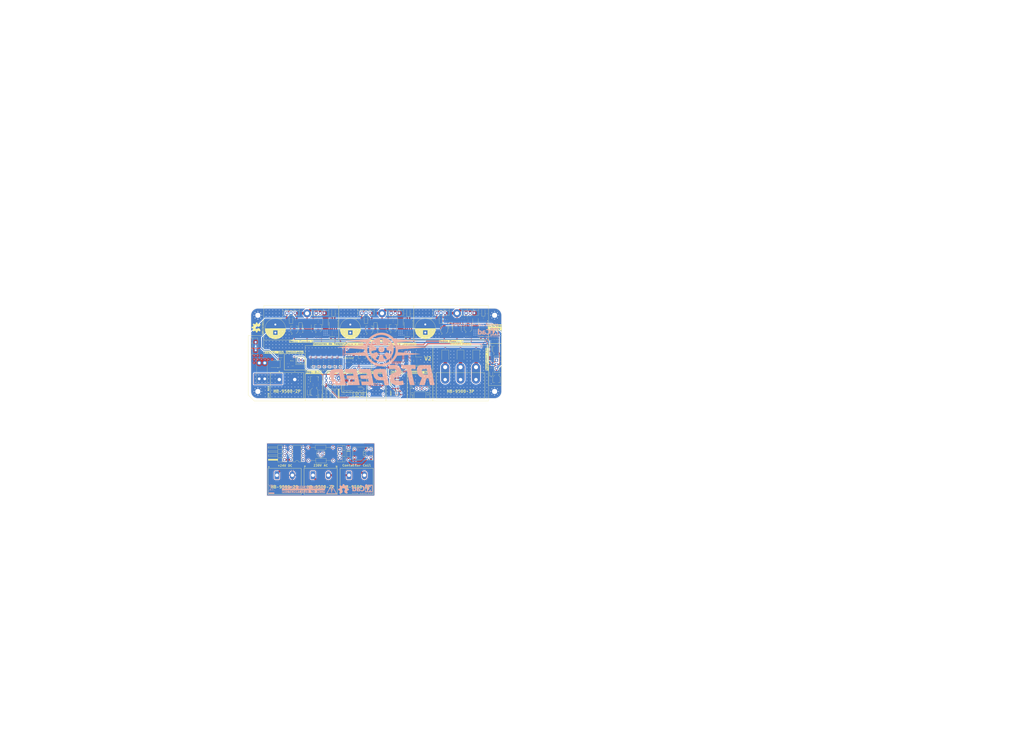
<source format=kicad_pcb>
(kicad_pcb (version 20241229) (generator "pcbnew") (generator_version "9.0")
  (title_block (title "RTSpeed") (date "2025-05-18") (rev "v1.0") (company "Adrián Teixeira de Uña"))
  (layers (0 "F.Cu" mixed) (4 "In1.Cu" power) (6 "In2.Cu" power) (2 "B.Cu" mixed) (13 "F.Paste" user) (15 "B.Paste" user) (5 "F.SilkS" user "F.Silkscreen") (7 "B.SilkS" user "B.Silkscreen") (1 "F.Mask" user) (3 "B.Mask" user) (25 "Edge.Cuts" user))
  (net 0 "")
  (net 1 "GND")
  (net 2 "+5V")
  (net 3 "+3V3")
  (net 4 "/BOOT0")
  (net 5 "Net-(U3-REFin{slash}REFout)")
  (net 6 "VDDA")
  (net 7 "/NRST")
  (net 8 "/HSE_1")
  (net 9 "/HSE_2")
  (net 10 "/LSE_1")
  (net 11 "/LSE_2")
  (net 12 "/VCAP1")
  (net 13 "/Sensores/12V_SENS")
  (net 14 "/PC13")
  (net 15 "/USB_CC1")
  (net 16 "/USB_CC2")
  (net 17 "/SWSCK")
  (net 18 "/SWDIO")
  (net 19 "Net-(Q1-G)")
  (net 20 "Net-(Q2-G)")
  (net 21 "Net-(Q3-G)")
  (net 22 "/USB_N")
  (net 23 "/USB_P")
  (net 24 "/PA0")
  (net 25 "/PB4")
  (net 26 "/PB12")
  (net 27 "/PB0")
  (net 28 "/PB7")
  (net 29 "/PB13")
  (net 30 "/PB3")
  (net 31 "/PA3")
  (net 32 "/PB14")
  (net 33 "/PB10")
  (net 34 "/PA8")
  (net 35 "/PA9")
  (net 36 "/PA1")
  (net 37 "/PA2")
  (net 38 "/PB1")
  (net 39 "/PA7")
  (net 40 "/PA10")
  (net 41 "/PB6")
  (net 42 "/PA6")
  (net 43 "/PA5")
  (net 44 "/PA15")
  (net 45 "/I2C_SCL")
  (net 46 "/I2C_SDA")
  (net 47 "/PB5")
  (net 48 "/PA4")
  (net 49 "/PB15")
  (net 50 "+12V")
  (net 51 "+24V")
  (net 52 "/Sensores/24V_SENS")
  (net 53 "Net-(Q4-G)")
  (net 54 "Net-(Q5-G)")
  (net 55 "Net-(Q6-G)")
  (net 57 "/Medio-Puente-U/PHASE_OUT")
  (net 58 "/Medio-Puente-U/VB")
  (net 59 "/Medio-Puente-U/Shunt")
  (net 60 "/USB_R_N")
  (net 62 "/USB_R_P")
  (net 63 "Net-(D21-K)")
  (net 64 "/PB2")
  (net 65 "/V_DIV_3")
  (net 66 "/V_DIV_12")
  (net 67 "Net-(D24-K)")
  (net 68 "/5V fused")
  (net 69 "/24V fused")
  (net 70 "/24V in")
  (net 71 "VDC")
  (net 72 "Net-(D29-K)")
  (net 73 "/Medio-Puente-V/PHASE_OUT")
  (net 74 "/Medio-Puente-V/VB")
  (net 75 "/Medio-Puente-V/Shunt")
  (net 76 "/Medio-Puente-W/PHASE_OUT")
  (net 77 "Net-(Q7-G)")
  (net 78 "/Medio-Puente-W/VB")
  (net 79 "/Medio-Puente-W/Shunt")
  (net 80 "/Sensores/T1")
  (net 81 "/Sensores/T2")
  (net 82 "/Sensores/T3")
  (net 83 "/Sensores/T4")
  (net 84 "/Sensores/T5")
  (net 85 "/Sensores/T6")
  (net 86 "/Sensores/S1")
  (net 87 "/Sensores/S2")
  (net 88 "/Sensores/S3")
  (net 89 "/Sensores/S4")
  (net 94 "Net-(D1-A)")
  (net 95 "Net-(D20-K)")
  (net 96 "Net-(D28-K)")
  (net 97 "Net-(D2-A)")
  (net 98 "Net-(D3-A)")
  (net 99 "Net-(D4-A)")
  (net 100 "Net-(D25-K)")
  (net 101 "Net-(D12-A2)")
  (net 102 "Net-(D13-A2)")
  (net 103 "Net-(Q1-D)")
  (net 104 "Net-(D14-A2)")
  (net 105 "Net-(R29-Pad2)")
  (net 106 "Net-(U5-HO)")
  (net 107 "Net-(U5-LO)")
  (net 108 "Net-(R40-Pad1)")
  (net 109 "Net-(R40-Pad2)")
  (net 110 "Net-(D32-A)")
  (net 111 "Net-(U7-HO)")
  (net 112 "Net-(U7-LO)")
  (net 113 "Net-(R51-Pad2)")
  (net 114 "Net-(R51-Pad1)")
  (net 115 "/Contactor-Control/SCL")
  (net 116 "Net-(U9-HO)")
  (net 117 "Net-(U9-LO)")
  (net 118 "/Contactor-Control/SDA")
  (net 119 "/Contactor-Control/Neutral")
  (net 120 "Net-(D10-A)")
  (net 121 "/Contactor-Control/Phase")
  (net 122 "/Contactor-Control/Cont Ctrl")
  (net 124 "Net-(Q8-B)")
  (net 125 "/Sensores/S5")
  (net 126 "/Sensores/S6")
  (net 127 "Net-(Q8-C)")
  (net 128 "Net-(R15-Pad2)")
  (net 129 "Net-(R19-Pad2)")
  (net 130 "Net-(R20-Pad2)")
  (net 131 "Net-(R29-Pad1)")
  (net 132 "Net-(R31-Pad1)")
  (net 133 "Net-(R42-Pad1)")
  (net 134 "Net-(R53-Pad1)")
  (net 135 "Net-(U11-PB1)")
  (footprint "Capacitor_SMD:C_0603_1608Metric" (layer "F.Cu") (at 151.806 97.137 90)
    (property "Reference" "C7" (hide yes))
    (property "Value" "100n")
  )
  (footprint "Resistor_SMD:R_0603_1608Metric" (layer "F.Cu") (at 117.199 79.229 180)
    (property "Reference" "R31" (hide yes))
    (property "Value" "10k")
  )
  (footprint "Resistor_SMD:R_0603_1608Metric" (layer "F.Cu") (at 166.6538 110.855 180)
    (property "Reference" "R21" (hide yes))
    (property "Value" "10k")
  )
  (footprint "Capacitor_SMD:C_0603_1608Metric" (layer "F.Cu") (at 165.967 79.991 -90)
    (property "Reference" "C34" (hide yes))
    (property "Value" "100n")
  )
  (footprint "MountingHole:MountingHole_2.5mm_Pad_TopBottom" (layer "F.Cu") (at 205.8714 100.5)
    (property "Reference" "J4" (hide yes))
    (property "Value" "-")
  )
  (footprint "Capacitor_SMD:C_0603_1608Metric" (layer "F.Cu") (at 212.195 79.935 -90)
    (property "Reference" "C44" (hide yes))
    (property "Value" "100n")
  )
  (footprint "Resistor_SMD:R_0603_1608Metric" (layer "F.Cu") (at 111.80198 95.424)
    (property "Reference" "R64" (hide yes))
    (property "Value" "22R")
  )
  (footprint "Capacitor_SMD:C_0603_1608Metric" (layer "F.Cu") (at 133.837 88.693)
    (property "Reference" "C16" (hide yes))
    (property "Value" "100n")
  )
  (footprint "Resistor_SMD:R_0603_1608Metric" (layer "F.Cu") (at 90.055 98.284 90)
    (property "Reference" "R13" (hide yes))
    (property "Value" "10k")
  )
  (footprint "LED_SMD:LED_0805_2012Metric" (layer "F.Cu") (at 109.834 118.03 90)
    (property "Reference" "D1" (hide yes))
    (property "Value" "GREEN")
  )
  (footprint "Resistor_SMD:R_0805_2012Metric" (layer "F.Cu") (at 181.715 71.172001 90)
    (property "Reference" "R54" (hide yes))
    (property "Value" "10R")
  )
  (footprint "Diode_SMD:D_SMB" (layer "F.Cu") (at 81.513 98.599 180)
    (property "Reference" "D5" (hide yes))
    (property "Value" "SMBJ28CA")
  )
  (footprint "TFG-Brushless-ESC:temp sensor" (layer "F.Cu") (at 118.40598 100.25 180)
    (property "Reference" "TH3" (hide yes))
    (property "Value" "10k")
  )
  (footprint "LED_SMD:LED_0805_2012Metric" (layer "F.Cu") (at 85.704 93.519)
    (property "Reference" "D4" (hide yes))
    (property "Value" "GREEN")
  )
  (footprint "Resistor_SMD:R_0603_1608Metric" (layer "F.Cu") (at 215.244 94.198 180)
    (property "Reference" "R19" (hide yes))
    (property "Value" "390R 1%")
  )
  (footprint "ESC-TFG-KiCad:SPDT" (layer "F.Cu") (at 156.951 109.775)
    (property "Reference" "SW2" (hide yes))
    (property "Value" "NRST")
  )
  (footprint "Package_TO_SOT_SMD:SOT-89-3" (layer "F.Cu") (at 106.151 107.616 90)
    (property "Reference" "U2" (hide yes))
    (property "Value" "LM317L")
  )
  (footprint "Capacitor_SMD:CP_Elec_4x5.4" (layer "F.Cu") (at 93.831 77.451 90)
    (property "Reference" "C21" (hide yes))
    (property "Value" "2.2u")
  )
  (footprint "Connector_JST:JST_PH_B2B-PH-K_1x02_P2.00mm_Vertical" (layer "F.Cu") (at 96.77425 96.059)
    (property "Reference" "L2")
    (property "Value" "40mm fan")
  )
  (footprint "Inductor_SMD:L_0805_2012Metric" (layer "F.Cu") (at 163.682 89.963 180)
    (property "Reference" "L1" (hide yes))
    (property "Value" "10u")
  )
  (footprint "Resistor_SMD:R_0603_1608Metric" (layer "F.Cu") (at 209.655 79.173 180)
    (property "Reference" "R53" (hide yes))
    (property "Value" "10k")
  )
  (footprint "Resistor_SMD:R_0603_1608Metric" (layer "F.Cu") (at 109.834 114.728 -90)
    (property "Reference" "R1" (hide yes))
    (property "Value" "1k")
  )
  (footprint "Capacitor_SMD:CP_Elec_4x5.4" (layer "F.Cu") (at 201.019 76.379 90)
    (property "Reference" "C45" (hide yes))
    (property "Value" "10u")
  )
  (footprint "Resistor_SMD:R_0603_1608Metric" (layer "F.Cu") (at 154.283 69.577001 180)
    (property "Reference" "R46" (hide yes))
    (property "Value" "10k")
  )
  (footprint "Package_TO_SOT_THT:TO-220-3_Vertical" (layer "F.Cu") (at 218.49 96.208 -90)
    (property "Reference" "U4" (hide yes))
    (property "Value" "LM317")
  )
  (footprint "Diode_SMD:D_SOD-323_HandSoldering" (layer "F.Cu") (at 214.863 89.499 -90)
    (property "Reference" "D18" (hide yes))
    (property "Value" "SD12CT1")
  )
  (footprint "Package_DFN_QFN:QFN-48-1EP_7x7mm_P0.5mm_EP5.6x5.6mm" (layer "F.Cu") (at 156.759 93.708 180)
    (property "Reference" "U1" (hide yes))
    (property "Value" "STM32F411CEUx")
  )
  (footprint "Diode_SMD:D_SOD-123" (layer "F.Cu") (at 184.255 71.172001 90)
    (property "Reference" "D28" (hide yes))
    (property "Value" "1N4148")
  )
  (footprint "Package_SO:TSSOP-16_4.4x5mm_P0.65mm" (layer "F.Cu") (at 127.5475 90.979)
    (property "Reference" "U3" (hide yes))
    (property "Value" "ADS7830")
  )
  (footprint "Resistor_SMD:R_0603_1608Metric" (layer "F.Cu") (at 153.775 81.515 90)
    (property "Reference" "R48" (hide yes))
    (property "Value" "1k 1%")
  )
  (footprint "Resistor_SMD:R_0603_1608Metric" (layer "F.Cu") (at 134.345 105.584)
    (property "Reference" "R16" (hide yes))
    (property "Value" "1k")
  )
  (footprint "MountingHole:MountingHole_2.5mm_Pad_TopBottom" (layer "F.Cu") (at 194.161 67.235001)
    (property "Reference" "J11" (hide yes))
    (property "Value" "-")
  )
  (footprint "Resistor_SMD:R_0603_1608Metric" (layer "F.Cu") (at 140.059 71.228001 90)
    (property "Reference" "R39" (hide yes))
    (property "Value" "330R")
  )
  (footprint "Resistor_SMD:R_0603_1608Metric" (layer "F.Cu") (at 166.221 67.545001 90)
    (property "Reference" "R41" (hide yes))
    (property "Value" "330R")
  )
  (footprint "TFG-Brushless-ESC:temp sensor" (layer "F.Cu") (at 105.19798 100.25 180)
    (property "Reference" "TH1" (hide yes))
    (property "Value" "10k")
  )
  (footprint "Diode_SMD:D_SOD-123" (layer "F.Cu") (at 164.189 66.783001 90)
    (property "Reference" "D25" (hide yes))
    (property "Value" "1N4148")
  )
  (footprint "Capacitor_SMD:C_0603_1608Metric" (layer "F.Cu") (at 97.641 79.483 -90)
    (property "Reference" "C22" (hide yes))
    (property "Value" "100n")
  )
  (footprint "Package_TO_SOT_THT:TO-220-3_Vertical" (layer "F.Cu") (at 135.487 67.22)
    (property "Reference" "Q4" (hide yes))
    (property "Value" "IRFB4321")
  )
  (footprint "Resistor_SMD:R_0603_1608Metric" (layer "F.Cu") (at 216.006 96.484 -90)
    (property "Reference" "R18" (hide yes))
    (property "Value" "10k 1%")
  )
  (footprint "LED_SMD:LED_0805_2012Metric" (layer "F.Cu") (at 152.9295 100.628 180)
    (property "Reference" "D2" (hide yes))
    (property "Value" "GREEN")
  )
  (footprint "Capacitor_SMD:CP_Elec_4x5.4" (layer "F.Cu") (at 106.151 115.744 -90)
    (property "Reference" "C14" (hide yes))
    (property "Value" "10u")
  )
  (footprint "Capacitor_SMD:C_0603_1608Metric" (layer "F.Cu") (at 95.355 71.228 90)
    (property "Reference" "C23" (hide yes))
    (property "Value" "1n")
  )
  (footprint "Resistor_SMD:R_0603_1608Metric" (layer "F.Cu") (at 219.562 80.311 -90)
    (property "Reference" "R73" (hide yes))
    (property "Value" "10k 1%")
  )
  (footprint "Resistor_SMD:R_0603_1608Metric" (layer "F.Cu") (at 163.427 79.229 180)
    (property "Reference" "R42" (hide yes))
    (property "Value" "10k")
  )
  (footprint "MountingHole:MountingHole_3.2mm_M3_Pad_Via" (layer "F.Cu") (at 71.353 115.49)
    (property "Reference" "H1" (hide yes))
    (property "Value" "M3")
  )
  (footprint "Diode_SMD:D_SOD-323_HandSoldering" (layer "F.Cu") (at 163.935 82.531)
    (property "Reference" "D27" (hide yes))
    (property "Value" "DESD5V0U1BA")
  )
  (footprint "Resistor_SMD:R_0603_1608Metric" (layer "F.Cu") (at 115.10398 97.075 180)
    (property "Reference" "R67" (hide yes))
    (property "Value" "10k 1%")
  )
  (footprint "Fuse:Fuse_1812_4532Metric" (layer "F.Cu") (at 134.345 110.664 180)
    (property "Reference" "F3" (hide yes))
    (property "Value" "2A")
  )
  (footprint "Capacitor_SMD:C_0603_1608Metric" (layer "F.Cu") (at 215.244 108.549 -90)
    (property "Reference" "C15" (hide yes))
    (property "Value" "100n")
  )
  (footprint "Relay_THT:Relay_SPDT_HsinDa_Y14" (layer "F.Cu") (at 141.1216 156.3047 180)
    (property "Reference" "K1" (hide yes))
    (property "Value" "Relay 24VDC")
  )
  (footprint "TFG-Brushless-ESC:temp sensor" (layer "F.Cu") (at 115.10398 100.25 180)
    (property "Reference" "TH5" (hide yes))
    (property "Value" "10k")
  )
  (footprint "Connector_USB:USB_C_Receptacle_XKB_U262-16XN-4BVC11" (layer "F.Cu") (at 144.353 116.156)
    (property "Reference" "J2" (hide yes))
    (property "Value" "USB C Receptacle")
  )
  (footprint "Resistor_SMD:R_0603_1608Metric" (layer "F.Cu") (at 117.961 70.085 180)
    (property "Reference" "R29" (hide yes))
    (property "Value" "1k5")
  )
  (footprint "Resistor_SMD:R_0603_1608Metric" (layer "F.Cu") (at 105.389 111.426 180)
    (property "Reference" "R17" (hide yes))
    (property "Value" "240R 1%")
  )
  (footprint "Capacitor_SMD:C_0603_1608Metric" (layer "F.Cu") (at 105.19798 98.726 180)
    (property "Reference" "C51" (hide yes))
    (property "Value" "100n")
  )
  (footprint "Package_TO_SOT_THT:TO-220-3_Vertical" (layer "F.Cu") (at 107.293 67.22)
    (property "Reference" "Q3" (hide yes))
    (property "Value" "IRFB4321")
  )
  (footprint "Capacitor_SMD:C_0603_1608Metric" (layer "F.Cu") (at 166.97 93.581)
    (property "Reference" "C1" (hide yes))
    (property "Value" "20p")
  )
  (footprint "Capacitor_SMD:C_0603_1608Metric" (layer "F.Cu") (at 108.691 111.426)
    (property "Reference" "C12" (hide yes))
    (property "Value" "100n")
  )
  (footprint "Resistor_SMD:R_0603_1608Metric" (layer "F.Cu") (at 111.80198 97.075 180)
    (property "Reference" "R61" (hide yes))
    (property "Value" "10k 1%")
  )
  (footprint "Capacitor_SMD:CP_Elec_4x5.4" (layer "F.Cu") (at 218.546 107.765 -90)
    (property "Reference" "C18" (hide yes))
    (property "Value" "10u")
  )
  (footprint "Resistor_SMD:R_0603_1608Metric" (layer "F.Cu") (at 128.3725 97.583 -90)
    (property "Reference" "R25" (hide yes))
    (property "Value" "10k")
  )
  (footprint "Resistor_SMD:R_0603_1608Metric" (layer "F.Cu") (at 171.3782 110.093 -90)
    (property "Reference" "R23" (hide yes))
    (property "Value" "10k")
  )
  (footprint "Resistor_SMD:R_0603_1608Metric" (layer "F.Cu") (at 118.40598 95.424)
    (property "Reference" "R65" (hide yes))
    (property "Value" "22R")
  )
  (footprint "Capacitor_SMD:C_0603_1608Metric" (layer "F.Cu") (at 209.655 80.697)
    (property "Reference" "C48" (hide yes))
    (property "Value" "10p")
  )
  (footprint "Capacitor_SMD:C_0603_1608Metric" (layer "F.Cu") (at 143.869 79.483 -90)
    (property "Reference" "C32" (hide yes))
    (property "Value" "100n")
  )
  (footprint "Diode_SMD:D_SOD-123" (layer "F.Cu") (at 91.799 71.228 90)
    (property "Reference" "D20" (hide yes))
    (property "Value" "1N4148")
  )
  (footprint "Capacitor_SMD:C_0603_1608Metric" (layer "F.Cu") (at 141.583 71.228001 90)
    (property "Reference" "C33" (hide yes))
    (property "Value" "1n")
  )
  (footprint "Oscillator:Oscillator_SMD_Abracon_ASE-4Pin_3.2x2.5mm" (layer "F.Cu") (at 170.653 92.692)
    (property "Reference" "Y1" (hide yes))
    (property "Value" "25MHz")
  )
  (footprint "Resistor_SMD:R_0603_1608Metric" (layer "F.Cu") (at 128.249 105.584)
    (property "Reference" "R15" (hide yes))
    (property "Value" "1k")
  )
  (footprint "Resistor_SMD:R_0603_1608Metric" (layer "F.Cu") (at 121.70798 97.075 180)
    (property "Reference" "R68" (hide yes))
    (property "Value" "10k 1%")
  )
  (footprint "MountingHole:MountingHole_2.5mm_Pad_TopBottom" (layer "F.Cu") (at 101.705 67.291)
    (property "Reference" "J9" (hide yes))
    (property "Value" "-")
  )
  (footprint "Resistor_SMD:R_0603_1608Metric" (layer "F.Cu") (at 126.7215 97.583 -90)
    (property "Reference" "R26" (hide yes))
    (property "Value" "10k")
  )
  (footprint "Package_TO_SOT_THT:TO-220-3_Vertical" (layer "F.Cu") (at 121.838 151.3 -90)
    (property "Reference" "Q9" (hide yes))
    (property "Value" "IRFB4321")
  )
  (footprint "Package_TO_SOT_SMD:SOT-523" (layer "F.Cu") (at 128.376 117.903)
    (property "Reference" "D19" (hide yes))
    (property "Value" "D5V0L2B3T")
  )
  (footprint "Resistor_SMD:R_0603_1608Metric" (layer "F.Cu") (at 108.563 72.117 180)
    (property "Reference" "R36" (hide yes))
    (property "Value" "10k 1%")
  )
  (footprint "Package_TO_SOT_SMD:SOT-23" (layer "F.Cu") (at 92.849 98.284)
    (property "Reference" "Q1" (hide yes))
    (property "Value" "DMG3402L")
  )
  (footprint "Resistor_SMD:R_0603_1608Metric" (layer "F.Cu") (at 105.19798 97.075 180)
    (property "Reference" "R60" (hide yes))
    (property "Value" "10k 1%")
  )
  (footprint "Resistor_SMD:R_0603_1608Metric" (layer "F.Cu") (at 108.055 69.577 180)
    (property "Reference" "R35" (hide yes))
    (property "Value" "10k")
  )
  (footprint "Resistor_SMD:R_0603_1608Metric" (layer "F.Cu") (at 201.019 72.061001 180)
    (property "Reference" "R58" (hide yes))
    (property "Value" "10k 1%")
  )
  (footprint "Capacitor_THT:CP_Radial_D12.5mm_P5.00mm" (layer "F.Cu") (at 82.148 74.205 -90)
    (property "Reference" "C29" (hide yes))
    (property "Value" "1000u")
  )
  (footprint "Crystal:Crystal_SMD_3215-2Pin_3.2x1.5mm" (layer "F.Cu") (at 166.6538 96.6392 -90)
    (property "Reference" "Y2" (hide yes))
    (property "Value" "32.768kHz")
  )
  (footprint "Resistor_SMD:R_0603_1608Metric" (layer "F.Cu") (at 176.0518 110.855)
    (property "Reference" "R24" (hide yes))
    (property "Value" "10k")
  )
  (footprint "Resistor_SMD:R_0805_2012Metric" (layer "F.Cu") (at 197.971 70.537001 -90)
    (property "Reference" "R55" (hide yes))
    (property "Value" "10R")
  )
  (footprint "Package_TO_SOT_THT:TO-220-3_Vertical" (layer "F.Cu") (at 199.749 67.164001)
    (property "Reference" "Q7" (hide yes))
    (property "Value" "IRFB4321")
  )
  (footprint "Capacitor_SMD:CP_Elec_4x5.4" (layer "F.Cu") (at 135.615 92.884 -90)
    (property "Reference" "C19" (hide yes))
    (property "Value" "10u")
  )
  (footprint "Capacitor_SMD:C_0603_1608Metric" (layer "F.Cu") (at 197.717 76.125 90)
    (property "Reference" "C47" (hide yes))
    (property "Value" "100n")
  )
  (footprint "MountingHole:MountingHole_3.2mm_M3_Pad_Via" (layer "F.Cu") (at 217.353 68.49)
    (property "Reference" "H3" (hide yes))
    (property "Value" "M3")
  )
  (footprint "Resistor_SMD:R_0603_1608Metric" (layer "F.Cu") (at 190.351 66.092001 90)
    (property "Reference" "R56" (hide yes))
    (property "Value" "10k")
  )
  (footprint "Capacitor_SMD:CP_Elec_4x5.4" (layer "F.Cu") (at 108.563 76.435 90)
    (property "Reference" "C25" (hide yes))
    (property "Value" "10u")
  )
  (footprint "Capacitor_SMD:C_0603_1608Metric" (layer "F.Cu") (at 216.26 83.486 -90)
    (property "Reference" "C57" (hide yes))
    (property "Value" "100n")
  )
  (footprint "Package_SO:SOIC-8_3.9x4.9mm_P1.27mm" (layer "F.Cu") (at 101.705 76.181 90)
    (property "Reference" "U5" (hide yes))
    (property "Value" "IR2103")
  )
  (footprint "Diode_SMD:D_SOD-123" (layer "F.Cu") (at 138.027 71.228001 90)
    (property "Reference" "D24" (hide yes))
    (property "Value" "1N4148")
  )
  (footprint "Resistor_SMD:R_0603_1608Metric" (layer "F.Cu") (at 154.791 72.117001 180)
    (property "Reference" "R47" (hide yes))
    (property "Value" "10k 1%")
  )
  (footprint "Resistor_SMD:R_0805_2012Metric" (layer "F.Cu") (at 151.743 70.593001 -90)
    (property "Reference" "R44" (hide yes))
    (property "Value" "10R")
  )
  (footprint "Capacitor_SMD:C_0603_1608Metric" (layer "F.Cu") (at 152.441 88.501 180)
    (property "Reference" "C8" (hide yes))
    (property "Value" "2u2 X7R Ceramic")
  )
  (footprint "Resistor_SMD:R_0603_1608Metric" (layer "F.Cu") (at 210.417 70.029001 180)
    (property "Reference" "R51" (hide yes))
    (property "Value" "1k5")
  )
  (footprint "Capacitor_SMD:C_0603_1608Metric" (layer "F.Cu") (at 150.917 90.025 180)
    (property "Reference" "C10" (hide yes))
    (property "Value" "100n")
  )
  (footprint "Resistor_SMD:R_0603_1608Metric" (layer "F.Cu") (at 119.993 67.545 90)
    (property "Reference" "R30" (hide yes))
    (property "Value" "330R")
  )
  (footprint "Capacitor_SMD:C_0603_1608Metric" (layer "F.Cu") (at 108.49998 98.726 180)
    (property "Reference" "C54" (hide yes))
    (property "Value" "100n")
  )
  (footprint "Capacitor_SMD:C_0603_1608Metric" (layer "F.Cu") (at 155.3 113.839)
    (property "Reference" "C6" (hide yes))
    (property "Value" "100n")
  )
  (footprint "Connector_PinHeader_2.54mm:PinHeader_2x04_P2.54mm_Horizontal" (layer "F.Cu") (at 121.153 107.34 -90)
    (property "Reference" "J7" (hide yes))
    (property "Value" "SWD-I^{2}C")
  )
  (footprint "Resistor_SMD:R_0603_1608Metric" (layer "F.Cu") (at 217.911 83.486 -90)
    (property "Reference" "R74" (hide yes))
    (property "Value" "240R 1%")
  )
  (footprint "Capacitor_SMD:C_0603_1608Metric" (layer "F.Cu") (at 158.602 107.235 180)
    (property "Reference" "C3" (hide yes))
    (property "Value" "100n")
  )
  (footprint "Resistor_SMD:R_0603_1608Metric" (layer "F.Cu") (at 186.287 71.172001 90)
    (property "Reference" "R50" (hide yes))
    (property "Value" "330R")
  )
  (footprint "Resistor_THT:R_Axial_DIN0207_L6.3mm_D2.5mm_P15.24mm_Horizontal" (layer "F.Cu") (at 102.468 150.03)
    (property "Reference" "R77" (hide yes))
    (property "Value" "10k")
  )
  (footprint "TFG-Brushless-ESC:temp sensor" (layer "F.Cu") (at 111.80198 100.25 180)
    (property "Reference" "TH2" (hide yes))
    (property "Value" "10k")
  )
  (footprint "Package_TO_SOT_THT:TO-220-3_Vertical" (layer "F.Cu") (at 70.012 90.09 90)
    (property "Reference" "D6" (hide yes))
    (property "Value" "STPS40170C")
  )
  (footprint "Diode_SMD:D_SOD-123" (layer "F.Cu") (at 143.869 75.419 -90)
    (property "Reference" "D26" (hide yes))
    (property "Value" "1N4148")
  )
  (footprint "Resistor_SMD:R_0603_1608Metric" (layer "F.Cu") (at 200.003 81.459 90)
    (property "Reference" "R59" (hide yes))
    (property "Value" "1k 1%")
  )
  (footprint "ESC-TFG-KiCad:SPDT" (layer "F.Cu") (at 156.951 116.379)
    (property "Reference" "SW1" (hide yes))
    (property "Value" "BOOT0")
  )
  (footprint "Resistor_SMD:R_0603_1608Metric" (layer "F.Cu") (at 214.482 96.484 -90)
    (property "Reference" "R20" (hide yes))
    (property "Value" "390R 1%")
  )
  (footprint "Capacitor_SMD:C_0603_1608Metric" (layer "F.Cu") (at 190.097 79.427 -90)
    (property "Reference" "C42" (hide yes))
    (property "Value" "100n")
  )
  (footprint "MountingHole:MountingHole_3.2mm_M3_Pad_Via" (layer "F.Cu") (at 71.353 68.49)
    (property "Reference" "H2" (hide yes))
    (property "Value" "M3")
  )
  (footprint "Diode_SMD:D_SMB" (layer "F.Cu") (at 196.321 93.5912 -90)
    (property "Reference" "D13" (hide yes))
    (property "Value" "SMBJ28CA")
  )
  (footprint "Connector_JST:JST_PH_S5B-PH-K_1x05_P2.00mm_Horizontal" (layer "F.Cu") (at 167.353 113.64)
    (property "Reference" "J8" (hide yes))
    (property "Value" "SENSORES HALL")
  )
  (footprint "Resistor_SMD:R_0603_1608Metric" (layer "F.Cu") (at 102.595 110.664 90)
    (property "Reference" "R14" (hide yes))
    (property "Value" "390R 1%")
  )
  (footprint "ESC-TFG-KiCad:Barrier_1x02" (layer "F.Cu") (at 132.313 170.985)
    (property "Reference" "J15" (hide yes))
    (property "Value" "Contactor Coil")
  )
  (footprint "Capacitor_SMD:C_0603_1608Metric" (layer "F.Cu") (at 169.397 95.8464)
    (property "Reference" "C4" (hide yes))
    (property "Value" "15p")
  )
  (footprint "LED_SMD:LED_0805_2012Metric" (layer "F.Cu") (at 215.244 104.358 90)
    (property "Reference" "D3" (hide yes))
    (property "Value" "GREEN")
  )
  (footprint "Diode_SMD:D_SOD-123" (layer "F.Cu") (at 117.961 66.783 90)
    (property "Reference" "D21" (hide yes))
    (property "Value" "1N4148")
  )
  (footprint "Capacitor_SMD:C_0603_1608Metric" (layer "F.Cu") (at 121.70798 98.726 180)
    (property "Reference" "C56" (hide yes))
    (property "Value" "100n")
  )
  (footprint "MountingHole:MountingHole_2.5mm_Pad_TopBottom" (layer "F.Cu") (at 147.933 67.291001)
    (property "Reference" "J10" (hide yes))
    (property "Value" "-")
  )
  (footprint "Resistor_SMD:R_0603_1608Metric" (layer "F.Cu") (at 164.189 70.085001 180)
    (property "Reference" "R40" (hide yes))
    (property "Value" "1k5")
  )
  (footprint "Resistor_SMD:R_0603_1608Metric" (layer "F.Cu") (at 214.482 101.056 -90)
    (property "Reference" "R6" (hide yes))
    (property "Value" "10k")
  )
  (footprint "Capacitor_SMD:C_0603_1608Metric" (layer "F.Cu") (at 216.26 80.311 -90)
    (property "Reference" "C58" (hide yes))
    (property "Value" "100n")
  )
  (footprint "Capacitor_SMD:C_0603_1608Metric" (layer "F.Cu") (at 155.807 81.515 -90)
    (property "Reference" "C40" (hide yes))
    (property "Value" "100n")
  )
  (footprint "Capacitor_SMD:C_0603_1608Metric" (layer "F.Cu") (at 169.397 97.472)
    (property "Reference" "C2" (hide yes))
    (property "Value" "15p")
  )
  (footprint "Capacitor_SMD:CP_Elec_4x5.4" (layer "F.Cu") (at 140.059 77.451 90)
    (property "Reference" "C31" (hide yes))
    (property "Value" "2.2u")
  )
  (footprint "Capacitor_SMD:C_0603_1608Metric" (layer "F.Cu") (at 132.313 93.392 -90)
    (property "Reference" "C17" (hide yes))
    (property "Value" "100n")
  )
  (footprint "Diode_THT:D_DO-35_SOD27_P7.62mm_Horizontal" (layer "F.Cu") (at 127.233 150.03 -90)
    (property "Reference" "D32" (hide yes))
    (property "Value" "1N4148")
  )
  (footprint "Resistor_SMD:R_0603_1608Metric" (layer "F.Cu") (at 144.123 66.148001 90)
    (property "Reference" "R45" (hide yes))
    (property "Value" "10k")
  )
  (footprint "Resistor_SMD:R_2512_6332Metric" (layer "F.Cu") (at 113.135 72.625 -90)
    (property "Reference" "R27" (hide yes))
    (property "Value" "2mR 1%")
  )
  (footprint "Resistor_SMD:R_0603_1608Metric" (layer "F.Cu") (at 118.40598 97.075 180)
    (property "Reference" "R62" (hide yes))
    (property "Value" "10k 1%")
  )
  (footprint "Connector_PinHeader_2.54mm:PinHeader_1x04_P2.54mm_Horizontal" (layer "F.Cu") (at 87.863 157.65 180)
    (property "Reference" "J12" (hide yes))
    (property "Value" "I^{2}C")
  )
  (footprint "Resistor_SMD:R_0805_2012Metric" (layer "F.Cu") (at 92.849 95.49 180)
    (property "Reference" "R12" (hide yes))
    (property "Value" "10R")
  )
  (footprint "Resistor_SMD:R_0603_1608Metric" (layer "F.Cu") (at 215.244 98.77)
    (property "Reference" "R22" (hide yes))
    (property "Value" "390R 1%")
  )
  (footprint "Resistor_SMD:R_0603_1608Metric" (layer "F.Cu") (at 145.2924 106.6 -90)
    (property "Reference" "R11" (hide yes))
    (property "Value" "22R")
  )
  (footprint "Capacitor_SMD:C_0603_1608Metric" (layer "F.Cu") (at 115.929 67.545 90)
    (property "Reference" "C26" (hide yes))
    (property "Value" "1n")
  )
  (footprint "Capacitor_SMD:C_0603_1608Metric" (layer "F.Cu") (at 202.035 81.459 -90)
    (property "Reference" "C50" (hide yes))
    (property "Value" "100n")
  )
  (footprint "Resistor_SMD:R_0603_1608Metric" (layer "F.Cu") (at 108.49998 97.075 180)
    (property "Reference" "R66" (hide yes))
    (property "Value" "10k 1%")
  )
  (footprint "LED_SMD:LED_0805_2012Metric" (layer "F.Cu") (at 134.345 107.489)
    (property "Reference" "D10" (hide yes))
    (property "Value" "GREEN")
  )
  (footprint "Resistor_SMD:R_0603_1608Metric" (layer "F.Cu") (at 155.3 107.235)
    (property "Reference" "R4" (hide yes))
    (property "Value" "10k")
  )
  (footprint "TFG-Brushless-ESC:Barrier_1x03" (layer "F.Cu") (at 196.353 111.99)
    (property "Reference" "J3" (hide yes))
    (property "Value" "MOTOR")
  )
  (footprint "Resistor_SMD:R_0603_1608Metric" (layer "F.Cu") (at 93.831 71.228 90)
    (property "Reference" "R28" (hide yes))
    (property "Value" "330R")
  )
  (footprint "Resistor_SMD:R_0603_1608Metric" (layer "F.Cu") (at 217.911 80.311 90)
    (property "Reference" "R75" (hide yes))
    (property "Value" "1k 1%")
  )
  (footprint "Resistor_SMD:R_2512_6332Metric" (layer "F.Cu") (at 205.591 72.569001 -90)
    (property "Reference" "R49" (hide yes))
    (property "Value" "2mR 1%")
  )
  (footprint "Capacitor_THT:CP_Radial_D12.5mm_P5.00mm" (layer "F.Cu") (at 174.604 74.149 -90)
    (property "Reference" "C49" (hide yes))
    (property "Value" "1000u")
  )
  (footprint "Capacitor_SMD:C_0603_1608Metric" (layer "F.Cu") (at 115.10398 98.726 180)
    (property "Reference" "C55" (hide yes))
    (property "Value" "100n")
  )
  (footprint "Resistor_SMD:R_0603_1608Metric" (layer "F.Cu") (at 105.19798 95.424)
    (property "Reference" "R63" (hide yes))
    (property "Value" "22R")
  )
  (footprint "Package_SO:SOIC-8_3.9x4.9mm_P1.27mm" (layer "F.Cu") (at 194.161 76.125 90)
    (property "Reference" "U9" (hide yes))
    (property "Value" "IR2103")
  )
  (footprint "Resistor_THT:R_Axial_DIN0207_L6.3mm_D2.5mm_P15.24mm_Horizontal" (layer "F.Cu") (at 102.595 158.158)
    (property "Reference" "R76" (hide yes))
    (property "Value" "1k")
  )
  (footprint "Resistor_SMD:R_0603_1608Metric" (layer "F.Cu") (at 158.602 113.839 180)
    (property "Reference" "R3" (hide yes))
    (property "Value" "10k")
  )
  (footprint "MountingHole:MountingHole_2.5mm_Pad_TopBottom" (layer "F.Cu") (at 196.321 100.5)
    (property "Reference" "J5" (hide yes))
    (property "Value" "-")
  )
  (footprint "Diode_SMD:D_SOD-323_HandSoldering" (layer "F.Cu") (at 117.707 82.531)
    (property "Reference" "D23" (hide yes))
    (property "Value" "DESD5V0U1BA")
  )
  (footprint "Package_SO:SOIC-8_3.9x4.9mm_P1.27mm" (layer "F.Cu") (at 147.933 76.181 90)
    (property "Reference" "U7" (hide yes))
    (property "Value" "IR2103")
  )
  (footprint "Resistor_SMD:R_0603_1608Metric" (layer "F.Cu") (at 200.511 69.521001 180)
    (property "Reference" "R57" (hide yes))
    (property "Value" "10k")
  )
  (footprint "Resistor_SMD:R_2512_6332Metric" (layer "F.Cu") (at 159.363 72.625001 -90)
    (property "Reference" "R38" (hide yes))
    (property "Value" "2mR 1%")
  )
  (footprint "Capacitor_SMD:CP_Elec_4x5.4" (layer "F.Cu") (at 154.791 76.435 90)
    (property "Reference" "C35" (hide yes))
    (property "Value" "10u")
  )
  (footprint "Resistor_SMD:R_0603_1608Metric" (layer "F.Cu") (at 97.895 66.148 90)
    (property "Reference" "R34" (hide yes))
    (property "Value" "10k")
  )
  (footprint "Resistor_SMD:R_0603_1608Metric" (layer "F.Cu") (at 85.704 95.424)
    (property "Reference" "R7" (hide yes))
    (property "Value" "10k")
  )
  (footprint "Capacitor_SMD:C_0603_1608Metric" (layer "F.Cu") (at 105.261 76.181 90)
    (property "Reference" "C27" (hide yes))
    (property "Value" "100n")
  )
  (footprint "Resistor_SMD:R_0603_1608Metric" (layer "F.Cu") (at 107.547 81.515 90)
    (property "Reference" "R37" (hide yes))
    (property "Value" "1k 1%")
  )
  (footprint "Capacitor_SMD:CP_Elec_4x5.4" (layer "F.Cu") (at 186.287 77.395 90)
    (property "Reference" "C41" (hide yes))
    (property "Value" "2.2u")
  )
  (footprint "Package_TO_SOT_THT:TO-220-3_Vertical" (layer "F.Cu") (at 89.259 67.22)
    (property "Reference" "Q2" (hide yes))
    (property "Value" "IRFB4321")
  )
  (footprint "Resistor_SMD:R_0805_2012Metric" (layer "F.Cu") (at 89.259 71.228 90)
    (property "Reference" "R32" (hide yes))
    (property "Value" "10R")
  )
  (footprint "Resistor_SMD:R_0603_1608Metric" (layer "F.Cu") (at 216.006 101.056 90)
    (property "Reference" "R5" (hide yes))
    (property "Value" "10k")
  )
  (footprint "Capacitor_SMD:C_0603_1608Metric" (layer "F.Cu") (at 166.97 92.057)
    (property "Reference" "C5" (hide yes))
    (property "Value" "20p")
  )
  (footprint "Capacitor_SMD:C_0603_1608Metric" (layer "F.Cu") (at 119.739 79.991 -90)
    (property "Reference" "C24" (hide yes))
    (property "Value" "100n")
  )
  (footprint "Diode_SMD:D_SMA" (layer "F.Cu") (at 127.741 113.204)
    (property "Reference" "D9" (hide yes))
    (property "Value" "B240A-13-F")
  )
  (footprint "Resistor_SMD:R_0603_1608Metric" (layer "F.Cu") (at 108.49998 95.424)
    (property "Reference" "R69" (hide yes))
    (property "Value" "22R")
  )
  (footprint "ESC-TFG-KiCad:Barrier_1x02" (layer "F.Cu") (at 110.088 170.985)
    (property "Reference" "J14" (hide yes))
    (property "Value" "230V AC")
  )
  (footprint "Resistor_SMD:R_0603_1608Metric" (layer "F.Cu") (at 140.187 109.648)
    (property "Reference" "R8" (hide yes))
    (property "Value" "5k1")
  )
  (footprint "Resistor_SMD:R_0805_2012Metric" (layer "F.Cu") (at 135.487 71.228001 90)
    (property "Reference" "R43" (hide yes))
    (property "Value" "10R")
  )
  (footprint "Resistor_SMD:R_0603_1608Metric" (layer "F.Cu") (at 143.5144 106.6 -90)
    (property "Reference" "R10" (hide yes))
    (property "Value" "22R")
  )
  (footprint "Capacitor_SMD:C_0603_1608Metric" (layer "F.Cu") (at 187.811 71.172001 90)
    (property "Reference" "C43" (hide yes))
    (property "Value" "1n")
  )
  (footprint "Capacitor_SMD:C_0603_1608Metric" (layer "F.Cu") (at 117.199 80.753)
    (property "Reference" "C28" (hide yes))
    (property "Value" "10p")
  )
  (footprint "Diode_SMD:D_SOD-323_HandSoldering" (layer "F.Cu") (at 134.345 113.966 180)
    (property "Reference" "D8" (hide yes))
    (property "Value" "DESD5V0U1BA")
  )
  (footprint "Package_TO_SOT_THT:TO-220-3_Vertical" (layer "F.Cu") (at 181.715 67.164)
    (property "Reference" "Q6" (hide yes))
    (property "Value" "IRFB4321")
  )
  (footprint "Package_TO_SOT_SMD:SOT-523" (layer "F.Cu") (at 173.3594 110.4486 90)
    (property "Reference" "D17" (hide yes))
    (property "Value" "D5V0L2B3T")
  )
  (footprint "Capacitor_SMD:C_0603_1608Metric" (layer "F.Cu") (at 166.984 89.963)
    (property "Reference" "C11" (hide yes))
    (property "Value" "100n")
  )
  (footprint "Capacitor_SMD:CP_Elec_4x5.4" (layer "F.Cu") (at 218.419 89.753 90)
    (property "Reference" "C20" (hide yes))
    (property "Value" "10u")
  )
  (footprint "Package_SO:SOIC-8_3.9x4.9mm_P1.27mm" (layer "F.Cu") (at 117.961 74.657 -90)
    (property "Reference" "U6" (hide yes))
    (property "Value" "INA826")
  )
  (footprint "Capacitor_SMD:C_0603_1608Metric" (layer "F.Cu") (at 162.728 96.629)
    (property "Reference" "C9" (hide yes))
    (property "Value" "100n")
  )
  (footprint "TFG-Brushless-ESC:Fuseholder_Automotive" (layer "F.Cu") (at 73.893 102.79 90)
    (property "Reference" "F1" (hide yes))
    (property "Value" "15A")
  )
  (footprint "Diode_SMD:D_SOD-323_HandSoldering" (layer "F.Cu") (at 102.595 115.744 90)
    (property "Reference" "D11" (hide yes))
    (property "Value" "DESD5V0U1BA")
  )
  (footprint "ESC-TFG-KiCad:Barrier_1x02" (layer "F.Cu") (at 87.863 170.985)
    (property "Reference" "J13" (hide yes))
    (property "Value" "24V DC")
  )
  (footprint "Package_DIP:DIP-8_W7.62mm" (layer "F.Cu") (at 99.288 157.65 180)
    (property "Reference" "U11" (hide yes))
    (property "Value" "ATtiny85-20P")
  )
  (footprint "Package_TO_SOT_THT:TO-92" (layer "F.Cu") (at 111.485 153.734 180)
    (property "Reference" "Q8" (hide yes))
    (property "Value" "2N2222")
  )
  (footprint "TFG-Brushless-ESC:temp sensor" (layer "F.Cu") (at 121.70798 100.25 180)
    (property "Reference" "TH6" (hide yes))
    (property "Value" "10k")
  )
  (footprint "Resistor_SMD:R_0603_1608Metric" (layer "F.Cu") (at 148.569 109.648 180)
    (property "Reference" "R9" (hide yes))
    (property "Value" "5k1")
  )
  (footprint "MountingHole:MountingHole_3.2mm_M3_Pad_Via" (layer "F.Cu") (at 217.353 115.49)
    (property "Reference" "H4" (hide yes))
    (property "Value" "M3")
  )
  (footprint "Capacitor_SMD:C_0603_1608Metric" (layer "F.Cu") (at 109.579 81.515 -90)
    (property "Reference" "C30" (hide yes))
    (property "Value" "100n")
  )
  (footprint "TFG-Brushless-ESC:Barrier_1x02" (layer "F.Cu") (at 89.353 111.934)
    (property "Reference" "J1" (hide yes))
    (property "Value" "24V IN")
  )
  (footprint "Resistor_SMD:R_0805_2012Metric" (layer "F.Cu") (at 105.515 70.593 -90)
    (property "Reference" "R33" (hide yes))
    (property "Value" "10R")
  )
  (footprint "Capacitor_SMD:CP_Elec_4x5.4" (layer "F.Cu") (at 127.741 108.886)
    (property "Reference" "C13" (hide yes))
    (property "Value" "10u")
  )
  (footprint "MountingHole:MountingHole_2.5mm_Pad_TopBottom" (layer "F.Cu") (at 186.8722 100.5)
    (property "Reference" "J6" (hide yes))
    (property "Value" "-")
  )
  (footprint "Diode_SMD:D_SMB" (layer "F.Cu") (at 186.923 93.642 -90)
    (property "Reference" "D14" (hide yes))
    (property "Value" "SMBJ28CA")
  )
  (footprint "Capacitor_SMD:C_0603_1608Metric" (layer "F.Cu") (at 151.489 76.181 90)
    (property "Reference" "C37" (hide yes))
    (property "Value" "100n")
  )
  (footprint "Resistor_SMD:R_0603_1608Metric" (layer "F.Cu") (at 149.579 100.628)
    (property "Reference" "R2" (hide yes))
    (property "Value" "1k")
  )
  (footprint "Package_SO:SOIC-8_3.9x4.9mm_P1.27mm" (layer "F.Cu") (at 210.417 74.601 -90)
    (property "Reference" "U10" (hide yes))
    (property "Value" "INA826")
  )
  (footprint "TFG-Brushless-ESC:temp sensor" (layer "F.Cu") (at 108.49998 100.25 180)
    (property "Reference" "TH4" (hide yes))
    (property "Value" "10k")
  )
  (footprint "Resistor_SMD:R_0603_1608Metric" (layer "F.Cu") (at 219.562 83.486 -90)
    (property "Reference" "R72" (hide yes))
    (property "Value" "1k 1%")
  )
  (footprint "Resistor_SMD:R_0603_1608Metric" (layer "F.Cu") (at 115.10398 95.424)
    (property "Reference" "R70" (hide yes))
    (property "Value" "22R")
  )
  (footprint "Capacitor_SMD:C_0603_1608Metric" (layer "F.Cu") (at 111.80198 98.726 180)
    (property "Reference" "C52" (hide yes))
    (property "Value" "100n")
  )
  (footprint "Capacitor_THT:CP_Radial_D12.5mm_P5.00mm" (layer "F.Cu") (at 128.376 74.205 -90)
    (property "Reference" "C39" (hide yes))
    (property "Value" "1000u")
  )
  (footprint "Capacitor_SMD:C_0603_1608Metric" (layer "F.Cu") (at 118.40598 98.726 180)
    (property "Reference" "C53" (hide yes))
    (property "Value" "100n")
  )
  (footprint "Package_SO:SOIC-8_3.9x4.9mm_P1.27mm" (layer "F.Cu") (at 164.189 74.657 -90)
    (property "Reference" "U8" (hide yes))
    (property "Value" "INA826")
  )
  (footprint "Capacitor_SMD:C_0603_1608Metric" (layer "F.Cu") (at 208.385 67.489001 90)
    (property "Reference" "C46" (hide yes))
    (property "Value" "1n")
  )
  (footprint "Package_TO_SOT_SMD:SOT-523" (layer "F.Cu") (at 124.439 117.903)
    (property "Reference" "D15" (hide yes))
    (property "Value" "D5V0L2B3T")
  )
  (footprint "Diode_SMD:D_SOD-123" (layer "F.Cu") (at 210.417 66.727001 90)
    (property "Reference" "D29" (hide yes))
    (property "Value" "1N4148")
  )
  (footprint "Package_TO_SOT_THT:TO-220-3_Vertical" (layer "F.Cu") (at 153.521 67.220001)
    (property "Reference" "Q5" (hide yes))
    (property "Value" "IRFB4321")
  )
  (footprint "Diode_SMD:D_SOD-123" (layer "F.Cu") (at 190.097 75.363 -90)
    (property "Reference" "D30" (hide yes))
    (property "Value" "1N4148")
  )
  (footprint "Package_TO_SOT_SMD:SOT-523" (layer "F.Cu") (at 144.378 110.1306 90)
    (property "Reference" "D7" (hide yes))
    (property "Value" "D5V0L2B3T")
  )
  (footprint "Resistor_SMD:R_0603_1608Metric" (layer "F.Cu") (at 212.449 67.489001 90)
    (property "Reference" "R52" (hide yes))
    (property "Value" "330R")
  )
  (footprint "Package_TO_SOT_SMD:SOT-523" (layer "F.Cu") (at 169.3462 110.4486 90)
    (property "Reference" "D16" (hide yes))
    (property "Value" "D5V0L2B3T")
  )
  (footprint "Diode_SMD:D_SMB" (layer "F.Cu") (at 205.9222 93.642 -90)
    (property "Reference" "D12" (hide yes))
    (property "Value" "SMBJ28CA")
  )
  (footprint "Capacitor_SMD:C_0603_1608Metric" (layer "F.Cu") (at 163.427 80.753)
    (property "Reference" "C38" (hide yes))
    (property "Value" "10p")
  )
  (footprint "Diode_SMD:D_SOD-323_HandSoldering" (layer "F.Cu") (at 210.163 82.475)
    (property "Reference" "D31" (hide yes))
    (property "Value" "DESD5V0U1BA")
  )
  (footprint "Diode_SMD:D_SOD-123" (layer "F.Cu") (at 97.641 75.419 -90)
    (property "Reference" "D22" (hide yes))
    (property "Value" "1N4148")
  )
  (footprint "Symbol:OSHW-Logo2_9.8x8mm_SilkScreen" (layer "F.Cu") (at 71.2514 76.0144 90)
    (property "Reference" "REF**" (hide yes))
    (property "Value" "OSHW-Logo2_9.8x8mm_SilkScreen" (hide yes))
  )
  (footprint "Capacitor_SMD:C_0603_1608Metric" (layer "F.Cu") (at 162.157 67.545001 90)
    (property "Reference" "C36" (hide yes))
    (property "Value" "1n")
  )
  (footprint "Resistor_SMD:R_0603_1608Metric" (layer "F.Cu") (at 121.70798 95.424)
    (property "Reference" "R71" (hide yes))
    (property "Value" "22R")
  )
  (footprint "Symbol:WEEE-Logo_4.2x6mm_SilkScreen" (layer "B.Cu") (at 79.735 175.684 180)
    (property "Reference" "REF**" (hide yes))
    (property "Value" "WEEE-Logo_4.2x6mm_SilkScreen" (hide yes))
  )
  (footprint "TFG-Brushless-ESC:logo" (layer "B.Cu") (at 147.561708 99.040726 180)
    (property "Reference" "G***" (hide yes))
    (property "Value" "LOGO" (hide yes))
  )
  (footprint "Symbol:OSHW-Symbol_6.7x6mm_SilkScreen" (layer "B.Cu") (at 124.185 175.684 180)
    (property "Reference" "REF**" (hide yes))
    (property "Value" "OSHW-Symbol_6.7x6mm_SilkScreen" (hide yes))
  )
  (footprint "Symbol:KiCad-Logo2_5mm_SilkScreen" (layer "B.Cu") (at 213.2882 78.9648 180)
    (property "Reference" "REF**" (hide yes))
    (property "Value" "KiCad-Logo2_5mm_SilkScreen" (hide yes))
  )
  (footprint "Symbol:Symbol_HighVoltage_Triangle_6x6mm_Copper" (layer "B.Cu") (at 116.819 175.938 180)
    (property "Reference" "REF**" (hide yes))
    (property "Value" "Symbol_HighVoltage_Triangle_6x6mm_Copper" (hide yes))
  )
  (footprint "Symbol:KiCad-Logo2_5mm_SilkScreen" (layer "B.Cu") (at 135.869 175.684 180)
    (property "Reference" "REF**" (hide yes))
    (property "Value" "KiCad-Logo2_5mm_SilkScreen" (hide yes))
  )
  (gr_rect (start 213.593 85.899) (end 221.721 111.807) (stroke (width 0.15)) (fill no) (layer "F.SilkS"))
  (gr_rect (start 141.457 87.169) (end 179.303 102.282) (stroke (width 0.15)) (fill no) (layer "F.SilkS"))
  (gr_rect (start 179.303 87.169) (end 213.593 121.332) (stroke (width 0.15)) (fill no) (layer "F.SilkS"))
  (gr_rect (start 75.036 62.465) (end 121.264 83.801) (stroke (width 0.15)) (fill no) (layer "F.SilkS"))
  (gr_rect (start 87.736 92.122) (end 100.563 102.282) (stroke (width 0.15)) (fill no) (layer "F.SilkS"))
  (gr_rect (start 167.491 62.465) (end 213.592 83.801) (stroke (width 0.15)) (fill no) (layer "F.SilkS"))
  (gr_rect (start 163.428 104.568) (end 179.303 121.332) (stroke (width 0.15)) (fill no) (layer "F.SilkS"))
  (gr_rect (start 121.263 62.465) (end 167.491 83.801) (stroke (width 0.15)) (fill no) (layer "F.SilkS"))
  (gr_poly (pts (xy 65.511 80.946) (xy 75.036 80.946) (xy 75.036 92.122) (xy 87.736 92.122) (xy 87.736 102.282) (xy 100.563 102.282) (xy 100.563 121.332) (xy 69.067 121.332) (xy 65.511 117.776)) (stroke (width 0.15)) (fill no) (layer "F.SilkS"))
  (gr_rect (start 138.409 104.568) (end 150.347 121.332) (stroke (width 0.15)) (fill no) (layer "F.SilkS"))
  (gr_rect (start 100.563 104.568) (end 111.231 121.332) (stroke (width 0.15)) (fill no) (layer "F.SilkS"))
  (gr_rect (start 150.347 104.568) (end 163.428 121.332) (stroke (width 0.15)) (fill no) (layer "F.SilkS"))
  (gr_line (start 111.231 104.568) (end 100.563 104.568) (stroke (width 0.15)) (layer "F.SilkS"))
  (gr_rect (start 213.593 77.771) (end 221.721 85.899) (stroke (width 0.15)) (fill no) (layer "F.SilkS"))
  (gr_rect (start 100.563 87.169) (end 141.457 102.282) (stroke (width 0.15)) (fill no) (layer "F.SilkS"))
  (gr_poly (pts (xy 111.231 104.568) (xy 123.169 104.568) (xy 123.169 115.998) (xy 135.361 115.998) (xy 138.409 115.998) (xy 138.409 121.332) (xy 111.231 121.332)) (stroke (width 0.15)) (fill no) (layer "F.SilkS"))
  (gr_rect (start 123.169 104.568) (end 138.409 115.998) (stroke (width 0.15)) (fill no) (layer "F.SilkS"))
  (gr_arc (start 71.353 119.99) (mid 68.171019 118.671981) (end 66.853 115.49) (stroke (width 0.1)) (layer "Edge.Cuts"))
  (gr_line (start 66.853 115.49) (end 66.853 68.49) (stroke (width 0.1)) (layer "Edge.Cuts"))
  (gr_arc (start 66.853 68.49) (mid 68.171019 65.308019) (end 71.353 63.99) (stroke (width 0.1)) (layer "Edge.Cuts"))
  (gr_line (start 217.353 119.99) (end 71.353 119.99) (stroke (width 0.1)) (layer "Edge.Cuts"))
  (gr_line (start 71.353 63.99) (end 217.353 63.99) (stroke (width 0.1)) (layer "Edge.Cuts"))
  (gr_arc (start 221.853 115.49) (mid 220.534981 118.671981) (end 217.353 119.99) (stroke (width 0.1)) (layer "Edge.Cuts"))
  (gr_rect (start 76.687 147.236) (end 143.489 180.002) (stroke (width 0.1)) (fill no) (layer "Edge.Cuts"))
  (gr_arc (start 217.353 63.99) (mid 220.534981 65.308019) (end 221.853 68.49) (stroke (width 0.1)) (layer "Edge.Cuts"))
  (gr_line (start 221.853 68.49) (end 221.853 115.49) (stroke (width 0.1)) (layer "Edge.Cuts"))
  (gr_text "V SIO SCK G\nV SDA SCL G" (at 129.5698 119.296 0) (layer "F.SilkS") (effects (font (size 1 1) (thickness 0.2) (bold yes)) (justify left bottom)))
  (gr_text "N" (at 119.359 162.73 0) (layer "F.SilkS") (effects (font (size 1.27 1.27) (thickness 0.254) (bold yes)) (justify left bottom)))
  (gr_text "BOOT" (at 154.03 116.379 90) (layer "F.SilkS") (effects (font (size 1 1) (thickness 0.2) (bold yes)) (justify bottom)))
  (gr_text "-" (at 93.6034 103.834 0) (layer "F.SilkS") (effects (font (size 1.27 1.27) (thickness 0.254) (bold yes)) (justify left bottom)))
  (gr_text "USER" (at 156.31 101.263 0) (layer "F.SilkS") (effects (font (size 1 1) (thickness 0.2) (bold yes)) (justify bottom)))
  (gr_text "24V MAX" (at 78.7698 119.4992 90) (layer "F.SilkS") (effects (font (size 1.27 1.27) (thickness 0.254) (bold yes)) (justify left bottom)))
  (gr_text "SWD-I^{2}C" (at 117.1746 104.6148 0) (layer "F.SilkS" knockout) (effects (font (size 1.27 1.27) (thickness 0.2) (bold yes)) (justify bottom)))
  (gr_text "RESET" (at 154.03 109.775 90) (layer "F.SilkS") (effects (font (size 1 1) (thickness 0.2) (bold yes)) (justify bottom)))
  (gr_text "ADS7830" (at 127.487 95.043 0) (layer "F.SilkS") (effects (font (size 1 1) (thickness 0.25) (bold yes))))
  (gr_text "STM32F411CEUx" (at 162.666 100.377 0) (layer "F.SilkS") (effects (font (size 1 1) (thickness 0.25) (bold yes)) (justify left bottom)))
  (gr_text "Microcontrolador" (at 160.38 87.169 0) (layer "F.SilkS" knockout) (effects (font (size 1.27 1.27) (thickness 0.2) (bold yes)) (justify bottom)))
  (gr_text "HB-9500-2P" (at 110.088 175.685 0) (layer "F.SilkS") (effects (font (size 2 2) (thickness 0.2) (bold yes)) (justify bottom)))
  (gr_text "Contactor Coil" (at 132.313 162.095 0) (layer "F.SilkS") (effects (font (size 1.5 1.5) (thickness 0.3) (bold yes)) (justify bottom)))
  (gr_text "Reg. 3.3V" (at 105.897 104.314 0) (layer "F.SilkS" knockout) (effects (font (size 1.27 1.27) (thickness 0.2) (bold yes)) (justify bottom)))
  (gr_text "Sensores de Temperatura y ADC" (at 120.883 86.915 0) (layer "F.SilkS" knockout) (effects (font (size 1.27 1.27) (thickness 0.2) (bold yes)) (justify bottom)))
  (gr_text "HB-9500-2P" (at 132.313 175.685 0) (layer "F.SilkS") (effects (font (size 2 2) (thickness 0.2) (bold yes)) (justify bottom)))
  (gr_text "HB-9500-2P" (at 87.863 175.685 0) (layer "F.SilkS") (effects (font (size 2 2) (thickness 0.2) (bold yes)) (justify bottom)))
  (gr_text "Regulador 12V" (at 213.339 95.678 90) (layer "F.SilkS" knockout) (effects (font (size 1.27 1.27) (thickness 0.2) (bold yes)) (justify bottom)))
  (gr_text "Medio Puente U" (at 98.149 83.928 0) (layer "F.SilkS" knockout) (effects (font (size 1.27 1.27) (thickness 0.2) (bold yes)) (justify top)))
  (gr_text "230V AC" (at 110.088 162.095 0) (layer "F.SilkS") (effects (font (size 1.5 1.5) (thickness 0.3) (bold yes)) (justify bottom)))
  (gr_text "V2" (at 174.0198 96.8424 0) (layer "F.SilkS") (effects (font (size 2.54 2.54) (thickness 0.2) (bold yes)) (justify left bottom)))
  (gr_text "Medio Puente V" (at 144.377 83.928 0) (layer "F.SilkS" knockout) (effects (font (size 1.27 1.27) (thickness 0.2) (bold yes)) (justify top)))
  (gr_text "Ventilador" (at 94.1495 92.122 0) (layer "F.SilkS" knockout) (effects (font (size 1.27 1.27) (thickness 0.2) (bold yes)) (justify bottom)))
  (gr_text "Medio Puente W" (at 190.605 83.928 0) (layer "F.SilkS" knockout) (effects (font (size 1.27 1.27) (thickness 0.2) (bold yes)) (justify top)))
  (gr_text "+" (at 84.1038 103.8528 0) (layer "F.SilkS") (effects (font (size 1.27 1.27) (thickness 0.254) (bold yes)) (justify left bottom)))
  (gr_text "P" (at 99.838 162.73 0) (layer "F.SilkS") (effects (font (size 1.27 1.27) (thickness 0.254) (bold yes)) (justify left bottom)))
  (gr_text "Salida motor" (at 196.3845 87.169 0) (layer "F.SilkS" knockout) (effects (font (size 1.27 1.27) (thickness 0.2) (bold yes)) (justify bottom)))
  (gr_text "+24V DC" (at 88.117 162.222 0) (layer "F.SilkS") (effects (font (size 1.5 1.5) (thickness 0.3) (bold yes)) (justify bottom)))
  (gr_text "Puerto USB-C" (at 144.378 104.568 0) (layer "F.SilkS" knockout) (effects (font (size 1.27 1.27) (thickness 0.2) (bold yes)) (justify bottom)))
  (gr_text "+" (at 77.613 162.885 0) (layer "F.SilkS") (effects (font (size 1.27 1.27) (thickness 0.254) (bold yes)) (justify left bottom)))
  (gr_text "Protección 5V" (at 130.789 104.568 0) (layer "F.SilkS" knockout) (effects (font (size 1.27 1.27) (thickness 0.2) (bold yes)) (justify bottom)))
  (gr_text "Botones" (at 156.8875 104.568 0) (layer "F.SilkS" knockout) (effects (font (size 1.27 1.27) (thickness 0.2) (bold yes)) (justify bottom)))
  (gr_text "Sensores Hall" (at 171.3655 104.568 0) (layer "F.SilkS" knockout) (effects (font (size 1.27 1.27) (thickness 0.2) (bold yes)) (justify bottom)))
  (gr_text "Sensores\n12-24V" (at 217.5554 77.894 0) (layer "F.SilkS" knockout) (effects (font (size 1.27 1.27) (thickness 0.2) (bold yes)) (justify bottom)))
  (gr_text "Protec. 24V" (at 81.259 92.118 0) (layer "F.SilkS" knockout) (effects (font (size 1.27 1.27) (thickness 0.2) (bold yes)) (justify bottom)))
  (gr_text "github.com/AdriTeixeHax" (at 219.5874 75.104 0) (layer "B.SilkS") (effects (font (size 1.5 1.5) (thickness 0.3) (bold yes)) (justify left bottom mirror)))
  (gr_text "DANGER: MAINS VOLTAGE\nRISK OF ELECTROCUTION" (at 112.755 178.224 0) (layer "B.SilkS" knockout) (effects (font (size 1.5 1.5) (thickness 0.3) (bold yes)) (justify left bottom mirror)))
  (segment (start 216.26 81.086) (end 215.003 81.086) (width 0.25) (layer "F.Cu") (net 1))
  (segment (start 83.6974 100.885) (end 83.6974 98.599) (width 1.524) (layer "F.Cu") (net 1))
  (segment (start 162.652 80.753) (end 161.395 80.753) (width 0.254) (layer "F.Cu") (net 1))
  (segment (start 117.326 77.132) (end 114.34 77.132) (width 0.508) (layer "F.Cu") (net 1))
  (segment (start 168.2826 109.8036) (end 168.2794 109.8004) (width 0.254) (layer "F.Cu") (net 1))
  (segment (start 215.244 105.2955) (end 215.244 106.495) (width 0.508) (layer "F.Cu") (net 1))
  (segment (start 152.568 96.121) (end 152.047 96.121) (width 0.254) (layer "F.Cu") (net 1))
  (segment (start 154.509 90.2705) (end 154.509 91.458) (width 0.254) (layer "F.Cu") (net 1))
  (segment (start 166.475 82.023) (end 166.475 81.274) (width 0.254) (layer "F.Cu") (net 1))
  (segment (start 184.003 76.335) (end 184.726 75.612) (width 0.508) (layer "F.Cu") (net 1))
  (segment (start 90.055 99.109) (end 90.18 99.234) (width 0.508) (layer "F.Cu") (net 1))
  (segment (start 167.759 89.963) (end 169.143 89.963) (width 0.25) (layer "F.Cu") (net 1))
  (segment (start 171.828 93.392) (end 173.969 93.392) (width 0.254) (layer "F.Cu") (net 1))
  (segment (start 132.3118 91.304) (end 132.313 91.3052) (width 0.254) (layer "F.Cu") (net 1))
  (segment (start 167.935 91.867) (end 167.745 92.057) (width 0.254) (layer "F.Cu") (net 1))
  (segment (start 160.571 110.85) (end 159.101 110.85) (width 0.25) (layer "F.Cu") (net 1))
  (segment (start 212.703 81.218) (end 212.195 80.71) (width 0.254) (layer "F.Cu") (net 1))
  (segment (start 208.88 80.697) (end 207.623 80.697) (width 0.254) (layer "F.Cu") (net 1))
  (segment (start 212.322 74.22) (end 211.0105 75.5315) (width 0.254) (layer "F.Cu") (net 1))
  (segment (start 198.542 82.284) (end 200.003 82.284) (width 0.254) (layer "F.Cu") (net 1))
  (segment (start 162.652 80.753) (end 162.652 82.498) (width 0.254) (layer "F.Cu") (net 1))
  (segment (start 118.5545 75.5875) (end 113.135 75.5875) (width 0.254) (layer "F.Cu") (net 1))
  (segment (start 208.88 82.442) (end 208.913 82.475) (width 0.254) (layer "F.Cu") (net 1))
  (segment (start 107.86498 98.866) (end 107.72498 98.726) (width 0.254) (layer "F.Cu") (net 1))
  (segment (start 159.101 110.85) (end 154.801 110.85) (width 0.25) (layer "F.Cu") (net 1))
  (segment (start 131.734 91.304) (end 130.41 91.304) (width 0.254) (layer "F.Cu") (net 1))
  (segment (start 84.7665 93.519) (end 83.545 93.519) (width 0.508) (layer "F.Cu") (net 1))
  (segment (start 116.457 82.531) (end 115.344 82.531) (width 0.254) (layer "F.Cu") (net 1))
  (segment (start 148.277426 111.546) (end 147.703 112.120426) (width 0.508) (layer "F.Cu") (net 1))
  (segment (start 130.41 93.254) (end 130.41 94.152) (width 0.254) (layer "F.Cu") (net 1))
  (segment (start 144.378 109.4856) (end 144.378 108.5558) (width 0.25) (layer "F.Cu") (net 1))
  (segment (start 200.053 82.234) (end 200.003 82.284) (width 0.254) (layer "F.Cu") (net 1))
  (segment (start 139.362 108.441) (end 139.362 109.648) (width 0.25) (layer "F.Cu") (net 1))
  (segment (start 120.247 81.274) (end 119.739 80.766) (width 0.254) (layer "F.Cu") (net 1))
  (segment (start 117.77098 98.866) (end 117.63098 98.726) (width 0.254) (layer "F.Cu") (net 1))
  (segment (start 126.084347 117.897347) (end 125.089653 117.897347) (width 0.25) (layer "F.Cu") (net 1))
  (segment (start 131.734 91.304) (end 132.3118 91.304) (width 0.254) (layer "F.Cu") (net 1))
  (segment (start 166.094 72.182) (end 166.094 74.276) (width 0.254) (layer "F.Cu") (net 1))
  (segment (start 143.869 80.258) (end 143.869 81.515) (width 0.508) (layer "F.Cu") (net 1))
  (segment (start 166.475 81.274) (end 165.967 80.766) (width 0.254) (layer "F.Cu") (net 1))
  (segment (start 121.07298 100.25) (end 121.07298 98.866) (width 0.254) (layer "F.Cu") (net 1))
  (segment (start 169.603 91.867) (end 167.935 91.867) (width 0.254) (layer "F.Cu") (net 1))
  (segment (start 186.923 91.496) (end 186.923 89.074) (width 1.778) (layer "F.Cu") (net 1))
  (segment (start 162.652 82.498) (end 162.685 82.531) (width 0.254) (layer "F.Cu") (net 1))
  (segment (start 159.009 95.958) (end 156.759 93.708) (width 0.254) (layer "F.Cu") (net 1))
  (segment (start 171.459 93.517) (end 171.703 93.517) (width 0.254) (layer "F.Cu") (net 1))
  (segment (start 159.377 107.235) (end 160.634 107.235) (width 0.254) (layer "F.Cu") (net 1))
  (segment (start 152.731 95.958) (end 152.568 96.121) (width 0.254) (layer "F.Cu") (net 1))
  (segment (start 164.013347 92.162347) (end 163.217694 92.958) (width 0.254) (layer "F.Cu") (net 1))
  (segment (start 125.089653 117.897347) (end 125.084 117.903) (width 0.25) (layer "F.Cu") (net 1))
  (segment (start 171.703 93.517) (end 171.828 93.392) (width 0.254) (layer "F.Cu") (net 1))
  (segment (start 91.546 77.517) (end 91.546 76.374) (width 0.508) (layer "F.Cu") (net 1))
  (segment (start 160.1965 92.958) (end 157.509 92.958) (width 0.254) (layer "F.Cu") (net 1))
  (segment (start 153.3215 95.958) (end 154.509 95.958) (width 0.254) (layer "F.Cu") (net 1))
  (segment (start 108.2315 118.9675) (end 109.834 118.9675) (width 0.508) (layer "F.Cu") (net 1))
  (segment (start 130.41 94.152) (end 130.408 94.154) (width 0.254) (layer "F.Cu") (net 1))
  (segment (start 184.003 77.478) (end 184.003 76.335) (width 0.508) (layer "F.Cu") (net 1))
  (segment (start 217.861 84.197) (end 217.911 84.247) (width 0.25) (layer "F.Cu") (net 1))
  (segment (start 107.597 82.29) (end 107.547 82.34) (width 0.254) (layer "F.Cu") (net 1))
  (segment (start 215.244 109.324) (end 215.244 110.686) (width 0.508) (layer "F.Cu") (net 1))
  (segment (start 141.003 112.120426) (end 140.428574 111.546) (width 0.508) (layer "F.Cu") (net 1))
  (segment (start 216.26 81.086) (end 217.861 81.086) (width 0.25) (layer "F.Cu") (net 1))
  (segment (start 114.46898 100.25) (end 114.46898 98.866) (width 0.254) (layer "F.Cu") (net 1))
  (segment (start 202.035 82.234) (end 200.053 82.234) (width 0.254) (layer "F.Cu") (net 1))
  (segment (start 104.56298 100.25) (end 104.56298 98.866) (width 0.254) (layer "F.Cu") (net 1))
  (segment (start 132.3 94.154) (end 132.313 94.167) (width 0.254) (layer "F.Cu") (net 1))
  (segment (start 155.807 82.29) (end 153.825 82.29) (width 0.254) (layer "F.Cu") (net 1))
  (segment (start 131.932 107.489) (end 133.4075 107.489) (width 0.508) (layer "F.Cu") (net 1))
  (segment (start 152.047 96.121) (end 151.806 96.362) (width 0.254) (layer "F.Cu") (net 1))
  (segment (start 196.321 91.496) (end 196.321 89.074) (width 1.778) (layer "F.Cu") (net 1))
  (segment (start 151.17 78.656) (end 149.838 78.656) (width 0.508) (layer "F.Cu") (net 1))
  (segment (start 90.18 99.234) (end 91.9115 99.234) (width 0.508) (layer "F.Cu") (net 1))
  (segment (start 215.003 81.086) (end 214.99 81.073) (width 0.25) (layer "F.Cu") (net 1))
  (segment (start 217.861 81.086) (end 217.911 81.136) (width 0.25) (layer "F.Cu") (net 1))
  (segment (start 216.047 95.659) (end 217.149 94.557) (width 0.508) (layer "F.Cu") (net 1))
  (segment (start 149.705 111.546) (end 148.277426 111.546) (width 0.508) (layer "F.Cu") (net 1))
  (segment (start 130.41 91.954) (end 130.41 91.304) (width 0.25) (layer "F.Cu") (net 1))
  (segment (start 211.0105 75.5315) (end 205.591 75.5315) (width 0.254) (layer "F.Cu") (net 1))
  (segment (start 104.942 78.656) (end 103.61 78.656) (width 0.508) (layer "F.Cu") (net 1))
  (segment (start 154.525 113.839) (end 153.141 113.839) (width 0.254) (layer "F.Cu") (net 1))
  (segment (start 106.086 82.34) (end 107.547 82.34) (width 0.254) (layer "F.Cu") (net 1))
  (segment (start 173.388 109.775) (end 173.3594 109.8036) (width 0.254) (layer "F.Cu") (net 1))
  (segment (start 114.46898 98.866) (end 114.32898 98.726) (width 0.254) (layer "F.Cu") (net 1))
  (segment (start 163.49 97.772) (end 163.503 97.759) (width 0.25) (layer "F.Cu") (net 1))
  (segment (start 135.615 94.684) (end 135.615 96.948) (width 0.254) (layer "F.Cu") (net 1))
  (segment (start 216.26 84.197) (end 215.003 84.197) (width 0.25) (layer "F.Cu") (net 1))
  (segment (start 154.509 95.958) (end 156.759 93.708) (width 0.254) (layer "F.Cu") (net 1))
  (segment (start 111.16698 98.866) (end 111.02698 98.726) (width 0.254) (layer "F.Cu") (net 1))
  (segment (start 151.806 96.362) (end 151.056583 96.362) (width 0.254) (layer "F.Cu") (net 1))
  (segment (start 148.888 90.025) (end 150.142 90.025) (width 0.25) (layer "F.Cu") (net 1))
  (segment (start 209.782 77.076) (end 206.796 77.076) (width 0.508) (layer "F.Cu") (net 1))
  (segment (start 197.398 78.6) (end 196.066 78.6) (width 0.508) (layer "F.Cu") (net 1))
  (segment (start 218.123 88.249) (end 218.419 87.953) (width 0.508) (layer "F.Cu") (net 1))
  (segment (start 120.247 82.023) (end 120.247 81.274) (width 0.254) (layer "F.Cu") (net 1))
  (segment (start 184.726 75.612) (end 186.288 75.612) (width 0.508) (layer "F.Cu") (net 1))
  (segment (start 151.666 88.501) (end 150.142 90.025) (width 0.25) (layer "F.Cu") (net 1))
  (segment (start 159.413 98.661) (end 159.413 98.040984) (width 0.254) (layer "F.Cu") (net 1))
  (segment (start 215.003 84.197) (end 214.99 84.184) (width 0.25) (layer "F.Cu") (net 1))
  (segment (start 119.866 72.182) (end 119.866 74.276) (width 0.254) (layer "F.Cu") (net 1))
  (segment (start 135.595 113.966) (end 136.885 113.966) (width 0.508) (layer "F.Cu") (net 1))
  (segment (start 149.394 108.378) (end 149.394 109.648) (width 0.25) (layer "F.Cu") (net 1))
  (segment (start 190.097 80.202) (end 190.097 81.459) (width 0.508) (layer "F.Cu") (net 1))
  (segment (start 135.448208 88.693) (end 135.939208 89.184) (width 0.254) (layer "F.Cu") (net 1))
  (segment (start 103.145 117.544) (end 102.595 116.994) (width 0.508) (layer "F.Cu") (net 1))
  (segment (start 212.703 81.967) (end 212.703 81.218) (width 0.254) (layer "F.Cu") (net 1))
  (segment (start 159.413 98.040984) (end 159.009 97.636984) (width 0.254) (layer "F.Cu") (net 1))
  (segment (start 215.244 109.324) (end 218.305 109.324) (width 0.508) (layer "F.Cu") (net 1))
  (segment (start 152.314 82.34) (end 153.775 82.34) (width 0.254) (layer "F.Cu") (net 1))
  (segment (start 121.07298 98.866) (end 120.93298 98.726) (width 0.254) (layer "F.Cu") (net 1))
  (segment (start 119.866 74.276) (end 118.5545 75.5875) (width 0.254) (layer "F.Cu") (net 1))
  (segment (start 214.863 88.249) (end 214.863 86.81) (width 0.508) (layer "F.Cu") (net 1))
  (segment (start 97.641 80.258) (end 97.641 81.515) (width 0.508) (layer "F.Cu") (net 1))
  (segment (start 111.16698 100.25) (end 111.16698 98.866) (width 0.254) (layer "F.Cu") (net 1))
  (segment (start 130.408 94.154) (end 132.3 94.154) (width 0.254) (layer "F.Cu") (net 1))
  (segment (start 174.35 109.775) (end 173.388 109.775) (width 0.254) (layer "F.Cu") (net 1))
  (segment (start 137.775 76.335) (end 138.498 75.612) (width 0.508) (layer "F.Cu") (net 1))
  (segment (start 109.579 82.29) (end 107.597 82.29) (width 0.254) (layer "F.Cu") (net 1))
  (segment (start 91.546 76.374) (end 92.269 75.651) (width 0.508) (layer "F.Cu") (net 1))
  (segment (start 137.775 77.478) (end 137.775 76.335) (width 0.508) (layer "F.Cu") (net 1))
  (segment (start 216.26 84.197) (end 217.861 84.197) (width 0.25) (layer "F.Cu") (net 1))
  (segment (start 116.424 80.753) (end 116.424 82.498) (width 0.254) (layer "F.Cu") (net 1))
  (segment (start 163.503 97.759) (end 163.503 96.629) (width 0.25) (layer "F.Cu") (net 1))
  (segment (start 164.7825 75.5875) (end 159.363 75.5875) (width 0.254) (layer "F.Cu") (net 1))
  (segment (start 140.428574 111.546) (end 138.98874 111.546) (width 0.508) (layer "F.Cu") (net 1))
  (segment (start 212.322 72.126) (end 212.322 74.22) (width 0.254) (layer "F.Cu") (net 1))
  (segment (start 114.34 77.132) (end 114.151 76.943) (width 0.508) (layer "F.Cu") (net 1))
  (segment (start 151.056583 96.362) (end 150.509393 96.90919) (width 0.254) (layer "F.Cu") (net 1))
  (segment (start 104.56298 98.866) (end 104.42298 98.726) (width 0.254) (layer "F.Cu") (net 1))
  (segment (start 206.797 77.838) (end 206.608 77.649) (width 0.508) (layer "F.Cu") (net 1))
  (segment (start 205.9222 91.4576) (end 205.9222 89.0356) (width 1.778) (layer "F.Cu") (net 1))
  (segment (start 117.77098 100.25) (end 117.77098 98.866) (width 0.254) (layer "F.Cu") (net 1))
  (segment (start 218.305 109.324) (end 218.546 109.565) (width 0.508) (layer "F.Cu") (net 1))
  (segment (start 153.825 82.29) (end 153.775 82.34) (width 0.254) (layer "F.Cu") (net 1))
  (segment (start 116.424 80.753) (end 115.167 80.753) (width 0.254) (layer "F.Cu") (net 1))
  (segment (start 115.344 82.531) (end 115.153 82.34) (width 0.254) (layer "F.Cu") (net 1))
  (segment (start 169.603 91.867) (end 169.809 91.867) (width 0.254) (layer "F.Cu") (net 1))
  (segment (start 109.466 111.426) (end 110.723 111.426) (width 0.508) (layer "F.Cu") (net 1))
  (segment (start 169.809 91.867) (end 171.459 93.517) (width 0.254) (layer "F.Cu") (net 1))
  (segment (start 138.498 75.612) (end 140.06 75.612) (width 0.508) (layer "F.Cu") (net 1))
  (segment (start 169.3462 109.8036) (end 168.2826 109.8036) (width 0.254) (layer "F.Cu") (net 1))
  (segment (start 166.094 74.276) (end 164.7825 75.5875) (width 0.254) (layer "F.Cu") (net 1))
  (segment (start 216.006 95.659) (end 216.047 95.659) (width 0.508) (layer "F.Cu") (net 1))
  (segment (start 159.009 97.1455) (end 159.009 95.958) (width 0.254) (layer "F.Cu") (net 1))
  (segment (start 104.119 117.544) (end 103.145 117.544) (width 0.508) (layer "F.Cu") (net 1))
  (segment (start 106.151 117.544) (end 104.119 117.544) (width 0.508) (layer "F.Cu") (net 1))
  (segment (start 153.3215 95.958) (end 152.731 95.958) (width 0.254) (layer "F.Cu") (net 1))
  (segment (start 167.745 93.581) (end 167.745 92.057) (width 0.254) (layer "F.Cu") (net 1))
  (segment (start 129.021 117.903) (end 130.154 117.903) (width 0.25) (layer "F.Cu") (net 1))
  (segment (start 134.612 88.693) (end 135.448208 88.693) (width 0.254) (layer "F.Cu") (net 1))
  (segment (start 159.009 97.636984) (end 159.009 97.1455) (width 0.254) (layer "F.Cu") (net 1))
  (segment (start 138.98874 111.546) (end 138.96687 111.56787) (width 0.508) (layer "F.Cu") (net 1))
  (segment (start 90.055 100.3035) (end 90.055 99.109) (width 0.508) (layer "F.Cu") (net 1))
  (segment (start 208.88 80.697) (end 208.88 82.442) (width 0.254) (layer "F.Cu") (net 1))
  (segment (start 171.7538 95.8464) (end 170.172 95.8464) (width 0.25) (layer "F.Cu") (net 1))
  (segment (start 129.541 110.642) (end 129.541 108.886) (width 0.508) (layer "F.Cu") (net 1))
  (segment (start 107.86498 100.25) (end 107.86498 98.866) (width 0.254) (layer "F.Cu") (net 1))
  (segment (start 92.269 75.651) (end 93.831 75.651) (width 0.508) (layer "F.Cu") (net 1))
  (segment (start 170.172 97.472) (end 170.172 95.8464) (width 0.25) (layer "F.Cu") (net 1))
  (segment (start 159.427 113.839) (end 160.761 113.839) (width 0.254) (layer "F.Cu") (net 1))
  (segment (start 102.595 109.839) (end 102.595 108.378) (width 0.508) (layer "F.Cu") (net 1))
  (segment (start 150.077 90.09) (end 150.142 90.025) (width 0.25) (layer "F.Cu") (net 1))
  (segment (start 160.569 77.894) (end 160.38 77.705) (width 0.508) (layer "F.Cu") (net 1))
  (segment (start 116.424 82.498) (end 116.457 82.531) (width 0.254) (layer "F.Cu") (net 1))
  (segment (start 214.863 88.249) (end 218.123 88.249) (width 0.508) (layer "F.Cu") (net 1))
  (segment (start 163.217694 92.958) (end 160.1965 92.958) (width 0.254) (layer "F.Cu") (net 1))
  (segment (start 163.554 77.132) (end 160.568 77.132) (width 0.508) (layer "F.Cu") (net 1))
  (segment (start 130.41 90.654) (end 130.41 91.304) (width 0.254) (layer "F.Cu") (net 1))
  (segment (start 121.153 107.34) (end 121.153 109.88) (width 0.25) (layer "F.Cu") (net 1))
  (segment (start 157.509 92.958) (end 156.759 93.708) (width 0.254) (layer "F.Cu") (net 1))
  (segment (start 154.509 91.458) (end 156.759 93.708) (width 0.254) (layer "F.Cu") (net 1))
  (via (at 78.465 86.534) (size 0.8) (drill 0.4) (layers "F.Cu" "B.Cu") (net 1))
  (via (at 102.595 118.792) (size 0.8) (drill 0.4) (layers "F.Cu" "B.Cu") (net 1))
  (via (at 82.529 69.262) (size 0.8) (drill 0.4) (layers "F.Cu" "B.Cu") (net 1))
  (via (at 210.545 112.95) (size 0.8) (drill 0.4) (layers "F.Cu" "B.Cu") (net 1))
  (via (at 132.821 65.198) (size 0.8) (drill 0.4) (layers "F.Cu" "B.Cu") (net 1))
  (via (at 204.576 79.681) (size 0.8) (drill 0.4) (layers "F.Cu" "B.Cu") (net 1))
  (via (at 208.513 114.982) (size 0.8) (drill 0.4) (layers "F.Cu" "B.Cu") (net 1))
  (via (at 118.851 114.728) (size 0.8) (drill 0.4) (layers "F.Cu" "B.Cu") (net 1))
  (via (at 77.957 114.728) (size 0.8) (drill 0.4) (layers "F.Cu" "B.Cu") (net 1))
  (via (at 190.225 102.79) (size 0.8) (drill 0.4) (layers "F.Cu" "B.Cu") (net 1))
  (via (at 151.109 117.776) (size 0.8) (drill 0.4) (layers "F.Cu" "B.Cu") (net 1))
  (via (at 151.17 78.656) (size 0.8) (drill 0.4) (layers "F.Cu" "B.Cu") (net 1))
  (via (at 177.017 79.93) (size 0.8) (drill 0.4) (layers "F.Cu" "B.Cu") (net 1))
  (via (at 80.497 69.262) (size 0.8) (drill 0.4) (layers "F.Cu" "B.Cu") (net 1))
  (via (at 202.417 90.598) (size 0.8) (drill 0.4) (layers "F.Cu" "B.Cu") (net 1))
  (via (at 124.693 69.262) (size 0.8) (drill 0.4) (layers "F.Cu" "B.Cu") (net 1))
  (via (at 163.809 108.378) (size 0.8) (drill 0.4) (layers "F.Cu" "B.Cu") (net 1))
  (via (at 178.033 95.424) (size 0.8) (drill 0.4) (layers "F.Cu" "B.Cu") (net 1))
  (via (at 82.021 114.728) (size 0.8) (drill 0.4) (layers "F.Cu" "B.Cu") (net 1))
  (via (at 136.377 115.744) (size 0.8) (drill 0.4) (layers "F.Cu" "B.Cu") (net 1))
  (via (at 167.873 101.52) (size 0.8) (drill 0.4) (layers "F.Cu" "B.Cu") (net 1))
  (via (at 202.417 106.854) (size 0.8) (drill 0.4) (layers "F.Cu" "B.Cu") (net 1))
  (via (at 200.385 119.046) (size 0.8) (drill 0.4) (layers "F.Cu" "B.Cu") (net 1))
  (via (at 132.313 91.3052) (size 0.8) (drill 0.4) (layers "F.Cu" "B.Cu") (net 1))
  (via (at 86.085 118.792) (size 0.8) (drill 0.4) (layers "F.Cu" "B.Cu") (net 1))
  (via (at 168.889 81.962) (size 0.8) (drill 0.4) (layers "F.Cu" "B.Cu") (net 1))
  (via (at 180.065 114.982) (size 0.8) (drill 0.4) (layers "F.Cu" "B.Cu") (net 1))
  (via (at 206.481 117.014) (size 0.8) (drill 0.4) (layers "F.Cu" "B.Cu") (net 1))
  (via (at 176.001 108.378) (size 0.8) (drill 0.4) (layers "F.Cu" "B.Cu") (net 1))
  (via (at 170.921 65.198) (size 0.8) (drill 0.4) (layers "F.Cu" "B.Cu") (net 1))
  (via (at 200.385 112.95) (size 0.8) (drill 0.4) (layers "F.Cu" "B.Cu") (net 1))
  (via (at 92.181 104.568) (size 0.8) (drill 0.4) (layers "F.Cu" "B.Cu") (net 1))
  (via (at 98.277 110.664) (size 0.8) (drill 0.4) (layers "F.Cu" "B.Cu") (net 1))
  (via (at 190.225 96.694) (size 0.8) (drill 0.4) (layers "F.Cu" "B.Cu") (net 1))
  (via (at 138.917 89.074) (size 0.8) (drill 0.4) (layers "F.Cu" "B.Cu") (net 1))
  (via (at 161.777 115.236) (size 0.8) (drill 0.4) (layers "F.Cu" "B.Cu") (net 1))
  (via (at 96.245 108.632) (size 0.8) (drill 0.4) (layers "F.Cu" "B.Cu") (net 1))
  (via (at 198.353 112.95) (size 0.8) (drill 0.4) (layers "F.Cu" "B.Cu") (net 1))
  (via (at 159.364 79.737) (size 0.8) (drill 0.4) (layers "F.Cu" "B.Cu") (net 1))
  (via (at 97.641 81.515) (size 0.8) (drill 0.4) (layers "F.Cu" "B.Cu") (net 1))
  (via (at 190.225 110.918) (size 0.8) (drill 0.4) (layers "F.Cu" "B.Cu") (net 1))
  (via (at 92.181 114.728) (size 0.8) (drill 0.4) (layers "F.Cu" "B.Cu") (net 1))
  (via (at 112.119 80.753) (size 0.8) (drill 0.4) (layers "F.Cu" "B.Cu") (net 1))
  (via (at 162.031 100.504) (size 0.8) (drill 0.4) (layers "F.Cu" "B.Cu") (net 1))
  (via (at 151.109 115.744) (size 0.8) (drill 0.4) (layers "F.Cu" "B.Cu") (net 1))
  (via (at 113.135 77.705) (size 0.8) (drill 0.4) (layers "F.Cu" "B.Cu") (net 1))
  (via (at 165.841 101.52) (size 0.8) (drill 0.4) (layers "F.Cu" "B.Cu") (net 1))
  (via (at 166.475 82.023) (size 0.8) (drill 0.4) (layers "F.Cu" "B.Cu") (net 1))
  (via (at 116.057 118.792) (size 0.8) (drill 0.4) (layers "F.Cu" "B.Cu") (net 1))
  (via (at 184.129 114.982) (size 0.8) (drill 0.4) (layers "F.Cu" "B.Cu") (net 1))
  (via (at 197.398 78.6) (size 0.8) (drill 0.4) (layers "F.Cu" "B.Cu") (net 1))
  (via (at 190.097 81.459) (size 0.8) (drill 0.4) (layers "F.Cu" "B.Cu") (net 1))
  (via (at 192.257 98.726) (size 0.8) (drill 0.4) (layers "F.Cu" "B.Cu") (net 1))
  (via (at 130.154 117.903) (size 0.8) (drill 0.4) (layers "F.Cu" "B.Cu") (net 1))
  (via (at 78.465 84.502) (size 0.8) (drill 0.4) (layers "F.Cu" "B.Cu") (net 1))
  (via (at 76.433 67.23) (size 0.8) (drill 0.4) (layers "F.Cu" "B.Cu") (net 1))
  (via (at 212.577 102.536) (size 0.8) (drill 0.4) (layers "F.Cu" "B.Cu") (net 1))
  (via (at 124.185 115.744) (size 0.8) (drill 0.4) (layers "F.Cu" "B.Cu") (net 1))
  (via (at 98.277 116.76) (size 0.8) (drill 0.4) (layers "F.Cu" "B.Cu") (net 1))
  (via (at 121.137 88.566) (size 0.8) (drill 0.4) (layers "F.Cu" "B.Cu") (net 1))
  (via (at 86.085 114.728) (size 0.8) (drill 0.4) (layers "F.Cu" "B.Cu") (net 1))
  (via (at 78.465 69.262) (size 0.8) (drill 0.4) (layers "F.Cu" "B.Cu") (net 1))
  (via (at 172.953 69.262) (size 0.8) (drill 0.4) (layers "F.Cu" "B.Cu") (net 1))
  (via (at 188.193 117.014) (size 0.8) (drill 0.4) (layers "F.Cu" "B.Cu") (net 1))
  (via (at 176.001 93.392) (size 0.8) (drill 0.4) (layers "F.Cu" "B.Cu") (net 1))
  (via (at 146.283 117.014) (size 0.8) (drill 0.4) (layers "F.Cu" "B.Cu") (net 1))
  (via (at 181.081 77.898) (size 0.8) (drill 0.4) (layers "F.Cu" "B.Cu") (net 1))
  (via (at 80.497 88.566) (size 0.8) (drill 0.4) (layers "F.Cu" "B.Cu") (net 1))
  (via (at 202.417 119.046) (size 0.8) (drill 0.4) (layers "F.Cu" "B.Cu") (net 1))
  (via (at 115.153 82.34) (size 0.8) (drill 0.4) (layers "F.Cu" "B.Cu") (net 1))
  (via (at 176.001 106.092) (size 0.8) (drill 0.4) (layers "F.Cu" "B.Cu") (net 1))
  (via (at 124.693 67.23) (size 0.8) (drill 0.4) (layers "F.Cu" "B.Cu") (net 1))
  (via (at 205.592 79.681) (size 0.8) (drill 0.4) (layers "F.Cu" "B.Cu") (net 1))
  (via (at 212.577 110.664) (size 0.8) (drill 0.4) (layers "F.Cu" "B.Cu") (net 1))
  (via (at 194.289 112.95) (size 0.8) (drill 0.4) (layers "F.Cu" "B.Cu") (net 1))
  (via (at 192.257 114.982) (size 0.8) (drill 0.4) (layers "F.Cu" "B.Cu") (net 1))
  (via (at 178.033 93.392) (size 0.8) (drill 0.4) (layers "F.Cu" "B.Cu") (net 1))
  (via (at 204.449 112.95) (size 0.8) (drill 0.4) (layers "F.Cu" "B.Cu") (net 1))
  (via (at 140.949 89.074) (size 0.8) (drill 0.4) (layers "F.Cu" "B.Cu") (net 1))
  (via (at 190.225 98.726) (size 0.8) (drill 0.4) (layers "F.Cu" "B.Cu") (net 1))
  (via (at 183.113 79.93) (size 0.8) (drill 0.4) (layers "F.Cu" "B.Cu") (net 1))
  (via (at 202.417 108.886) (size 0.8) (drill 0.4) (layers "F.Cu" "B.Cu") (net 1))
  (via (at 148.888 90.025) (size 0.8) (drill 0.4) (layers "F.Cu" "B.Cu") (net 1))
  (via (at 182.097 103.806) (size 0.8) (drill 0.4) (layers "F.Cu" "B.Cu") (net 1))
  (via (at 128.757 65.198) (size 0.8) (drill 0.4) (layers "F.Cu" "B.Cu") (net 1))
  (via (at 75.925 114.728) (size 0.8) (drill 0.4) (layers "F.Cu" "B.Cu") (net 1))
  (via (at 146.283 114.982) (size 0.8) (drill 0.4) (layers "F.Cu" "B.Cu") (net 1))
  (via (at 75.925 118.792) (size 0.8) (drill 0.4) (layers "F.Cu" "B.Cu") (net 1))
  (via (at 160.38 78.721) (size 0.8) (drill 0.4) (layers "F.Cu" "B.Cu") (net 1))
  (via (at 202.417 102.79) (size 0.8) (drill 0.4) (layers "F.Cu" "B.Cu") (net 1))
  (via (at 78.465 80.438) (size 0.8) (drill 0.4) (layers "F.Cu" "B.Cu") (net 1))
  (via (at 96.245 106.6) (size 0.8) (drill 0.4) (layers "F.Cu" "B.Cu") (net 1))
  (via (at 179.049 69.262) (size 0.8) (drill 0.4) (layers "F.Cu" "B.Cu") (net 1))
  (via (at 180.065 93.392) (size 0.8) (drill 0.4) (layers "F.Cu" "B.Cu") (net 1))
  (via (at 90.149 110.664) (size 0.8) (drill 0.4) (layers "F.Cu" "B.Cu") (net 1))
  (via (at 178.033 110.664) (size 0.8) (drill 0.4) (layers "F.Cu" "B.Cu") (net 1))
  (via (at 136.885 113.966) (size 0.8) (drill 0.4) (layers "F.Cu" "B.Cu") (net 1))
  (via (at 151.109 107.616) (size 0.8) (drill 0.4) (layers "F.Cu" "B.Cu") (net 1))
  (via (at 142.981 94.154) (size 0.8) (drill 0.4) (layers "F.Cu" "B.Cu") (net 1))
  (via (at 84.561 86.534) (size 0.8) (drill 0.4) (layers "F.Cu" "B.Cu") (net 1))
  (via (at 180.065 108.378) (size 0.8) (drill 0.4) (layers "F.Cu" "B.Cu") (net 1))
  (via (at 147.045 89.074) (size 0.8) (drill 0.4) (layers "F.Cu" "B.Cu") (net 1))
  (via (at 102.849 90.598) (size 0.8) (drill 0.4) (layers "F.Cu" "B.Cu") (net 1))
  (via (at 94.213 118.792) (size 0.8) (drill 0.4) (layers "F.Cu" "B.Cu") (net 1))
  (via (at 200.385 100.758) (size 0.8) (drill 0.4) (layers "F.Cu" "B.Cu") (net 1))
  (via (at 119.105 88.566) (size 0.8) (drill 0.4) (layers "F.Cu" "B.Cu") (net 1))
  (via (at 136.885 81.962) (size 0.8) (drill 0.4) (layers "F.Cu" "B.Cu") (net 1))
  (via (at 179.049 65.198) (size 0.8) (drill 0.4) (layers "F.Cu" "B.Cu") (net 1))
  (via (at 202.417 92.63) (size 0.8) (drill 0.4) (layers "F.Cu" "B.Cu") (net 1))
  (via (at 108.2315 118.9675) (size 0.8) (drill 0.4) (layers "F.Cu" "B.Cu") (net 1))
  (via (at 84.561 90.598) (size 0.8) (drill 0.4) (layers "F.Cu" "B.Cu") (net 1))
  (via (at 90.657 92.63) (size 0.8) (drill 0.4) (layers "F.Cu" "B.Cu") (net 1))
  (via (at 98.277 108.632) (size 0.8) (drill 0.4) (layers "F.Cu" "B.Cu") (net 1))
  (via (at 98.785 88.566) (size 0.8) (drill 0.4) (layers "F.Cu" "B.Cu") (net 1))
  (via (at 163.49 97.772) (size 0.8) (drill 0.4) (layers "F.Cu" "B.Cu") (net 1))
  (via (at 114.151 77.705) (size 0.8) (drill 0.4) (layers "F.Cu" "B.Cu") (net 1))
  (via (at 196.321 89.074) (size 0.8) (drill 0.4) (layers "F.Cu" "B.Cu") (net 1))
  (via (at 152.314 82.34) (size 0.8) (drill 0.4) (layers "F.Cu" "B.Cu") (net 1))
  (via (at 88.117 116.76) (size 0.8) (drill 0.4) (layers "F.Cu" "B.Cu") (net 1))
  (via (at 174.985 67.23) (size 0.8) (drill 0.4) (layers "F.Cu" "B.Cu") (net 1))
  (via (at 106.086 82.34) (size 0.8) (drill 0.4) (layers "F.Cu" "B.Cu") (net 1))
  (via (at 124.693 81.962) (size 0.8) (drill 0.4) (layers "F.Cu" "B.Cu") (net 1))
  (via (at 96.245 110.664) (size 0.8) (drill 0.4) (layers "F.Cu" "B.Cu") (net 1))
  (via (at 149.394 108.378) (size 0.8) (drill 0.4) (layers "F.Cu" "B.Cu") (net 1))
  (via (at 98.277 118.792) (size 0.8) (drill 0.4) (layers "F.Cu" "B.Cu") (net 1))
  (via (at 138.409 117.776) (size 0.8) (drill 0.4) (layers "F.Cu" "B.Cu") (net 1))
  (via (at 113.135 79.737) (size 0.8) (drill 0.4) (layers "F.Cu" "B.Cu") (net 1))
  (via (at 138.917 91.106) (size 0.8) (drill 0.4) (layers "F.Cu" "B.Cu") (net 1))
  (via (at 98.277 112.696) (size 0.8) (drill 0.4) (layers "F.Cu" "B.Cu") (net 1))
  (via (at 160.571 110.85) (size 0.8) (drill 0.4) (layers "F.Cu" "B.Cu") (net 1))
  (via (at 86.593 67.23) (size 0.8) (drill 0.4) (layers "F.Cu" "B.Cu") (net 1))
  (via (at 82.021 112.696) (size 0.8) (drill 0.4) (layers "F.Cu" "B.Cu") (net 1))
  (via (at 98.277 114.728) (size 0.8) (drill 0.4) (layers "F.Cu" "B.Cu") (net 1))
  (via (at 90.657 90.598) (size 0.8) (drill 0.4) (layers "F.Cu" "B.Cu") (net 1))
  (via (at 190.225 90.598) (size 0.8) (drill 0.4) (layers "F.Cu" "B.Cu") (net 1))
  (via (at 176.001 101.52) (size 0.8) (drill 0.4) (layers "F.Cu" "B.Cu") (net 1))
  (via (at 78.465 82.47) (size 0.8) (drill 0.4) (layers "F.Cu" "B.Cu") (net 1))
  (via (at 212.703 81.967) (size 0.8) (drill 0.4) (layers "F.Cu" "B.Cu") (net 1))
  (via (at 171.937 101.52) (size 0.8) (drill 0.4) (layers "F.Cu" "B.Cu") (net 1))
  (via (at 214.99 84.184) (size 0.8) (drill 0.4) (layers "F.Cu" "B.Cu") (net 1))
  (via (at 206.608 77.649) (size 0.8) (drill 0.4) (layers "F.Cu" "B.Cu") (net 1))
  (via (at 136.885 98.218) (size 0.8) (drill 0.4) (layers "F.Cu" "B.Cu") (net 1))
  (via (at 86.085 112.696) (size 0.8) (drill 0.4) (layers "F.Cu" "B.Cu") (net 1))
  (via (at 82.529 86.534) (size 0.8) (drill 0.4) (layers "F.Cu" "B.Cu") (net 1))
  (via (at 192.257 94.662) (size 0.8) (drill 0.4) (layers "F.Cu" "B.Cu") (net 1))
  (via (at 158.348 78.721) (size 0.8) (drill 0.4) (layers "F.Cu" "B.Cu") (net 1))
  (via (at 204.449 117.014) (size 0.8) (drill 0.4) (layers "F.Cu" "B.Cu") (net 1))
  (via (at 173.969 91.36) (size 0.8) (drill 0.4) (layers "F.Cu" "B.Cu") (net 1))
  (via (at 90.657 78.406) (size 0.8) (drill 0.4) (layers "F.Cu" "B.Cu") (net 1))
  (via (at 182.097 95.424) (size 0.8) (drill 0.4) (layers "F.Cu" "B.Cu") (net 1))
  (via (at 126.725 100.758) (size 0.8) (drill 0.4) (layers "F.Cu" "B.Cu") (net 1))
  (via (at 151.109 113.712) (size 0.8) (drill 0.4) (layers "F.Cu" "B.Cu") (net 1))
  (via (at 88.625 65.198) (size 0.8) (drill 0.4) (layers "F.Cu" "B.Cu") (net 1))
  (via (at 170.921 67.23) (size 0.8) (drill 0.4) (layers "F.Cu" "B.Cu") (net 1))
  (via (at 200.385 90.598) (size 0.8) (drill 0.4) (layers "F.Cu" "B.Cu") (net 1))
  (via (at 84.561 88.566) (size 0.8) (drill 0.4) (layers "F.Cu" "B.Cu") (net 1))
  (via (at 150.509393 96.90919) (size 0.8) (drill 0.4) (layers "F.Cu" "B.Cu") (net 1))
  (via (at 192.257 106.854) (size 0.8) (drill 0.4) (layers "F.Cu" "B.Cu") (net 1))
  (via (at 82.529 88.566) (size 0.8) (drill 0.4) (layers "F.Cu" "B.Cu") (net 1))
  (via (at 180.065 119.046) (size 0.8) (drill 0.4) (layers "F.Cu" "B.Cu") (net 1))
  (via (at 100.817 88.566) (size 0.8) (drill 0.4) (layers "F.Cu" "B.Cu") (net 1))
  (via (at 114.151 80.753) (size 0.8) (drill 0.4) (layers "F.Cu" "B.Cu") (net 1))
  (via (at 88.625 84.502) (size 0.8) (drill 0.4) (layers "F.Cu" "B.Cu") (net 1))
  (via (at 134.853 81.962) (size 0.8) (drill 0.4) (layers "F.Cu" "B.Cu") (net 1))
  (via (at 177.017 81.962) (size 0.8) (drill 0.4) (layers "F.Cu" "B.Cu") (net 1))
  (via (at 147.045 91.106) (size 0.8) (drill 0.4) (layers "F.Cu" "B.Cu") (net 1))
  (via (at 138.917 98.218) (size 0.8) (drill 0.4) (layers "F.Cu" "B.Cu") (net 1))
  (via (at 84.561 84.502) (size 0.8) (drill 0.4) (layers "F.Cu" "B.Cu") (net 1))
  (via (at 115.041 88.566) (size 0.8) (drill 0.4) (layers "F.Cu" "B.Cu") (net 1))
  (via (at 210.545 114.982) (size 0.8) (drill 0.4) (layers "F.Cu" "B.Cu") (net 1))
  (via (at 170.921 69.262) (size 0.8) (drill 0.4) (layers "F.Cu" "B.Cu") (net 1))
  (via (at 79.989 118.792) (size 0.8) (drill 0.4) (layers "F.Cu" "B.Cu") (net 1))
  (via (at 98.785 90.598) (size 0.8) (drill 0.4) (layers "F.Cu" "B.Cu") (net 1))
  (via (at 192.257 102.79) (size 0.8) (drill 0.4) (layers "F.Cu" "B.Cu") (net 1))
  (via (at 200.385 108.886) (size 0.8) (drill 0.4) (layers "F.Cu" "B.Cu") (net 1))
  (via (at 92.181 110.664) (size 0.8) (drill 0.4) (layers "F.Cu" "B.Cu") (net 1))
  (via (at 206.608 79.681) (size 0.8) (drill 0.4) (layers "F.Cu" "B.Cu") (net 1))
  (via (at 170.921 81.962) (size 0.8) (drill 0.4) (layers "F.Cu" "B.Cu") (net 1))
  (via (at 114.025 116.76) (size 0.8) (drill 0.4) (layers "F.Cu" "B.Cu") (net 1))
  (via (at 208.513 96.44) (size 0.8) (drill 0.4) (layers "F.Cu" "B.Cu") (net 1))
  (via (at 122.661 69.262) (size 0.8) (drill 0.4) (layers "F.Cu" "B.Cu") (net 1))
  (via (at 110.977 88.566) (size 0.8) (drill 0.4) (layers "F.Cu" "B.Cu") (net 1))
  (via (at 121.137 114.728) (size 0.8) (drill 0.4) (layers "F.Cu" "B.Cu") (net 1))
  (via (at 158.348 77.705) (size 0.8) (drill 0.4) (layers "F.Cu" "B.Cu") (net 1))
  (via (at 158.348 80.753) (size 0.8) (drill 0.4) (layers "F.Cu" "B.Cu") (net 1))
  (via (at 144.251 117.014) (size 0.8) (drill 0.4) (layers "F.Cu" "B.Cu") (net 1))
  (via (at 76.433 84.502) (size 0.8) (drill 0.4) (layers "F.Cu" "B.Cu") (net 1))
  (via (at 126.725 81.962) (size 0.8) (drill 0.4) (layers "F.Cu" "B.Cu") (net 1))
  (via (at 155.173 105.838) (size 0.8) (drill 0.4) (layers "F.Cu" "B.Cu") (net 1))
  (via (at 204.576 77.649) (size 0.8) (drill 0.4) (layers "F.Cu" "B.Cu") (net 1))
  (via (at 144.251 114.982) (size 0.8) (drill 0.4) (layers "F.Cu" "B.Cu") (net 1))
  (via (at 202.417 114.982) (size 0.8) (drill 0.4) (layers "F.Cu" "B.Cu") (net 1))
  (via (at 100.817 90.598) (size 0.8) (drill 0.4) (layers "F.Cu" "B.Cu") (net 1))
  (via (at 128.249 115.744) (size 0.8) (drill 0.4) (layers "F.Cu" "B.Cu") (net 1))
  (via (at 114.025 114.728) (size 0.8) (drill 0.4) (layers "F.Cu" "B.Cu") (net 1))
  (via (at 77.957 112.696) (size 0.8) (drill 0.4) (layers "F.Cu" "B.Cu") (net 1))
  (via (at 122.661 67.23) (size 0.8) (drill 0.4) (layers "F.Cu" "B.Cu") (net 1))
  (via (at 210.545 117.014) (size 0.8) (drill 0.4) (layers "F.Cu" "B.Cu") (net 1))
  (via (at 82.021 116.76) (size 0.8) (drill 0.4) (layers "F.Cu" "B.Cu") (net 1))
  (via (at 212.577 119.046) (size 0.8) (drill 0.4) (layers "F.Cu" "B.Cu") (net 1))
  (via (at 76.433 88.566) (size 0.8) (drill 0.4) (layers "F.Cu" "B.Cu") (net 1))
  (via (at 165.841 106.092) (size 0.8) (drill 0.4) (layers "F.Cu" "B.Cu") (net 1))
  (via (at 196.321 112.95) (size 0.8) (drill 0.4) (layers "F.Cu" "B.Cu") (net 1))
  (via (at 160.634 107.235) (size 0.8) (drill 0.4) (layers "F.Cu" "B.Cu") (net 1))
  (via (at 200.385 102.79) (size 0.8) (drill 0.4) (layers "F.Cu" "B.Cu") (net 1))
  (via (at 134.853 98.218) (size 0.8) (drill 0.4) (layers "F.Cu" "B.Cu") (net 1))
  (via (at 177.017 65.198) (size 0.8) (drill 0.4) (layers "F.Cu" "B.Cu") (net 1))
  (via (at 76.433 82.47) (size 0.8) (drill 0.4) (layers "F.Cu" "B.Cu") (net 1))
  (via (at 202.417 96.694) (size 0.8) (drill 0.4) (layers "F.Cu" "B.Cu") (net 1))
  (via (at 179.049 79.93) (size 0.8) (drill 0.4) (layers "F.Cu" "B.Cu") (net 1))
  (via (at 190.225 119.046) (size 0.8) (drill 0.4) (layers "F.Cu" "B.Cu") (net 1))
  (via (at 180.065 117.014) (size 0.8) (drill 0.4) (layers "F.Cu" "B.Cu") (net 1))
  (via (at 178.033 108.378) (size 0.8) (drill 0.4) (layers "F.Cu" "B.Cu") (net 1))
  (via (at 179.049 81.962) (size 0.8) (drill 0.4) (layers "F.Cu" "B.Cu") (net 1))
  (via (at 186.161 112.95) (size 0.8) (drill 0.4) (layers "F.Cu" "B.Cu") (net 1))
  (via (at 88.117 110.664) (size 0.8) (drill 0.4) (layers "F.Cu" "B.Cu") (net 1))
  (via (at 80.497 65.198) (size 0.8) (drill 0.4) (layers "F.Cu" "B.Cu") (net 1))
  (via (at 92.689 92.63) (size 0.8) (drill 0.4) (layers "F.Cu" "B.Cu") (net 1))
  (via (at 169.905 101.52) (size 0.8) (drill 0.4) (layers "F.Cu" "B.Cu") (net 1))
  (via (at 180.065 110.664) (size 0.8) (drill 0.4) (layers "F.Cu" "B.Cu") (net 1))
  (via (at 161.395 80.753) (size 0.8) (drill 0.4) (layers "F.Cu" "B.Cu") (net 1))
  (via (at 90.055 100.3035) (size 0.8) (drill 0.4) (layers "F.Cu" "B.Cu") (net 1))
  (via (at 182.097 108.378) (size 0.8) (drill 0.4) (layers "F.Cu" "B.Cu") (net 1))
  (via (at 180.065 101.52) (size 0.8) (drill 0.4) (layers "F.Cu" "B.Cu") (net 1))
  (via (at 76.433 86.534) (size 0.8) (drill 0.4) (layers "F.Cu" "B.Cu") (net 1))
  (via (at 88.625 86.534) (size 0.8) (drill 0.4) (layers "F.Cu" "B.Cu") (net 1))
  (via (at 88.625 80.438) (size 0.8) (drill 0.4) (layers "F.Cu" "B.Cu") (net 1))
  (via (at 90.149 106.6) (size 0.8) (drill 0.4) (layers "F.Cu" "B.Cu") (net 1))
  (via (at 182.097 99.488) (size 0.8) (drill 0.4) (layers "F.Cu" "B.Cu") (net 1))
  (via (at 212.577 112.95) (size 0.8) (drill 0.4) (layers "F.Cu" "B.Cu") (net 1))
  (via (at 92.689 86.534) (size 0.8) (drill 0.4) (layers "F.Cu" "B.Cu") (net 1))
  (via (at 212.577 108.632) (size 0.8) (drill 0.4) (layers "F.Cu" "B.Cu") (net 1))
  (via (at 80.497 67.23) (size 0.8) (drill 0.4) (layers "F.Cu" "B.Cu") (net 1))
  (via (at 202.417 112.95) (size 0.8) (drill 0.4) (layers "F.Cu" "B.Cu") (net 1))
  (via (at 137.393 106.6) (size 0.8) (drill 0.4) (layers "F.Cu" "B.Cu") (net 1))
  (via (at 88.625 92.63) (size 0.8) (drill 0.4) (layers "F.Cu" "B.Cu") (net 1))
  (via (at 208.513 117.014) (size 0.8) (drill 0.4) (layers "F.Cu" "B.Cu") (net 1))
  (via (at 161.777 105.838) (size 0.8) (drill 0.4) (layers "F.Cu" "B.Cu") (net 1))
  (via (at 192.257 119.046) (size 0.8) (drill 0.4) (layers "F.Cu" "B.Cu") (net 1))
  (via (at 184.129 112.95) (size 0.8) (drill 0.4) (layers "F.Cu" "B.Cu") (net 1))
  (via (at 190.225 108.886) (size 0.8) (drill 0.4) (layers "F.Cu" "B.Cu") (net 1))
  (via (at 113.009 88.566) (size 0.8) (drill 0.4) (layers "F.Cu" "B.Cu") (net 1))
  (via (at 86.593 88.566) (size 0.8) (drill 0.4) (layers "F.Cu" "B.Cu") (net 1))
  (via (at 136.885 79.93) (size 0.8) (drill 0.4) (layers "F.Cu" "B.Cu") (net 1))
  (via (at 144.378 108.5558) (size 0.8) (drill 0.4) (layers "F.Cu" "B.Cu") (net 1))
  (via (at 168.889 79.93) (size 0.8) (drill 0.4) (layers "F.Cu" "B.Cu") (net 1))
  (via (at 112.119 78.721) (size 0.8) (drill 0.4) (layers "F.Cu" "B.Cu") (net 1))
  (via (at 163.809 115.236) (size 0.8) (drill 0.4) (layers "F.Cu" "B.Cu") (net 1))
  (via (at 210.545 108.632) (size 0.8) (drill 0.4) (layers "F.Cu" "B.Cu") (net 1))
  (via (at 194.289 114.982) (size 0.8) (drill 0.4) (layers "F.Cu" "B.Cu") (net 1))
  (via (at 130.789 67.23) (size 0.8) (drill 0.4) (layers "F.Cu" "B.Cu") (net 1))
  (via (at 114.025 118.792) (size 0.8) (drill 0.4) (layers "F.Cu" "B.Cu") (net 1))
  (via (at 160.761 113.839) (size 0.8) (drill 0.4) (layers "F.Cu" "B.Cu") (net 1))
  (via (at 90.149 104.568) (size 0.8) (drill 0.4) (layers "F.Cu" "B.Cu") (net 1))
  (via (at 94.213 112.696) (size 0.8) (drill 0.4) (layers "F.Cu" "B.Cu") (net 1))
  (via (at 92.181 112.696) (size 0.8) (drill 0.4) (layers "F.Cu" "B.Cu") (net 1))
  (via (at 135.615 96.948) (size 0.8) (drill 0.4) (layers "F.Cu" "B.Cu") (net 1))
  (via (at 212.577 117.014) (size 0.8) (drill 0.4) (layers "F.Cu" "B.Cu") (net 1))
  (via (at 82.529 82.47) (size 0.8) (drill 0.4) (layers "F.Cu" "B.Cu") (net 1))
  (via (at 139.362 108.441) (size 0.8) (drill 0.4) (layers "F.Cu" "B.Cu") (net 1))
  (via (at 172.953 67.23) (size 0.8) (drill 0.4) (layers "F.Cu" "B.Cu") (net 1))
  (via (at 178.033 106.092) (size 0.8) (drill 0.4) (layers "F.Cu" "B.Cu") (net 1))
  (via (at 84.561 78.406) (size 0.8) (drill 0.4) (layers "F.Cu" "B.Cu") (net 1))
  (via (at 163.809 117.522) (size 0.8) (drill 0.4) (layers "F.Cu" "B.Cu") (net 1))
  (via (at 159.413 98.661) (size 0.8) (drill 0.4) (layers "F.Cu" "B.Cu") (net 1))
  (via (at 190.225 94.662) (size 0.8) (drill 0.4) (layers "F.Cu" "B.Cu") (net 1))
  (via (at 130.408 94.154) (size 0.8) (drill 0.4) (layers "F.Cu" "B.Cu") (net 1))
  (via (at 132.313 117.776) (size 0.8) (drill 0.4) (layers "F.Cu" "B.Cu") (net 1))
  (via (at 92.181 116.76) (size 0.8) (drill 0.4) (layers "F.Cu" "B.Cu") (net 1))
  (via (at 122.661 81.962) (size 0.8) (drill 0.4) (layers "F.Cu" "B.Cu") (net 1))
  (via (at 173.969 89.328) (size 0.8) (drill 0.4) (layers "F.Cu" "B.Cu") (net 1))
  (via (at 217.149 94.557) (size 0.8) (drill 0.4) (layers "F.Cu" "B.Cu") (net 1))
  (via (at 88.117 108.632) (size 0.8) (drill 0.4) (layers "F.Cu" "B.Cu") (net 1))
  (via (at 84.561 67.23) (size 0.8) (drill 0.4) (layers "F.Cu" "B.Cu") (net 1))
  (via (at 86.085 116.76) (size 0.8) (drill 0.4) (layers "F.Cu" "B.Cu") (net 1))
  (via (at 208.513 90.344) (size 0.8) (drill 0.4) (layers "F.Cu" "B.Cu") (net 1))
  (via (at 88.117 118.792) (size 0.8) (drill 0.4) (layers "F.Cu" "B.Cu") (net 1))
  (via (at 202.417 94.662) (size 0.8) (drill 0.4) (layers "F.Cu" "B.Cu") (net 1))
  (via (at 180.065 99.488) (size 0.8) (drill 0.4) (layers "F.Cu" "B.Cu") (net 1))
  (via (at 160.38 79.737) (size 0.8) (drill 0.4) (layers "F.Cu" "B.Cu") (net 1))
  (via (at 142.473 101.52) (size 0.8) (drill 0.4) (layers "F.Cu" "B.Cu") (net 1))
  (via (at 214.863 86.81) (size 0.8) (drill 0.4) (layers "F.Cu" "B.Cu") (net 1))
  (via (at 210.545 104.568) (size 0.8) (drill 0.4) (layers "F.Cu" "B.Cu") (net 1))
  (via (at 198.353 114.982) (size 0.8) (drill 0.4) (layers "F.Cu" "B.Cu") (net 1))
  (via (at 132.821 79.93) (size 0.8) (drill 0.4) (layers "F.Cu" "B.Cu") (net 1))
  (via (at 124.693 77.898) (size 0.8) (drill 0.4) (layers "F.Cu" "B.Cu") (net 1))
  (via (at 135.939208 89.184) (size 0.8) (drill 0.4) (layers "F.Cu" "B.Cu") (net 1))
  (via (at 113.135 78.721) (size 0.8) (drill 0.4) (layers "F.Cu" "B.Cu") (net 1))
  (via (at 212.577 114.982) (size 0.8) (drill 0.4) (layers "F.Cu" "B.Cu") (net 1))
  (via (at 80.497 82.47) (size 0.8) (drill 0.4) (layers "F.Cu" "B.Cu") (net 1))
  (via (at 212.577 100.504) (size 0.8) (drill 0.4) (layers "F.Cu" "B.Cu") (net 1))
  (via (at 138.409 115.744) (size 0.8) (drill 0.4) (layers "F.Cu" "B.Cu") (net 1))
  (via (at 163.809 106.092) (size 0.8) (drill 0.4) (layers "F.Cu" "B.Cu") (net 1))
  (via (at 183.113 81.962) (size 0.8) (drill 0.4) (layers "F.Cu" "B.Cu") (net 1))
  (via (at 86.593 82.47) (size 0.8) (drill 0.4) (layers "F.Cu" "B.Cu") (net 1))
  (via (at 90.657 86.534) (size 0.8) (drill 0.4) (layers "F.Cu" "B.Cu") (net 1))
  (via (at 168.2794 109.8004) (size 0.8) (drill 0.4) (layers "F.Cu" "B.Cu") (net 1))
  (via (at 177.017 67.23) (size 0.8) (drill 0.4) (layers "F.Cu" "B.Cu") (net 1))
  (via (at 208.513 92.376) (size 0.8) (drill 0.4) (layers "F.Cu" "B.Cu") (net 1))
  (via (at 130.281 115.744) (size 0.8) (drill 0.4) (layers "F.Cu" "B.Cu") (net 1))
  (via (at 138.96687 111.56787) (size 0.8) (drill 0.4) (layers "F.Cu" "B.Cu") (net 1))
  (via (at 96.753 86.534) (size 0.8) (drill 0.4) (layers "F.Cu" "B.Cu") (net 1))
  (via (at 120.247 82.023) (size 0.8) (drill 0.4) (layers "F.Cu" "B.Cu") (net 1))
  (via (at 132.821 81.962) (size 0.8) (drill 0.4) (layers "F.Cu" "B.Cu") (net 1))
  (via (at 146.791 101.52) (size 0.8) (drill 0.4) (layers "F.Cu" "B.Cu") (net 1))
  (via (at 134.853 65.198) (size 0.8) (drill 0.4) (layers "F.Cu" "B.Cu") (net 1))
  (via (at 145.013 94.154) (size 0.8) (drill 0.4) (layers "F.Cu" "B.Cu") (net 1))
  (via (at 83.6974 100.885) (size 0.8) (drill 0.4) (layers "F.Cu" "B.Cu") (net 1))
  (via (at 132.821 77.898) (size 0.8) (drill 0.4) (layers "F.Cu" "B.Cu") (net 1))
  (via (at 188.193 119.046) (size 0.8) (drill 0.4) (layers "F.Cu" "B.Cu") (net 1))
  (via (at 128.757 69.262) (size 0.8) (drill 0.4) (layers "F.Cu" "B.Cu") (net 1))
  (via (at 78.465 88.566) (size 0.8) (drill 0.4) (layers "F.Cu" "B.Cu") (net 1))
  (via (at 180.065 97.456) (size 0.8) (drill 0.4) (layers "F.Cu" "B.Cu") (net 1))
  (via (at 91.546 77.517) (size 0.8) (drill 0.4) (layers "F.Cu" "B.Cu") (net 1))
  (via (at 136.123 101.52) (size 0.8) (drill 0.4) (layers "F.Cu" "B.Cu") (net 1))
  (via (at 88.625 78.406) (size 0.8) (drill 0.4) (layers "F.Cu" "B.Cu") (net 1))
  (via (at 124.693 65.198) (size 0.8) (drill 0.4) (layers "F.Cu" "B.Cu") (net 1))
  (via (at 76.433 65.198) (size 0.8) (drill 0.4) (layers "F.Cu" "B.Cu") (net 1))
  (via (at 137.775 77.478) (size 0.8) (drill 0.4) (layers "F.Cu" "B.Cu") (net 1))
  (via (at 178.033 103.806) (size 0.8) (drill 0.4) (layers "F.Cu" "B.Cu") (net 1))
  (via (at 176.001 89.328) (size 0.8) (drill 0.4) (layers "F.Cu" "B.Cu") (net 1))
  (via (at 210.545 106.6) (size 0.8) (drill 0.4) (layers "F.Cu" "B.Cu") (net 1))
  (via (at 132.059 96.186) (size 0.8) (drill 0.4) (layers "F.Cu" "B.Cu") (net 1))
  (via (at 80.497 86.534) (size 0.8) (drill 0.4) (layers "F.Cu" "B.Cu") (net 1))
  (via (at 204.576 78.665) (size 0.8) (drill 0.4) (layers "F.Cu" "B.Cu") (net 1))
  (via (at 145.013 89.074) (size 0.8) (drill 0.4) (layers "F.Cu" "B.Cu") (net 1))
  (via (at 190.225 114.982) (size 0.8) (drill 0.4) (layers "F.Cu" "B.Cu") (net 1))
  (via (at 168.889 65.198) (size 0.8) (drill 0.4) (layers "F.Cu" "B.Cu") (net 1))
  (via (at 92.181 118.792) (size 0.8) (drill 0.4) (layers "F.Cu" "B.Cu") (net 1))
  (via (at 190.225 112.95) (size 0.8) (drill 0.4) (layers "F.Cu" "B.Cu") (net 1))
  (via (at 96.245 114.728) (size 0.8) (drill 0.4) (layers "F.Cu" "B.Cu") (net 1))
  (via (at 206.608 78.665) (size 0.8) (drill 0.4) (layers "F.Cu" "B.Cu") (net 1))
  (via (at 192.257 110.918) (size 0.8) (drill 0.4) (layers "F.Cu" "B.Cu") (net 1))
  (via (at 90.149 116.76) (size 0.8) (drill 0.4) (layers "F.Cu" "B.Cu") (net 1))
  (via (at 178.033 97.456) (size 0.8) (drill 0.4) (layers "F.Cu" "B.Cu") (net 1))
  (via (at 84.053 114.728) (size 0.8) (drill 0.4) (layers "F.Cu" "B.Cu") (net 1))
  (via (at 94.213 116.76) (size 0.8) (drill 0.4) (layers "F.Cu" "B.Cu") (net 1))
  (via (at 198.353 117.014) (size 0.8) (drill 0.4) (layers "F.Cu" "B.Cu") (net 1))
  (via (at 165.841 108.378) (size 0.8) (drill 0.4) (layers "F.Cu" "B.Cu") (net 1))
  (via (at 98.785 92.63) (size 0.8) (drill 0.4) (layers "F.Cu" "B.Cu") (net 1))
  (via (at 200.385 104.822) (size 0.8) (drill 0.4) (layers "F.Cu" "B.Cu") (net 1))
  (via (at 176.001 103.806) (size 0.8) (drill 0.4) (layers "F.Cu" "B.Cu") (net 1))
  (via (at 204.576 80.697) (size 0.8) (drill 0.4) (layers "F.Cu" "B.Cu") (net 1))
  (via (at 206.481 119.046) (size 0.8) (drill 0.4) (layers "F.Cu" "B.Cu") (net 1))
  (via (at 130.027 98.218) (size 0.8) (drill 0.4) (layers "F.Cu" "B.Cu") (net 1))
  (via (at 90.149 108.632) (size 0.8) (drill 0.4) (layers "F.Cu" "B.Cu") (net 1))
  (via (at 142.981 96.186) (size 0.8) (drill 0.4) (layers "F.Cu" "B.Cu") (net 1))
  (via (at 142.219 114.982) (size 0.8) (drill 0.4) (layers "F.Cu" "B.Cu") (net 1))
  (via (at 138.917 96.186) (size 0.8) (drill 0.4) (layers "F.Cu" "B.Cu") (net 1))
  (via (at 90.657 80.438) (size 0.8) (drill 0.4) (layers "F.Cu" "B.Cu") (net 1))
  (via (at 190.225 104.822) (size 0.8) (drill 0.4) (layers "F.Cu" "B.Cu") (net 1))
  (via (at 131.932 107.489) (size 0.8) (drill 0.4) (layers "F.Cu" "B.Cu") (net 1))
  (via (at 172.953 81.962) (size 0.8) (drill 0.4) (layers "F.Cu" "B.Cu") (net 1))
  (via (at 128.757 81.962) (size 0.8) (drill 0.4) (layers "F.Cu" "B.Cu") (net 1))
  (via (at 205.9222 89.0356) (size 0.8) (drill 0.4) (layers "F.Cu" "B.Cu") (net 1))
  (via (at 176.001 97.456) (size 0.8) (drill 0.4) (layers "F.Cu" "B.Cu") (net 1))
  (via (at 202.417 110.918) (size 0.8) (drill 0.4) (layers "F.Cu" "B.Cu") (net 1))
  (via (at 176.001 95.424) (size 0.8) (drill 0.4) (layers "F.Cu" "B.Cu") (net 1))
  (via (at 124.693 79.93) (size 0.8) (drill 0.4) (layers "F.Cu" "B.Cu") (net 1))
  (via (at 86.593 90.598) (size 0.8) (drill 0.4) (layers "F.Cu" "B.Cu") (net 1))
  (via (at 83.545 93.519) (size 0.8) (drill 0.4) (layers "F.Cu" "B.Cu") (net 1))
  (via (at 200.385 106.854) (size 0.8) (drill 0.4) (layers "F.Cu" "B.Cu") (net 1))
  (via (at 130.789 79.93) (size 0.8) (drill 0.4) (layers "F.Cu" "B.Cu") (net 1))
  (via (at 92.689 90.598) (size 0.8) (drill 0.4) (layers "F.Cu" "B.Cu") (net 1))
  (via (at 128.757 67.23) (size 0.8) (drill 0.4) (layers "F.Cu" "B.Cu") (net 1))
  (via (at 210.545 90.344) (size 0.8) (drill 0.4) (layers "F.Cu" "B.Cu") (net 1))
  (via (at 153.903 102.536) (size 0.8) (drill 0.4) (layers "F.Cu" "B.Cu") (net 1))
  (via (at 192.257 104.822) (size 0.8) (drill 0.4) (layers "F.Cu" "B.Cu") (net 1))
  (via (at 90.657 82.47) (size 0.8) (drill 0.4) (layers "F.Cu" "B.Cu") (net 1))
  (via (at 200.385 114.982) (size 0.8) (drill 0.4) (layers "F.Cu" "B.Cu") (net 1))
  (via (at 92.689 88.566) (size 0.8) (drill 0.4) (layers "F.Cu" "B.Cu") (net 1))
  (via (at 192.257 117.014) (size 0.8) (drill 0.4) (layers "F.Cu" "B.Cu") (net 1))
  (via (at 117.073 88.566) (size 0.8) (drill 0.4) (layers "F.Cu" "B.Cu") (net 1))
  (via (at 130.789 69.262) (size 0.8) (drill 0.4) (layers "F.Cu" "B.Cu") (net 1))
  (via (at 207.623 80.697) (size 0.8) (drill 0.4) (layers "F.Cu" "B.Cu") (net 1))
  (via (at 146.791 105.584) (size 0.8) (drill 0.4) (layers "F.Cu" "B.Cu") (net 1))
  (via (at 96.753 92.63) (size 0.8) (drill 0.4) (layers "F.Cu" "B.Cu") (net 1))
  (via (at 77.957 116.76) (size 0.8) (drill 0.4) (layers "F.Cu" "B.Cu") (net 1))
  (via (at 200.385 117.014) (size 0.8) (drill 0.4) (layers "F.Cu" "B.Cu") (net 1))
  (via (at 86.593 80.438) (size 0.8) (drill 0.4) (layers "F.Cu" "B.Cu") (net 1))
  (via (at 190.225 106.854) (size 0.8) (drill 0.4) (layers "F.Cu" "B.Cu") (net 1))
  (via (at 139.425 106.6) (size 0.8) (drill 0.4) (layers "F.Cu" "B.Cu") (net 1))
  (via (at 208.513 94.408) (size 0.8) (drill 0.4) (layers "F.Cu" "B.Cu") (net 1))
  (via (at 88.117 112.696) (size 0.8) (drill 0.4) (layers "F.Cu" "B.Cu") (net 1))
  (via (at 173.969 101.52) (size 0.8) (drill 0.4) (layers "F.Cu" "B.Cu") (net 1))
  (via (at 114.151 78.721) (size 0.8) (drill 0.4) (layers "F.Cu" "B.Cu") (net 1))
  (via (at 94.721 92.63) (size 0.8) (drill 0.4) (layers "F.Cu" "B.Cu") (net 1))
  (via (at 168.889 77.898) (size 0.8) (drill 0.4) (layers "F.Cu" "B.Cu") (net 1))
  (via (at 208.513 119.046) (size 0.8) (drill 0.4) (layers "F.Cu" "B.Cu") (net 1))
  (via (at 163.809 110.664) (size 0.8) (drill 0.4) (layers "F.Cu" "B.Cu") (net 1))
  (via (at 140.949 91.106) (size 0.8) (drill 0.4) (layers "F.Cu" "B.Cu") (net 1))
  (via (at 160.38 80.753) (size 0.8) (drill 0.4) (layers "F.Cu" "B.Cu") (net 1))
  (via (at 194.289 119.046) (size 0.8) (drill 0.4) (layers "F.Cu" "B.Cu") (net 1))
  (via (at 88.117 114.728) (size 0.8) (drill 0.4) (layers "F.Cu" "B.Cu") (net 1))
  (via (at 173.969 97.456) (size 0.8) (drill 0.4) (layers "F.Cu" "B.Cu") (net 1))
  (via (at 115.803 112.442) (size 0.8) (drill 0.4) (layers "F.Cu" "B.Cu") (net 1))
  (via (at 122.661 79.93) (size 0.8) (drill 0.4) (layers "F.Cu" "B.Cu") (net 1))
  (via (at 204.449 114.982) (size 0.8) (drill 0.4) (layers "F.Cu" "B.Cu") (net 1))
  (via (at 122.661 65.198) (size 0.8) (drill 0.4) (layers "F.Cu" "B.Cu") (net 1))
  (via (at 115.167 80.753) (size 0.8) (drill 0.4) (layers "F.Cu" "B.Cu") (net 1))
  (via (at 149.705 111.546) (size 0.8) (drill 0.4) (layers "F.Cu" "B.Cu") (net 1))
  (via (at 130.027 96.186) (size 0.8) (drill 0.4) (layers "F.Cu" "B.Cu") (net 1))
  (via (at 151.109 109.648) (size 0.8) (drill 0.4) (layers "F.Cu" "B.Cu") (net 1))
  (via (at 206.481 114.982) (size 0.8) (drill 0.4) (layers "F.Cu" "B.Cu") (net 1))
  (via (at 178.033 114.982) (size 0.8) (drill 0.4) (layers "F.Cu" "B.Cu") (net 1))
  (via (at 159.364 78.721) (size 0.8) (drill 0.4) (layers "F.Cu" "B.Cu") (net 1))
  (via (at 198.542 82.284) (size 0.8) (drill 0.4) (layers "F.Cu" "B.Cu") (net 1))
  (via (at 180.065 91.36) (size 0.8) (drill 0.4) (layers "F.Cu" "B.Cu") (net 1))
  (via (at 142.981 91.106) (size 0.8) (drill 0.4) (layers "F.Cu" "B.Cu") (net 1))
  (via (at 80.497 84.502) (size 0.8) (drill 0.4) (layers "F.Cu" "B.Cu") (net 1))
  (via (at 148.823 105.584) (size 0.8) (drill 0.4) (layers "F.Cu" "B.Cu") (net 1))
  (via (at 174.985 69.262) (size 0.8) (drill 0.4) (layers "F.Cu" "B.Cu") (net 1))
  (via (at 138.917 94.154) (size 0.8) (drill 0.4) (layers "F.Cu" "B.Cu") (net 1))
  (via (at 194.289 117.014) (size 0.8) (drill 0.4) (layers "F.Cu" "B.Cu") (net 1))
  (via (at 200.385 96.694) (size 0.8) (drill 0.4) (layers "F.Cu" "B.Cu") (net 1))
  (via (at 84.561 65.198) (size 0.8) (drill 0.4) (layers "F.Cu" "B.Cu") (net 1))
  (via (at 151.109 111.68) (size 0.8) (drill 0.4) (layers "F.Cu" "B.Cu") (net 1))
  (via (at 132.821 69.262) (size 0.8) (drill 0.4) (layers "F.Cu" "B.Cu") (net 1))
  (via (at 88.625 88.566) (size 0.8) (drill 0.4) (layers "F.Cu" "B.Cu") (net 1))
  (via (at 182.097 93.392) (size 0.8) (drill 0.4) (layers "F.Cu" "B.Cu") (net 1))
  (via (at 82.529 90.598) (size 0.8) (drill 0.4) (layers "F.Cu" "B.Cu") (net 1))
  (via (at 138.409 101.52) (size 0.8) (drill 0.4) (layers "F.Cu" "B.Cu") (net 1))
  (via (at 130.789 81.962) (size 0.8) (drill 0.4) (layers "F.Cu" "B.Cu") (net 1))
  (via (at 215.244 106.495) (size 0.8) (drill 0.4) (layers "F.Cu" "B.Cu") (net 1))
  (via (at 86.593 84.502) (size 0.8) (drill 0.4) (layers "F.Cu" "B.Cu") (net 1))
  (via (at 210.545 110.664) (size 0.8) (drill 0.4) (layers "F.Cu" "B.Cu") (net 1))
  (via (at 202.417 98.726) (size 0.8) (drill 0.4) (layers "F.Cu" "B.Cu") (net 1))
  (via (at 181.081 81.962) (size 0.8) (drill 0.4) (layers "F.Cu" "B.Cu") (net 1))
  (via (at 178.033 89.328) (size 0.8) (drill 0.4) (layers "F.Cu" "B.Cu") (net 1))
  (via (at 182.097 91.36) (size 0.8) (drill 0.4) (layers "F.Cu" "B.Cu") (net 1))
  (via (at 98.277 104.568) (size 0.8) (drill 0.4) (layers "F.Cu" "B.Cu") (net 1))
  (via (at 192.257 112.95) (size 0.8) (drill 0.4) (layers "F.Cu" "B.Cu") (net 1))
  (via (at 202.417 100.758) (size 0.8) (drill 0.4) (layers "F.Cu" "B.Cu") (net 1))
  (via (at 77.957 118.792) (size 0.8) (drill 0.4) (layers "F.Cu" "B.Cu") (net 1))
  (via (at 126.084347 117.897347) (size 0.8) (drill 0.4) (layers "F.Cu" "B.Cu") (net 1))
  (via (at 118.089 118.792) (size 0.8) (drill 0.4) (layers "F.Cu" "B.Cu") (net 1))
  (via (at 163.809 112.95) (size 0.8) (drill 0.4) (layers "F.Cu" "B.Cu") (net 1))
  (via (at 108.691 106.6) (size 0.8) (drill 0.4) (layers "F.Cu" "B.Cu") (net 1))
  (via (at 88.625 90.598) (size 0.8) (drill 0.4) (layers "F.Cu" "B.Cu") (net 1))
  (via (at 129.541 110.642) (size 0.8) (drill 0.4) (layers "F.Cu" "B.Cu") (net 1))
  (via (at 212.577 104.568) (size 0.8) (drill 0.4) (layers "F.Cu" "B.Cu") (net 1))
  (via (at 88.117 104.568) (size 0.8) (drill 0.4) (layers "F.Cu" "B.Cu") (net 1))
  (via (at 186.161 117.014) (size 0.8) (drill 0.4) (layers "F.Cu" "B.Cu") (net 1))
  (via (at 90.149 114.728) (size 0.8) (drill 0.4) (layers "F.Cu" "B.Cu") (net 1))
  (via (at 188.193 114.982) (size 0.8) (drill 0.4) (layers "F.Cu" "B.Cu") (net 1))
  (via (at 188.193 112.95) (size 0.8) (drill 0.4) (layers "F.Cu" "B.Cu") (net 1))
  (via (at 130.789 77.898) (size 0.8) (drill 0.4) (layers "F.Cu" "B.Cu") (net 1))
  (via (at 96.245 112.696) (size 0.8) (drill 0.4) (layers "F.Cu" "B.Cu") (net 1))
  (via (at 180.065 89.328) (size 0.8) (drill 0.4) (layers "F.Cu" "B.Cu") (net 1))
  (via (at 82.529 67.23) (size 0.8) (drill 0.4) (layers "F.Cu" "B.Cu") (net 1))
  (via (at 205.592 78.665) (size 0.8) (drill 0.4) (layers "F.Cu" "B.Cu") (net 1))
  (via (at 180.065 106.092) (size 0.8) (drill 0.4) (layers "F.Cu" "B.Cu") (net 1))
  (via (at 132.313 115.744) (size 0.8) (drill 0.4) (layers "F.Cu" "B.Cu") (net 1))
  (via (at 205.592 77.649) (size 0.8) (drill 0.4) (layers "F.Cu" "B.Cu") (net 1))
  (via (at 159.364 80.753) (size 0.8) (drill 0.4) (layers "F.Cu" "B.Cu") (net 1))
  (via (at 182.097 106.092) (size 0.8) (drill 0.4) (layers "F.Cu" "B.Cu") (net 1))
  (via (at 182.097 89.328) (size 0.8) (drill 0.4) (layers "F.Cu" "B.Cu") (net 1))
  (via (at 126.725 69.262) (size 0.8) (drill 0.4) (layers "F.Cu" "B.Cu") (net 1))
  (via (at 176.001 91.36) (size 0.8) (drill 0.4) (layers "F.Cu" "B.Cu") (net 1))
  (via (at 210.545 94.408) (size 0.8) (drill 0.4) (layers "F.Cu" "B.Cu") (net 1))
  (via (at 108.945 88.566) (size 0.8) (drill 0.4) (layers "F.Cu" "B.Cu") (net 1))
  (via (at 215.244 110.686) (size 0.8) (drill 0.4) (layers "F.Cu" "B.Cu") (net 1))
  (via (at 210.545 100.504) (size 0.8) (drill 0.4) (layers "F.Cu" "B.Cu") (net 1))
  (via (at 202.417 104.822) (size 0.8) (drill 0.4) (layers "F.Cu" "B.Cu") (net 1))
  (via (at 90.657 88.566) (size 0.8) (drill 0.4) (layers "F.Cu" "B.Cu") (net 1))
  (via (at 121.137 112.442) (size 0.8) (drill 0.4) (layers "F.Cu" "B.Cu") (net 1))
  (via (at 78.465 65.198) (size 0.8) (drill 0.4) (layers "F.Cu" "B.Cu") (net 1))
  (via (at 200.385 92.63) (size 0.8) (drill 0.4) (layers "F.Cu" "B.Cu") (net 1))
  (via (at 90.657 84.502) (size 0.8) (drill 0.4) (layers "F.Cu" "B.Cu") (net 1))
  (via (at 178.033 112.95) (size 0.8) (drill 0.4) (layers "F.Cu" "B.Cu") (net 1))
  (via (at 136.377 117.776) (size 0.8) (drill 0.4) (layers "F.Cu" "B.Cu") (net 1))
  (via (at 134.853 79.93) (size 0.8) (drill 0.4) (layers "F.Cu" "B.Cu") (net 1))
  (via (at 86.593 86.534) (size 0.8) (drill 0.4) (layers "F.Cu" "B.Cu") (net 1))
  (via (at 177.017 77.898) (size 0.8) (drill 0.4) (layers "F.Cu" "B.Cu") (net 1))
  (via (at 182.097 119.046) (size 0.8) (drill 0.4) (layers "F.Cu" "B.Cu") (net 1))
  (via (at 132.821 67.23) (size 0.8) (drill 0.4) (layers "F.Cu" "B.Cu") (net 1))
  (via (at 186.161 119.046) (size 0.8) (drill 0.4) (layers "F.Cu" "B.Cu") (net 1))
  (via (at 110.723 111.426) (size 0.8) (drill 0.4) (layers "F.Cu" "B.Cu") (net 1))
  (via (at 79.989 116.76) (size 0.8) (drill 0.4) (layers "F.Cu" "B.Cu") (net 1))
  (via (at 140.949 98.218) (size 0.8) (drill 0.4) (layers "F.Cu" "B.Cu") (net 1))
  (via (at 192.257 100.758) (size 0.8) (drill 0.4) (layers "F.Cu" "B.Cu") (net 1))
  (via (at 106.913 88.566) (size 0.8) (drill 0.4) (layers "F.Cu" "B.Cu") (net 1))
  (via (at 75.925 116.76) (size 0.8) (drill 0.4) (layers "F.Cu" "B.Cu") (net 1))
  (via (at 192.257 108.886) (size 0.8) (drill 0.4) (layers "F.Cu" "B.Cu") (net 1))
  (via (at 146.791 107.616) (size 0.8) (drill 0.4) (layers "F.Cu" "B.Cu") (net 1))
  (via (at 84.053 118.792) (size 0.8) (drill 0.4) (layers "F.Cu" "B.Cu") (net 1))
  (via (at 192.257 92.63) (size 0.8) (drill 0.4) (layers "F.Cu" "B.Cu") (net 1))
  (via (at 170.921 77.898) (size 0.8) (drill 0.4) (layers "F.Cu" "B.Cu") (net 1))
  (via (at 141.457 106.6) (size 0.8) (drill 0.4) (layers "F.Cu" "B.Cu") (net 1))
  (via (at 161.777 110.664) (size 0.8) (drill 0.4) (layers "F.Cu" "B.Cu") (net 1))
  (via (at 104.942 78.656) (size 0.8) (drill 0.4) (layers "F.Cu" "B.Cu") (net 1))
  (via (at 206.481 112.95) (size 0.8) (drill 0.4) (layers "F.Cu" "B.Cu") (net 1))
  (via (at 190.225 100.758) (size 0.8) (drill 0.4) (layers "F.Cu" "B.Cu") (net 1))
  (via (at 84.561 69.262) (size 0.8) (drill 0.4) (layers "F.Cu" "B.Cu") (net 1))
  (via (at 186.923 89.074) (size 0.8) (drill 0.4) (layers "F.Cu" "B.Cu") (net 1))
  (via (at 204.449 119.046) (size 0.8) (drill 0.4) (layers "F.Cu" "B.Cu") (net 1))
  (via (at 96.245 104.568) (size 0.8) (drill 0.4) (layers "F.Cu" "B.Cu") (net 1))
  (via (at 122.661 77.898) (size 0.8) (drill 0.4) (layers "F.Cu" "B.Cu") (net 1))
  (via (at 104.119 117.544) (size 0.8) (drill 0.4) (layers "F.Cu" "B.Cu") (net 1))
  (via (at 159.364 77.705) (size 0.8) (drill 0.4) (layers "F.Cu" "B.Cu") (net 1))
  (via (at 90.149 118.792) (size 0.8) (drill 0.4) (layers "F.Cu" "B.Cu") (net 1))
  (via (at 126.725 65.198) (size 0.8) (drill 0.4) (layers "F.Cu" "B.Cu") (net 1))
  (via (at 182.097 112.95) (size 0.8) (drill 0.4) (layers "F.Cu" "B.Cu") (net 1))
  (via (at 98.277 106.6) (size 0.8) (drill 0.4) (layers "F.Cu" "B.Cu") (net 1))
  (via (at 98.785 86.534) (size 0.8) (drill 0.4) (layers "F.Cu" "B.Cu") (net 1))
  (via (at 116.057 116.76) (size 0.8) (drill 0.4) (layers "F.Cu" "B.Cu") (net 1))
  (via (at 171.7538 95.8464) (size 0.8) (drill 0.4) (layers "F.Cu" "B.Cu") (net 1))
  (via (at 96.753 90.598) (size 0.8) (drill 0.4) (layers "F.Cu" "B.Cu") (net 1))
  (via (at 126.725 67.23) (size 0.8) (drill 0.4) (layers "F.Cu" "B.Cu") (net 1))
  (via (at 205.592 80.697) (size 0.8) (drill 0.4) (layers "F.Cu" "B.Cu") (net 1))
  (via (at 132.059 98.218) (size 0.8) (drill 0.4) (layers "F.Cu" "B.Cu") (net 1))
  (via (at 210.545 98.472) (size 0.8) (drill 0.4) (layers "F.Cu" "B.Cu") (net 1))
  (via (at 79.989 112.696) (size 0.8) (drill 0.4) (layers "F.Cu" "B.Cu") (net 1))
  (via (at 206.608 80.697) (size 0.8) (drill 0.4) (layers "F.Cu" "B.Cu") (net 1))
  (via (at 140.949 96.186) (size 0.8) (drill 0.4) (layers "F.Cu" "B.Cu") (net 1))
  (via (at 114.151 79.737) (size 0.8) (drill 0.4) (layers "F.Cu" "B.Cu") (net 1))
  (via (at 113.135 80.753) (size 0.8) (drill 0.4) (layers "F.Cu" "B.Cu") (net 1))
  (via (at 180.065 112.95) (size 0.8) (drill 0.4) (layers "F.Cu" "B.Cu") (net 1))
  (via (at 182.097 117.014) (size 0.8) (drill 0.4) (layers "F.Cu" "B.Cu") (net 1))
  (via (at 94.213 114.728) (size 0.8) (drill 0.4) (layers "F.Cu" "B.Cu") (net 1))
  (via (at 182.097 101.52) (size 0.8) (drill 0.4) (layers "F.Cu" "B.Cu") (net 1))
  (via (at 76.433 69.262) (size 0.8) (drill 0.4) (layers "F.Cu" "B.Cu") (net 1))
  (via (at 190.225 117.014) (size 0.8) (drill 0.4) (layers "F.Cu" "B.Cu") (net 1))
  (via (at 168.635 108.378) (size 0.8) (drill 0.4) (layers "F.Cu" "B.Cu") (net 1))
  (via (at 210.545 96.44) (size 0.8) (drill 0.4) (layers "F.Cu" "B.Cu") (net 1))
  (via (at 102.595 108.378) (size 0.8) (drill 0.4) (layers "F.Cu" "B.Cu") (net 1))
  (via (at 172.953 65.198) (size 0.8) (drill 0.4) (layers "F.Cu" "B.Cu") (net 1))
  (via (at 168.889 69.262) (size 0.8) (drill 0.4) (layers "F.Cu" "B.Cu") (net 1))
  (via (at 196.321 114.982) (size 0.8) (drill 0.4) (layers "F.Cu" "B.Cu") (net 1))
  (via (at 171.429 106.092) (size 0.8) (drill 0.4) (layers "F.Cu" "B.Cu") (net 1))
  (via (at 168.635 106.092) (size 0.8) (drill 0.4) (layers "F.Cu" "B.Cu") (net 1))
  (via (at 178.033 91.36) (size 0.8) (drill 0.4) (layers "F.Cu" "B.Cu") (net 1))
  (via (at 96.753 88.566) (size 0.8) (drill 0.4) (layers "F.Cu" "B.Cu") (net 1))
  (via (at 210.545 102.536) (size 0.8) (drill 0.4) (layers "F.Cu" "B.Cu") (net 1))
  (via (at 178.033 119.046) (size 0.8) (drill 0.4) (layers "F.Cu" "B.Cu") (net 1))
  (via (at 88.625 82.47) (size 0.8) (drill 0.4) (layers "F.Cu" "B.Cu") (net 1))
  (via (at 192.257 96.694) (size 0.8) (drill 0.4) (layers "F.Cu" "B.Cu") (net 1))
  (via (at 164.013347 92.162347) (size 0.8) (drill 0.4) (layers "F.Cu" "B.Cu") (net 1))
  (via (at 111.993 118.792) (size 0.8) (drill 0.4) (layers "F.Cu" "B.Cu") (net 1))
  (via (at 82.529 84.502) (size 0.8) (drill 0.4) (layers "F.Cu" "B.Cu") (net 1))
  (via (at 190.225 92.63) (size 0.8) (drill 0.4) (layers "F.Cu" "B.Cu") (net 1))
  (via (at 170.921 79.93) (size 0.8) (drill 0.4) (layers "F.Cu" "B.Cu") (net 1))
  (via (at 75.925 112.696) (size 0.8) (drill 0.4) (layers "F.Cu" "B.Cu") (net 1))
  (via (at 102.595 112.696) (size 0.8) (drill 0.4) (layers "F.Cu" "B.Cu") (net 1))
  (via (at 182.097 97.456) (size 0.8) (drill 0.4) (layers "F.Cu" "B.Cu") (net 1))
  (via (at 88.117 106.6) (size 0.8) (drill 0.4) (layers "F.Cu" "B.Cu") (net 1))
  (via (at 200.385 94.662) (size 0.8) (drill 0.4) (layers "F.Cu" "B.Cu") (net 1))
  (via (at 82.021 118.792) (size 0.8) (drill 0.4) (layers "F.Cu" "B.Cu") (net 1))
  (via (at 178.033 99.488) (size 0.8) (drill 0.4) (layers "F.Cu" "B.Cu") (net 1))
  (via (at 196.321 117.014) (size 0.8) (drill 0.4) (layers "F.Cu" "B.Cu") (net 1))
  (via (at 161.777 117.522) (size 0.8) (drill 0.4) (layers "F.Cu" "B.Cu") (net 1))
  (via (at 142.219 117.014) (size 0.8) (drill 0.4) (layers "F.Cu" "B.Cu") (net 1))
  (via (at 184.003 77.478) (size 0.8) (drill 0.4) (layers "F.Cu" "B.Cu") (net 1))
  (via (at 102.595 106.6) (size 0.8) (drill 0.4) (layers "F.Cu" "B.Cu") (net 1))
  (via (at 202.417 117.014) (size 0.8) (drill 0.4) (layers "F.Cu" "B.Cu") (net 1))
  (via (at 178.033 101.52) (size 0.8) (drill 0.4) (layers "F.Cu" "B.Cu") (net 1))
  (via (at 82.529 65.198) (size 0.8) (drill 0.4) (layers "F.Cu" "B.Cu") (net 1))
  (via (at 173.969 106.092) (size 0.8) (drill 0.4) (layers "F.Cu" "B.Cu") (net 1))
  (via (at 143.869 81.515) (size 0.8) (drill 0.4) (layers "F.Cu" "B.Cu") (net 1))
  (via (at 200.385 98.726) (size 0.8) (drill 0.4) (layers "F.Cu" "B.Cu") (net 1))
  (via (at 184.129 119.046) (size 0.8) (drill 0.4) (layers "F.Cu" "B.Cu") (net 1))
  (via (at 142.981 98.218) (size 0.8) (drill 0.4) (layers "F.Cu" "B.Cu") (net 1))
  (via (at 140.949 94.154) (size 0.8) (drill 0.4) (layers "F.Cu" "B.Cu") (net 1))
  (via (at 94.721 88.566) (size 0.8) (drill 0.4) (layers "F.Cu" "B.Cu") (net 1))
  (via (at 174.985 65.198) (size 0.8) (drill 0.4) (layers "F.Cu" "B.Cu") (net 1))
  (via (at 173.969 99.488) (size 0.8) (drill 0.4) (layers "F.Cu" "B.Cu") (net 1))
  (via (at 134.345 117.776) (size 0.8) (drill 0.4) (layers "F.Cu" "B.Cu") (net 1))
  (via (at 86.593 69.262) (size 0.8) (drill 0.4) (layers "F.Cu" "B.Cu") (net 1))
  (via (at 208.513 110.664) (size 0.8) (drill 0.4) (layers "F.Cu" "B.Cu") (net 1))
  (via (at 168.889 67.23) (size 0.8) (drill 0.4) (layers "F.Cu" "B.Cu") (net 1))
  (via (at 153.141 113.839) (size 0.8) (drill 0.4) (layers "F.Cu" "B.Cu") (net 1))
  (via (at 173.969 108.378) (size 0.8) (drill 0.4) (layers "F.Cu" "B.Cu") (net 1))
  (via (at 112.119 79.737) (size 0.8) (drill 0.4) (layers "F.Cu" "B.Cu") (net 1))
  (via (at 126.217 115.744) (size 0.8) (drill 0.4) (layers "F.Cu" "B.Cu") (net 1))
  (via (at 84.561 80.438) (size 0.8) (drill 0.4) (layers "F.Cu" "B.Cu") (net 1))
  (via (at 160.38 77.705) (size 0.8) (drill 0.4) (layers "F.Cu" "B.Cu") (net 1))
  (via (at 169.143 89.963) (size 0.8) (drill 0.4) (layers "F.Cu" "B.Cu") (net 1))
  (via (at 182.097 110.664) (size 0.8) (drill 0.4) (layers "F.Cu" "B.Cu") (net 1))
  (via (at 111.993 116.76) (size 0.8) (drill 0.4) (layers "F.Cu" "B.Cu") (net 1))
  (via (at 84.053 116.76) (size 0.8) (drill 0.4) (layers "F.Cu" "B.Cu") (net 1))
  (via (at 112.119 77.705) (size 0.8) (drill 0.4) (layers "F.Cu" "B.Cu") (net 1))
  (via (at 79.989 114.728) (size 0.8) (drill 0.4) (layers "F.Cu" "B.Cu") (net 1))
  (via (at 96.245 116.76) (size 0.8) (drill 0.4) (layers "F.Cu" "B.Cu") (net 1))
  (via (at 198.353 119.046) (size 0.8) (drill 0.4) (layers "F.Cu" "B.Cu") (net 1))
  (via (at 78.465 67.23) (size 0.8) (drill 0.4) (layers "F.Cu" "B.Cu") (net 1))
  (via (at 134.345 115.744) (size 0.8) (drill 0.4) (layers "F.Cu" "B.Cu") (net 1))
  (via (at 118.851 112.442) (size 0.8) (drill 0.4) (layers "F.Cu" "B.Cu") (net 1))
  (via (at 179.049 67.23) (size 0.8) (drill 0.4) (layers "F.Cu" "B.Cu") (net 1))
  (via (at 181.081 79.93) (size 0.8) (drill 0.4) (layers "F.Cu" "B.Cu") (net 1))
  (via (at 90.149 112.696) (size 0.8) (drill 0.4) (layers "F.Cu" "B.Cu") (net 1))
  (via (at 192.257 90.598) (size 0.8) (drill 0.4) (layers "F.Cu" "B.Cu") (net 1))
  (via (at 179.049 77.898) (size 0.8) (drill 0.4) (layers "F.Cu" "B.Cu") (net 1))
  (via (at 182.097 114.982) (size 0.8) (drill 0.4) (layers "F.Cu" "B.Cu") (net 1))
  (via (at 210.545 119.046) (size 0.8) (drill 0.4) (layers "F.Cu" "B.Cu") (net 1))
  (via (at 196.321 119.046) (size 0.8) (drill 0.4) (layers "F.Cu" "B.Cu") (net 1))
  (via (at 181.081 65.198) (size 0.8) (drill 0.4) (layers "F.Cu" "B.Cu") (net 1))
  (via (at 134.853 77.898) (size 0.8) (drill 0.4) (layers "F.Cu" "B.Cu") (net 1))
  (via (at 208.513 112.95) (size 0.8) (drill 0.4) (layers "F.Cu" "B.Cu") (net 1))
  (via (at 84.561 82.47) (size 0.8) (drill 0.4) (layers "F.Cu" "B.Cu") (net 1))
  (via (at 111.739 102.79) (size 0.8) (drill 0.4) (layers "F.Cu" "B.Cu") (net 1))
  (via (at 186.161 114.982) (size 0.8) (drill 0.4) (layers "F.Cu" "B.Cu") (net 1))
  (via (at 200.385 110.918) (size 0.8) (drill 0.4) (layers "F.Cu" "B.Cu") (net 1))
  (via (at 177.017 69.262) (size 0.8) (drill 0.4) (layers "F.Cu" "B.Cu") (net 1))
  (via (at 174.35 109.775) (size 0.8) (drill 0.4) (layers "F.Cu" "B.Cu") (net 1))
  (via (at 184.129 117.014) (size 0.8) (drill 0.4) (layers "F.Cu" "B.Cu") (net 1))
  (via (at 84.053 112.696) (size 0.8) (drill 0.4) (layers "F.Cu" "B.Cu") (net 1))
  (via (at 96.245 118.792) (size 0.8) (drill 0.4) (layers "F.Cu" "B.Cu") (net 1))
  (via (at 176.001 99.488) (size 0.8) (drill 0.4) (layers "F.Cu" "B.Cu") (net 1))
  (via (at 130.789 65.198) (size 0.8) (drill 0.4) (layers "F.Cu" "B.Cu") (net 1))
  (via (at 140.441 101.52) (size 0.8) (drill 0.4) (layers "F.Cu" "B.Cu") (net 1))
  (via (at 104.881 88.566) (size 0.8) (drill 0.4) (layers "F.Cu" "B.Cu") (net 1))
  (via (at 210.545 92.376) (size 0.8) (drill 0.4) (layers "F.Cu" "B.Cu") (net 1))
  (via (at 180.065 95.424) (size 0.8) (drill 0.4) (layers "F.Cu" "B.Cu") (net 1))
  (via (at 178.033 117.014) (size 0.8) (drill 0.4) (layers "F.Cu" "B.Cu") (net 1))
  (via (at 86.593 65.198) (size 0.8) (drill 0.4) (layers "F.Cu" "B.Cu") (net 1))
  (via (at 94.721 86.534) (size 0.8) (drill 0.4) (layers "F.Cu" "B.Cu") (net 1))
  (via (at 214.99 81.073) (size 0.8) (drill 0.4) (layers "F.Cu" "B.Cu") (net 1))
  (via (at 158.348 79.737) (size 0.8) (drill 0.4) (layers "F.Cu" "B.Cu") (net 1))
  (via (at 173.969 93.392) (size 0.8) (drill 0.4) (layers "F.Cu" "B.Cu") (net 1))
  (via (at 212.577 106.6) (size 0.8) (drill 0.4) (layers "F.Cu" "B.Cu") (net 1))
  (via (at 94.721 90.598) (size 0.8) (drill 0.4) (layers "F.Cu" "B.Cu") (net 1))
  (via (at 180.065 103.806) (size 0.8) (drill 0.4) (layers "F.Cu" "B.Cu") (net 1))
  (via (at 102.849 88.566) (size 0.8) (drill 0.4) (layers "F.Cu" "B.Cu") (net 1))
  (via (at 86.593 78.406) (size 0.8) (drill 0.4) (layers "F.Cu" "B.Cu") (net 1))
  (via (at 174.985 81.962) (size 0.8) (drill 0.4) (layers "F.Cu" "B.Cu") (net 1))
  (segment (start 99.801 96.821) (end 99.801 102.917) (width 0.508) (layer "F.Cu") (net 2))
  (segment (start 99.801 102.917) (end 101.833 104.949) (width 0.508) (layer "F.Cu") (net 2))
  (segment (start 125.741 113.204) (end 125.741 109.086) (width 0.508) (layer "F.Cu") (net 2))
  (segment (start 125.941 105.584) (end 125.941 107.067) (width 0.508) (layer "F.Cu") (net 2))
  (segment (start 127.424 105.584) (end 125.941 105.584) (width 0.508) (layer "F.Cu") (net 2))
  (segment (start 111.231 108.378) (end 111.231 104.949) (width 0.508) (layer "F.Cu") (net 2))
  (segment (start 107.651 111.161) (end 107.916 111.426) (width 0.508) (layer "F.Cu") (net 2))
  (segment (start 96.77425 96.059) (end 99.039 96.059) (width 0.508) (layer "F.Cu") (net 2))
  (segment (start 125.306 104.949) (end 125.941 105.584) (width 0.508) (layer "F.Cu") (net 2))
  (segment (start 107.651 109.566) (end 107.651 111.161) (width 0.508) (layer "F.Cu") (net 2))
  (segment (start 99.039 96.059) (end 99.801 96.821) (width 0.508) (layer "F.Cu") (net 2))
  (segment (start 111.231 108.378) (end 110.043 109.566) (width 0.508) (layer "F.Cu") (net 2))
  (segment (start 111.231 104.949) (end 125.306 104.949) (width 0.508) (layer "F.Cu") (net 2))
  (segment (start 101.833 104.949) (end 111.231 104.949) (width 0.508) (layer "F.Cu") (net 2))
  (segment (start 125.941 107.067) (end 125.941 108.886) (width 0.508) (layer "F.Cu") (net 2))
  (segment (start 110.043 109.566) (end 107.651 109.566) (width 0.508) (layer "F.Cu") (net 2))
  (segment (start 162.6195 91.270194) (end 162.597847 91.291847) (width 0.25) (layer "F.Cu") (net 3))
  (segment (start 161.2944 116.379) (end 160.2194 117.454) (width 0.254) (layer "F.Cu") (net 3))
  (segment (start 119.866 79.089) (end 119.726 79.229) (width 0.508) (layer "F.Cu") (net 3))
  (segment (start 116.85298 94.31) (end 116.85298 96.347) (width 0.254) (layer "F.Cu") (net 3))
  (segment (start 212.323 83.867) (end 212.323 85.198) (width 0.508) (layer "F.Cu") (net 3))
  (segment (start 160.4505 97.1455) (end 160.963 97.658) (width 0.254) (layer "F.Cu") (net 3))
  (segment (start 212.322 77.076) (end 212.322 79.033) (width 0.508) (layer "F.Cu") (net 3))
  (segment (start 120.15498 94.31) (end 120.15498 96.347) (width 0.254) (layer "F.Cu") (net 3))
  (segment (start 153.076 97.01) (end 153.076 97.658) (width 0.254) (layer "F.Cu") (net 3))
  (segment (start 175.353 113.344) (end 175.353 113.64) (width 0.254) (layer "F.Cu") (net 3))
  (segment (start 156.951 117.454) (end 159.101 117.454) (width 0.25) (layer "F.Cu") (net 3))
  (segment (start 110.24898 96.347) (end 110.97698 97.075) (width 0.254) (layer "F.Cu") (net 3))
  (segment (start 106.87798 94.31) (end 106.87798 96.278) (width 0.254) (layer "F.Cu") (net 3))
  (segment (start 124.5914 98.4212) (end 126.7083 98.4212) (width 0.25) (layer "F.Cu") (net 3))
  (segment (start 121.264 83.4098) (end 121.264 80.741) (width 0.508) (layer "F.Cu") (net 3))
  (segment (start 154.009 90.025) (end 154.009 90.2705) (width 0.254) (layer "F.Cu") (net 3))
  (segment (start 126.7083 98.4212) (end 126.7215 98.408) (width 0.25) (layer "F.Cu") (net 3))
  (segment (start 148.754 99.361) (end 148.754 100.628) (width 0.25) (layer "F.Cu") (net 3))
  (segment (start 176.8768 110.855) (end 176.8768 111.8202) (width 0.254) (layer "F.Cu") (net 3))
  (segment (start 116.85298 96.347) (end 117.58098 97.075) (width 0.254) (layer "F.Cu") (net 3))
  (segment (start 175.353 113.9028) (end 175.353 113.64) (width 0.254) (layer "F.Cu") (net 3))
  (segment (start 161.953 96.629) (end 161.953 96.668) (width 0.25) (layer "F.Cu") (net 3))
  (segment (start 133.062 88.693) (end 133.062 89.687532) (width 0.254) (layer "F.Cu") (net 3))
  (segment (start 213.558 82.632) (end 212.323 83.867) (width 0.508) (layer "F.Cu") (net 3))
  (segment (start 106.151 113.944) (end 111.761 113.944) (width 0.762) (layer "F.Cu") (net 3))
  (segment (start 120.121 94.34398) (end 120.121 96.31302) (width 0.254) (layer "F.Cu") (net 3))
  (segment (start 153.3215 96.7645) (end 153.076 97.01) (width 0.254) (layer "F.Cu") (net 3))
  (segment (start 110.24898 94.31) (end 110.24898 96.347) (width 0.254) (layer "F.Cu") (net 3))
  (segment (start 171.3782 110.918) (end 172.3434 111.8832) (width 0.254) (layer "F.Cu") (net 3))
  (segment (start 121.264 80.741) (end 119.739 79.216) (width 0.508) (layer "F.Cu") (net 3))
  (segment (start 213.558 80.523) (end 213.558 82.632) (width 0.508) (layer "F.Cu") (net 3))
  (segment (start 212.195 79.16) (end 213.558 80.523) (width 0.508) (layer "F.Cu") (net 3))
  (segment (start 176.8768 111.8202) (end 175.353 113.344) (width 0.254) (layer "F.Cu") (net 3))
  (segment (start 103.145 113.944) (end 102.595 114.494) (width 0.508) (layer "F.Cu") (net 3))
  (segment (start 153.076 90.025) (end 154.009 90.025) (width 0.254) (layer "F.Cu") (net 3))
  (segment (start 113.533 112.172) (end 113.533 109.88) (width 0.762) (layer "F.Cu") (net 3))
  (segment (start 103.64498 94.31) (end 103.64498 96.347) (width 0.254) (layer "F.Cu") (net 3))
  (segment (start 172.2926 115.236) (end 174.0198 115.236) (width 0.254) (layer "F.Cu") (net 3))
  (segment (start 166.094 77.132) (end 166.094 79.089) (width 0.508) (layer "F.Cu") (net 3))
  (segment (start 133.062 89.687532) (end 134.292 90.917532) (width 0.254) (layer "F.Cu") (net 3))
  (segment (start 174.0198 115.236) (end 175.353 113.9028) (width 0.254) (layer "F.Cu") (net 3))
  (segment (start 167.492 80.741) (end 167.492 85.198) (width 0.508) (layer "F.Cu") (net 3))
  (segment (start 161.4214 116.379) (end 161.2944 116.379) (width 0.254) (layer "F.Cu") (net 3))
  (segment (start 212.322 79.033) (end 212.182 79.173) (width 0.508) (layer "F.Cu") (net 3))
  (segment (start 123.0522 85.198) (end 121.264 83.4098) (width 0.508) (layer "F.Cu") (net 3))
  (segment (start 174.2738 112.0356) (end 174.9342 112.0356) (width 0.254) (layer "F.Cu") (net 3))
  (segment (start 133.062 88.693) (end 130.421 88.693) (width 0.254) (layer "F.Cu") (net 3))
  (segment (start 113.517 96.31302) (end 114.27898 97.075) (width 0.254) (layer "F.Cu") (net 3))
  (segment (start 174.9342 112.0356) (end 175.353 112.4544) (width 0.254) (layer "F.Cu") (net 3))
  (segment (start 173.8594 111.0936) (end 173.8594 111.6212) (width 0.254) (layer "F.Cu") (net 3))
  (segment (start 175.353 112.4544) (end 175.353 113.64) (width 0.254) (layer "F.Cu") (net 3))
  (segment (start 161.4214 116.379) (end 164.6858 116.379) (width 0.254) (layer "F.Cu") (net 3))
  (segment (start 106.87798 96.278) (end 107.67498 97.075) (width 0.254) (layer "F.Cu") (net 3))
  (segment (start 134.45 91.084) (end 135.615 91.084) (width 0.254) (layer "F.Cu") (net 3))
  (segment (start 153.014 107.235) (end 154.475 107.235) (width 0.25) (layer "F.Cu") (net 3))
  (segment (start 106.151 113.944) (end 103.145 113.944) (width 0.508) (layer "F.Cu") (net 3))
  (segment (start 173.8594 111.6212) (end 174.2738 112.0356) (width 0.254) (layer "F.Cu") (net 3))
  (segment (start 111.761 113.944) (end 113.533 112.172) (width 0.762) (layer "F.Cu") (net 3))
  (segment (start 165.8288 110.855) (end 165.8288 115.236) (width 0.254) (layer "F.Cu") (net 3))
  (segment (start 87.863 157.65) (end 91.668 157.65) (width 1.27) (layer "F.Cu") (net 3))
  (segment (start 166.094 79.089) (end 165.954 79.229) (width 0.508) (layer "F.Cu") (net 3))
  (segment (start 128.3725 98.408) (end 126.7215 98.408) (width 0.25) (layer "F.Cu") (net 3))
  (segment (start 106.151 109.4785) (end 106.151 113.944) (width 0.762) (layer "F.Cu") (net 3))
  (segment (start 172.3434 115.1852) (end 172.2926 115.236) (width 0.254) (layer "F.Cu") (net 3))
  (segment (start 124.5914 98.4212) (end 124.6798 98.5096) (width 0.25) (layer "F.Cu") (net 3))
  (segment (start 172.3434 111.8832) (end 172.3434 115.1852) (width 0.254) (layer "F.Cu") (net 3))
  (segment (start 126.598 85.198) (end 123.0522 85.198) (width 0.508) (layer "F.Cu") (net 3))
  (segment (start 160.2194 117.454) (end 159.101 117.454) (width 0.254) (layer "F.Cu") (net 3))
  (segment (start 161.953 96.668) (end 160.963 97.658) (width 0.25) (layer "F.Cu") (net 3))
  (segment (start 165.967 79.216) (end 167.492 80.741) (width 0.508) (layer "F.Cu") (net 3))
  (segment (start 151.806 97.912) (end 152.06 97.658) (width 0.254) (layer "F.Cu") (net 3))
  (segment (start 134.292 90.926) (end 134.45 91.084) (width 0.254) (layer "F.Cu") (net 3))
  (segment (start 165.8288 115.236) (end 172.2926 115.236) (width 0.254) (layer "F.Cu") (net 3))
  (segment (start 130.421 88.693) (end 130.41 88.704) (width 0.254) (layer "F.Cu") (net 3))
  (segment (start 120.15498 96.347) (end 120.88298 97.075) (width 0.254) (layer "F.Cu") (net 3))
  (segment (start 159.509 97.1455) (end 160.4505 97.1455) (width 0.254) (layer "F.Cu") (net 3))
  (segment (start 164.6858 116.379) (end 165.8288 115.236) (width 0.254) (layer "F.Cu") (net 3))
  (segment (start 103.64498 96.347) (end 104.37298 97.075) (width 0.254) (layer "F.Cu") (net 3))
  (segment (start 152.06 97.658) (end 153.076 97.658) (width 0.254) (layer "F.Cu") (net 3))
  (segment (start 153.3215 96.458) (end 153.3215 96.7645) (width 0.254) (layer "F.Cu") (net 3))
  (segment (start 162.6195 89.963) (end 162.6195 91.270194) (width 0.25) (layer "F.Cu") (net 3))
  (segment (start 137.3485 91.084) (end 135.615 91.084) (width 0.254) (layer "F.Cu") (net 3))
  (segment (start 154.801 117.454) (end 156.951 117.454) (width 0.25) (layer "F.Cu") (net 3))
  (segment (start 113.517 96.31302) (end 113.517 94.34398) (width 0.254) (layer "F.Cu") (net 3))
  (segment (start 119.866 77.132) (end 119.866 79.089) (width 0.508) (layer "F.Cu") (net 3))
  (segment (start 134.292 90.917532) (end 134.292 90.926) (width 0.254) (layer "F.Cu") (net 3))
  (segment (start 153.076 90.025) (end 151.692 90.025) (width 0.254) (layer "F.Cu") (net 3))
  (via (at 110.24898 94.31) (size 0.8) (drill 0.4) (layers "F.Cu" "B.Cu") (net 3))
  (via (at 126.598 85.198) (size 0.8) (drill 0.4) (layers "F.Cu" "B.Cu") (net 3))
  (via (at 156.951 117.454) (size 0.8) (drill 0.4) (layers "F.Cu" "B.Cu") (net 3))
  (via (at 113.517 94.34398) (size 0.8) (drill 0.4) (layers "F.Cu" "B.Cu") (net 3))
  (via (at 124.5914 98.4212) (size 0.8) (drill 0.4) (layers "F.Cu" "B.Cu") (net 3))
  (via (at 106.87798 94.31) (size 0.8) (drill 0.4) (layers "F.Cu" "B.Cu") (net 3))
  (via (at 162.597847 91.291847) (size 0.8) (drill 0.4) (layers "F.Cu" "B.Cu") (net 3))
  (via (at 137.3485 91.084) (size 0.8) (drill 0.4) (layers "F.Cu" "B.Cu") (net 3))
  (via (at 153.076 97.658) (size 0.8) (drill 0.4) (layers "F.Cu" "B.Cu") (net 3))
  (via (at 212.323 85.198) (size 0.8) (drill 0.4) (layers "F.Cu" "B.Cu") (net 3))
  (via (at 160.963 97.658) (size 0.8) (drill 0.4) (layers "F.Cu" "B.Cu") (net 3))
  (via (at 103.64498 94.31) (size 0.8) (drill 0.4) (layers "F.Cu" "B.Cu") (net 3))
  (via (at 153.014 107.235) (size 0.8) (drill 0.4) (layers "F.Cu" "B.Cu") (net 3))
  (via (at 120.15498 94.31) (size 0.8) (drill 0.4) (layers "F.Cu" "B.Cu") (net 3))
  (via (at 153.076 90.025) (size 0.8) (drill 0.4) (layers "F.Cu" "B.Cu") (net 3))
  (via (at 148.754 99.361) (size 0.8) (drill 0.4) (layers "F.Cu" "B.Cu") (net 3))
  (via (at 167.492 85.198) (size 0.8) (drill 0.4) (layers "F.Cu" "B.Cu") (net 3))
  (via (at 116.85298 94.31) (size 0.8) (drill 0.4) (layers "F.Cu" "B.Cu") (net 3))
  (segment (start 113.533 109.88) (end 113.533 107.34) (width 0.762) (layer "B.Cu") (net 3))
  (segment (start 137.3485 91.084) (end 137.3485 92.6745) (width 0.254) (layer "B.Cu") (net 3))
  (segment (start 153.076 90.025) (end 153.076 97.658) (width 0.508) (layer "B.Cu") (net 3))
  (segment (start 153.19 97.658) (end 153.076 97.658) (width 0.254) (layer "B.Cu") (net 3))
  (segment (start 148.754 99.361) (end 151.373 99.361) (width 0.25) (layer "B.Cu") (net 3))
  (segment (start 124.5914 92.7824) (end 124.5914 87.2046) (width 0.762) (layer "B.Cu") (net 3))
  (segment (start 137.7994 92.757) (end 124.6168 92.757) (width 0.508) (layer "B.Cu") (net 3))
  (segment (start 124.5914 87.2046) (end 126.598 85.198) (width 0.762) (layer "B.Cu") (net 3))
  (segment (start 151.373 105.594) (end 153.014 107.235) (width 0.508) (layer "B.Cu") (net 3))
  (segment (start 160.963 92.926694) (end 160.963 97.658) (width 0.25) (layer "B.Cu") (net 3))
  (segment (start 151.373 99.361) (end 151.373 105.594) (width 0.508) (layer "B.Cu") (net 3))
  (segment (start 120.15498 94.31) (end 124.5914 94.31) (width 0.254) (layer "B.Cu") (net 3))
  (segment (start 124.6168 92.757) (end 124.5914 92.7824) (width 0.508) (layer "B.Cu") (net 3))
  (segment (start 137.7994 92.757) (end 153.076 92.757) (width 0.508) (layer "B.Cu") (net 3))
  (segment (start 167.492 85.198) (end 212.323 85.198) (width 0.762) (layer "B.Cu") (net 3))
  (segment (start 156.951 115.304) (end 156.951 117.454) (width 0.508) (layer "B.Cu") (net 3))
  (segment (start 122.8388 103.1202) (end 114.8124 103.1202) (width 0.762) (layer "B.Cu") (net 3))
  (segment (start 160.963 97.658) (end 153.19 97.658) (width 0.254) (layer "B.Cu") (net 3))
  (segment (start 137.266 92.757) (end 137.7994 92.757) (width 0.508) (layer "B.Cu") (net 3))
  (segment (start 151.373 99.361) (end 153.076 97.658) (width 0.508) (layer "B.Cu") (net 3))
  (segment (start 116.85298 94.31) (end 120.15498 94.31) (width 0.254) (layer "B.Cu") (net 3))
  (segment (start 113.533 104.3996) (end 113.533 107.34) (width 0.762) (layer "B.Cu") (net 3))
  (segment (start 124.5914 94.31) (end 124.5914 98.4212) (width 0.254) (layer "B.Cu") (net 3))
  (segment (start 103.64498 94.31) (end 116.85298 94.31) (width 0.254) (layer "B.Cu") (net 3))
  (segment (start 153.014 111.367) (end 156.951 115.304) (width 0.508) (layer "B.Cu") (net 3))
  (segment (start 137.3485 92.6745) (end 137.266 92.757) (width 0.254) (layer "B.Cu") (net 3))
  (segment (start 124.5914 98.4212) (end 124.5914 94.3572) (width 0.762) (layer "B.Cu") (net 3))
  (segment (start 124.5914 101.3676) (end 122.8388 103.1202) (width 0.762) (layer "B.Cu") (net 3))
  (segment (start 153.014 107.235) (end 153.014 111.367) (width 0.508) (layer "B.Cu") (net 3))
  (segment (start 124.5914 98.4212) (end 124.5914 101.3676) (width 0.762) (layer "B.Cu") (net 3))
  (segment (start 114.8124 103.1202) (end 113.533 104.3996) (width 0.762) (layer "B.Cu") (net 3))
  (segment (start 124.5914 94.3572) (end 124.5914 92.7824) (width 0.762) (layer "B.Cu") (net 3))
  (segment (start 162.597847 91.291847) (end 160.963 92.926694) (width 0.25) (layer "B.Cu") (net 3))
  (segment (start 126.598 85.198) (end 167.492 85.198) (width 0.762) (layer "B.Cu") (net 3))
  (segment (start 113.533 107.34) (end 113.517 107.324) (width 0.762) (layer "B.Cu") (net 3))
  (segment (start 124.5914 98.4212) (end 124.6798 98.5096) (width 0.254) (layer "B.Cu") (net 3))
  (segment (start 157.777 112.632) (end 157.777 113.839) (width 0.254) (layer "F.Cu") (net 4))
  (segment (start 157.777 99.502) (end 157.509 99.234) (width 0.254) (layer "F.Cu") (net 4))
  (segment (start 157.509 99.234) (end 157.509 97.1455) (width 0.254) (layer "F.Cu") (net 4))
  (segment (start 159.101 115.304) (end 154.801 115.304) (width 0.25) (layer "F.Cu") (net 4))
  (segment (start 157.777 100.4278) (end 157.777 99.502) (width 0.254) (layer "F.Cu") (net 4))
  (segment (start 156.075 113.839) (end 157.777 113.839) (width 0.254) (layer "F.Cu") (net 4))
  (segment (start 154.801 115.304) (end 156.075 115.304) (width 0.254) (layer "F.Cu") (net 4))
  (segment (start 156.075 115.304) (end 156.075 113.839) (width 0.254) (layer "F.Cu") (net 4))
  (via (at 157.777 112.632) (size 0.8) (drill 0.4) (layers "F.Cu" "B.Cu") (net 4))
  (via (at 157.777 100.4278) (size 0.8) (drill 0.4) (layers "F.Cu" "B.Cu") (net 4))
  (segment (start 157.777 100.4278) (end 157.777 112.632) (width 0.254) (layer "B.Cu") (net 4))
  (segment (start 130.423 92.617) (end 130.41 92.604) (width 0.254) (layer "F.Cu") (net 5))
  (segment (start 132.313 92.617) (end 130.423 92.617) (width 0.254) (layer "F.Cu") (net 5))
  (segment (start 166.209 89.963) (end 164.7445 89.963) (width 0.25) (layer "F.Cu") (net 6))
  (segment (start 162.457 92.458) (end 160.1965 92.458) (width 0.25) (layer "F.Cu") (net 6))
  (segment (start 164.7445 90.1705) (end 162.457 92.458) (width 0.25) (layer "F.Cu") (net 6))
  (segment (start 164.7445 89.963) (end 164.7445 90.1705) (width 0.25) (layer "F.Cu") (net 6))
  (segment (start 157.827 106.232) (end 157.827 107.235) (width 0.254) (layer "F.Cu") (net 7))
  (segment (start 154.801 108.7) (end 156.125 108.7) (width 0.254) (layer "F.Cu") (net 7))
  (segment (start 159.364 105.711) (end 158.348 105.711) (width 0.254) (layer "F.Cu") (net 7))
  (segment (start 156.125 108.7) (end 156.125 107.235) (width 0.254) (layer "F.Cu") (net 7))
  (segment (start 156.125 107.235) (end 157.827 107.235) (width 0.254) (layer "F.Cu") (net 7))
  (segment (start 158.348 105.711) (end 157.827 106.232) (width 0.254) (layer "F.Cu") (net 7))
  (segment (start 156.125 108.7) (end 158.646 108.7) (width 0.254) (layer "F.Cu") (net 7))
  (segment (start 163.743 93.458) (end 160.1965 93.458) (width 0.25) (layer "F.Cu") (net 7))
  (segment (start 164.825 92.376) (end 163.743 93.458) (width 0.25) (layer "F.Cu") (net 7))
  (segment (start 164.825 91.233) (end 164.825 92.376) (width 0.25) (layer "F.Cu") (net 7))
  (via (at 159.364 105.711) (size 0.8) (drill 0.4) (layers "F.Cu" "B.Cu") (net 7))
  (via (at 164.825 91.233) (size 0.8) (drill 0.4) (layers "F.Cu" "B.Cu") (net 7))
  (segment (start 159.364 105.711) (end 164.825 100.25) (width 0.254) (layer "B.Cu") (net 7))
  (segment (start 164.825 100.25) (end 164.825 91.233) (width 0.254) (layer "B.Cu") (net 7))
  (segment (start 168.736 94.384) (end 166.998 94.384) (width 0.254) (layer "F.Cu") (net 8))
  (segment (start 160.1965 94.458) (end 165.318 94.458) (width 0.254) (layer "F.Cu") (net 8))
  (segment (start 166.998 94.384) (end 166.195 93.581) (width 0.254) (layer "F.Cu") (net 8))
  (segment (start 165.318 94.458) (end 166.195 93.581) (width 0.254) (layer "F.Cu") (net 8))
  (segment (start 169.603 93.517) (end 168.736 94.384) (width 0.254) (layer "F.Cu") (net 8))
  (segment (start 170.825 90.989) (end 167.263 90.989) (width 0.254) (layer "F.Cu") (net 9))
  (segment (start 167.263 90.989) (end 166.195 92.057) (width 0.254) (layer "F.Cu") (net 9))
  (segment (start 166.195 92.057) (end 166.195 92.311) (width 0.254) (layer "F.Cu") (net 9))
  (segment (start 166.195 92.057) (end 164.294 93.958) (width 0.254) (layer "F.Cu") (net 9))
  (segment (start 164.294 93.958) (end 160.1965 93.958) (width 0.254) (layer "F.Cu") (net 9))
  (segment (start 171.703 91.867) (end 170.825 90.989) (width 0.254) (layer "F.Cu") (net 9))
  (segment (start 166.6538 97.8892) (end 168.2048 97.8892) (width 0.254) (layer "F.Cu") (net 10))
  (segment (start 166.2274 97.8892) (end 166.6538 97.8892) (width 0.254) (layer "F.Cu") (net 10))
  (segment (start 160.1965 95.458) (end 163.7962 95.458) (width 0.254) (layer "F.Cu") (net 10))
  (segment (start 168.2048 97.8892) (end 168.622 97.472) (width 0.254) (layer "F.Cu") (net 10))
  (segment (start 163.7962 95.458) (end 166.2274 97.8892) (width 0.254) (layer "F.Cu") (net 10))
  (segment (start 168.1648 95.3892) (end 168.622 95.8464) (width 0.254) (layer "F.Cu") (net 11))
  (segment (start 160.1965 94.958) (end 164.9774 94.958) (width 0.254) (layer "F.Cu") (net 11))
  (segment (start 165.4086 95.3892) (end 166.6538 95.3892) (width 0.254) (layer "F.Cu") (net 11))
  (segment (start 166.6538 95.3892) (end 168.1648 95.3892) (width 0.254) (layer "F.Cu") (net 11))
  (segment (start 164.9774 94.958) (end 165.4086 95.3892) (width 0.254) (layer "F.Cu") (net 11))
  (segment (start 154.346 88.501) (end 155.009 89.164) (width 0.25) (layer "F.Cu") (net 12))
  (segment (start 153.216 88.501) (end 154.346 88.501) (width 0.25) (layer "F.Cu") (net 12))
  (segment (start 155.009 89.164) (end 155.009 90.2705) (width 0.25) (layer "F.Cu") (net 12))
  (segment (start 216.26 82.647) (end 215.001054 82.647) (width 0.25) (layer "F.Cu") (net 13))
  (segment (start 213.536 85.64953) (end 211.12753 88.058) (width 0.25) (layer "F.Cu") (net 13))
  (segment (start 124.685 89.354) (end 126.116 89.354) (width 0.25) (layer "F.Cu") (net 13))
  (segment (start 215.001054 82.647) (end 214.589 83.059054) (width 0.25) (layer "F.Cu") (net 13))
  (segment (start 216.31 82.597) (end 216.26 82.647) (width 0.25) (layer "F.Cu") (net 13))
  (segment (start 216.31 82.661) (end 216.26 82.711) (width 0.25) (layer "F.Cu") (net 13))
  (segment (start 213.536 84.502) (end 213.536 85.64953) (width 0.25) (layer "F.Cu") (net 13))
  (segment (start 217.911 82.661) (end 216.31 82.661) (width 0.25) (layer "F.Cu") (net 13))
  (segment (start 219.512 82.711) (end 219.562 82.661) (width 0.25) (layer "F.Cu") (net 13))
  (segment (start 214.589 83.059054) (end 213.536 84.112054) (width 0.25) (layer "F.Cu") (net 13))
  (segment (start 211.12753 88.058) (end 209.021 88.058) (width 0.25) (layer "F.Cu") (net 13))
  (segment (start 219.562 82.661) (end 217.911 82.661) (width 0.25) (layer "F.Cu") (net 13))
  (segment (start 126.116 89.354) (end 126.336183 89.574183) (width 0.25) (layer "F.Cu") (net 13))
  (segment (start 213.536 84.112054) (end 213.536 84.502) (width 0.25) (layer "F.Cu") (net 13))
  (via (at 209.021 88.058) (size 0.8) (drill 0.4) (layers "F.Cu" "B.Cu") (net 13))
  (via (at 126.336183 89.574183) (size 0.8) (drill 0.4) (layers "F.Cu" "B.Cu") (net 13))
  (segment (start 208.132 88.058) (end 207.878 87.804) (width 0.25) (layer "B.Cu") (net 13))
  (segment (start 209.021 88.058) (end 208.132 88.058) (width 0.25) (layer "B.Cu") (net 13))
  (segment (start 128.13272 87.804) (end 126.362537 89.574183) (width 0.25) (layer "B.Cu") (net 13))
  (segment (start 126.362537 89.574183) (end 126.336183 89.574183) (width 0.25) (layer "B.Cu") (net 13))
  (segment (start 207.878 87.804) (end 128.13272 87.804) (width 0.25) (layer "B.Cu") (net 13))
  (segment (start 143.103 112.486) (end 143.103 110.532) (width 0.25) (layer "F.Cu") (net 15))
  (segment (start 143.103 110.532) (end 142.219 109.648) (width 0.25) (layer "F.Cu") (net 15))
  (segment (start 142.219 109.648) (end 141.012 109.648) (width 0.25) (layer "F.Cu") (net 15))
  (segment (start 146.103 110.336) (end 146.791 109.648) (width 0.25) (layer "F.Cu") (net 16))
  (segment (start 146.791 109.648) (end 147.744 109.648) (width 0.25) (layer "F.Cu") (net 16))
  (segment (start 146.103 112.486) (end 146.103 110.336) (width 0.25) (layer "F.Cu") (net 16))
  (segment (start 122.007 105.838) (end 120.115 105.838) (width 0.254) (layer "F.Cu") (net 17))
  (segment (start 122.407 116.76) (end 122.407 106.238) (width 0.25) (layer "F.Cu") (net 17))
  (segment (start 123.05 117.403) (end 122.407 116.76) (width 0.25) (layer "F.Cu") (net 17))
  (segment (start 149.5164 97.645) (end 150.5614 98.69) (width 0.254) (layer "F.Cu") (net 17))
  (segment (start 153.555 98.69) (end 154.009 98.236) (width 0.254) (layer "F.Cu") (net 17))
  (segment (start 120.115 105.838) (end 118.613 107.34) (width 0.254) (layer "F.Cu") (net 17))
  (segment (start 122.407 106.238) (end 122.007 105.838) (width 0.25) (layer "F.Cu") (net 17))
  (segment (start 123.794 117.403) (end 123.05 117.403) (width 0.25) (layer "F.Cu") (net 17))
  (segment (start 150.5614 98.69) (end 153.555 98.69) (width 0.254) (layer "F.Cu") (net 17))
  (segment (start 154.009 98.236) (end 154.009 97.1455) (width 0.254) (layer "F.Cu") (net 17))
  (via (at 149.5164 97.645) (size 0.8) (drill 0.4) (layers "F.Cu" "B.Cu") (net 17))
  (segment (start 125.709 104.7458) (end 130.3318 100.123) (width 0.254) (layer "B.Cu") (net 17))
  (segment (start 143.624468 100.123) (end 146.545468 97.202) (width 0.254) (layer "B.Cu") (net 17))
  (segment (start 118.613 107.34) (end 121.2072 104.7458) (width 0.254) (layer "B.Cu") (net 17))
  (segment (start 146.545468 97.202) (end 149.0734 97.202) (width 0.254) (layer "B.Cu") (net 17))
  (segment (start 121.2072 104.7458) (end 125.709 104.7458) (width 0.254) (layer "B.Cu") (net 17))
  (segment (start 149.0734 97.202) (end 149.5164 97.645) (width 0.254) (layer "B.Cu") (net 17))
  (segment (start 130.3318 100.123) (end 143.624468 100.123) (width 0.254) (layer "B.Cu") (net 17))
  (segment (start 119.867 109.468056) (end 119.030944 108.632) (width 0.254) (layer "F.Cu") (net 18))
  (segment (start 119.030944 108.632) (end 117.365 108.632) (width 0.254) (layer "F.Cu") (net 18))
  (segment (start 150.187802 95.458) (end 153.3215 95.458) (width 0.254) (layer "F.Cu") (net 18))
  (segment (start 122.526 117.895) (end 119.867 115.236) (width 0.254) (layer "F.Cu") (net 18))
  (segment (start 119.867 115.236) (end 119.867 109.468056) (width 0.254) (layer "F.Cu") (net 18))
  (segment (start 117.365 108.632) (end 116.073 107.34) (width 0.254) (layer "F.Cu") (net 18))
  (segment (start 149.5164 96.129402) (end 150.187802 95.458) (width 0.254) (layer "F.Cu") (net 18))
  (segment (start 123.794 118.403) (end 123.034 118.403) (width 0.25) (layer "F.Cu") (net 18))
  (segment (start 123.034 118.403) (end 122.526 117.895) (width 0.25) (layer "F.Cu") (net 18))
  (via (at 149.5164 96.129402) (size 0.8) (drill 0.4) (layers "F.Cu" "B.Cu") (net 18))
  (segment (start 143.436 99.668) (end 146.537 96.567) (width 0.254) (layer "B.Cu") (net 18))
  (segment (start 125.520532 104.2908) (end 130.143333 99.668) (width 0.254) (layer "B.Cu") (net 18))
  (segment (start 121.018733 104.2908) (end 125.520532 104.2908) (width 0.254) (layer "B.Cu") (net 18))
  (segment (start 149.078802 96.567) (end 149.5164 96.129402) (width 0.254) (layer "B.Cu") (net 18))
  (segment (start 116.073 107.34) (end 117.7685 105.6445) (width 0.254) (layer "B.Cu") (net 18))
  (segment (start 117.7685 105.6445) (end 119.665032 105.6445) (width 0.254) (layer "B.Cu") (net 18))
  (segment (start 146.537 96.567) (end 149.078802 96.567) (width 0.254) (layer "B.Cu") (net 18))
  (segment (start 130.143333 99.668) (end 143.436 99.668) (width 0.254) (layer "B.Cu") (net 18))
  (segment (start 119.665032 105.6445) (end 121.018733 104.2908) (width 0.254) (layer "B.Cu") (net 18))
  (segment (start 91.9115 97.334) (end 91.9115 95.515) (width 0.254) (layer "F.Cu") (net 19))
  (segment (start 90.055 97.459) (end 91.7865 97.459) (width 0.254) (layer "F.Cu") (net 19))
  (segment (start 91.7865 97.459) (end 91.9115 97.334) (width 0.254) (layer "F.Cu") (net 19))
  (segment (start 91.9115 95.515) (end 91.9365 95.49) (width 0.254) (layer "F.Cu") (net 19))
  (segment (start 89.259 67.22) (end 89.259 70.3155) (width 0.508) (layer "F.Cu") (net 20))
  (segment (start 91.156 65.323) (end 89.259 67.22) (width 0.508) (layer "F.Cu") (net 20))
  (segment (start 97.895 65.323) (end 91.156 65.323) (width 0.508) (layer "F.Cu") (net 20))
  (segment (start 107.23 69.577) (end 107.23 67.283) (width 0.508) (layer "F.Cu") (net 21))
  (segment (start 107.1265 69.6805) (end 105.515 69.6805) (width 0.508) (layer "F.Cu") (net 21))
  (segment (start 107.23 67.283) (end 107.293 67.22) (width 0.508) (layer "F.Cu") (net 21))
  (segment (start 107.23 69.577) (end 107.1265 69.6805) (width 0.508) (layer "F.Cu") (net 21))
  (segment (start 152.665249 94.458) (end 152.640249 94.483) (width 0.2) (layer "F.Cu") (net 22))
  (segment (start 144.1784 97.1476) (end 144.1784 104.398499) (width 0.2) (layer "F.Cu") (net 22))
  (segment (start 153.3215 94.458) (end 152.665249 94.458) (width 0.2) (layer "F.Cu") (net 22))
  (segment (start 146.843 94.483) (end 144.1784 97.1476) (width 0.2) (layer "F.Cu") (net 22))
  (segment (start 152.640249 94.483) (end 146.843 94.483) (width 0.2) (layer "F.Cu") (net 22))
  (segment (start 143.5144 105.062499) (end 143.5144 105.775) (width 0.2) (layer "F.Cu") (net 22))
  (segment (start 144.1784 104.398499) (end 143.5144 105.062499) (width 0.2) (layer "F.Cu") (net 22))
  (segment (start 144.6284 104.398499) (end 145.2924 105.062499) (width 0.2) (layer "F.Cu") (net 23))
  (segment (start 144.6284 97.2647) (end 144.6284 104.398499) (width 0.2) (layer "F.Cu") (net 23))
  (segment (start 153.3215 94.958) (end 152.665249 94.958) (width 0.2) (layer "F.Cu") (net 23))
  (segment (start 145.2924 105.062499) (end 145.2924 105.775) (width 0.2) (layer "F.Cu") (net 23))
  (segment (start 152.665249 94.958) (end 152.640249 94.933) (width 0.2) (layer "F.Cu") (net 23))
  (segment (start 146.9601 94.933) (end 144.6284 97.2647) (width 0.2) (layer "F.Cu") (net 23))
  (segment (start 152.640249 94.933) (end 146.9601 94.933) (width 0.2) (layer "F.Cu") (net 23))
  (segment (start 177.017 86.265001) (end 177.017001 86.265) (width 0.254) (layer "F.Cu") (net 24))
  (segment (start 210.052 86.265) (end 211.413 84.904) (width 0.254) (layer "F.Cu") (net 24))
  (segment (start 211.413 84.904) (end 211.413 82.475) (width 0.254) (layer "F.Cu") (net 24))
  (segment (start 177.017001 86.265) (end 210.052 86.265) (width 0.254) (layer "F.Cu") (net 24))
  (segment (start 162.592001 88.131999) (end 174.411468 88.131999) (width 0.254) (layer "F.Cu") (net 24))
  (segment (start 160.1965 91.958) (end 161.052 91.958) (width 0.254) (layer "F.Cu") (net 24))
  (segment (start 161.777 88.947) (end 162.592001 88.131999) (width 0.254) (layer "F.Cu") (net 24))
  (segment (start 210.354 80.697) (end 210.43 80.697) (width 0.254) (layer "F.Cu") (net 24))
  (segment (start 161.777 91.233) (end 161.777 88.947) (width 0.254) (layer "F.Cu") (net 24))
  (segment (start 208.83 79.173) (end 210.354 80.697) (width 0.254) (layer "F.Cu") (net 24))
  (segment (start 174.411468 88.131999) (end 176.278466 86.265001) (width 0.254) (layer "F.Cu") (net 24))
  (segment (start 211.413 82.475) (end 211.413 81.68) (width 0.254) (layer "F.Cu") (net 24))
  (segment (start 161.052 91.958) (end 161.777 91.233) (width 0.254) (layer "F.Cu") (net 24))
  (segment (start 211.413 81.68) (end 210.43 80.697) (width 0.254) (layer "F.Cu") (net 24))
  (segment (start 176.278466 86.265001) (end 177.017 86.265001) (width 0.254) (layer "F.Cu") (net 24))
  (segment (start 171.353 112.366) (end 171.353 113.64) (width 0.254) (layer "F.Cu") (net 25))
  (segment (start 155.509 100.456362) (end 158.249038 103.1964) (width 0.254) (layer "F.Cu") (net 25))
  (segment (start 169.8462 111.5704) (end 170.2606 111.9848) (width 0.254) (layer "F.Cu") (net 25))
  (segment (start 171.3782 113.6148) (end 171.353 113.64) (width 0.254) (layer "F.Cu") (net 25))
  (segment (start 169.8462 111.0936) (end 169.8742 111.0656) (width 0.254) (layer "F.Cu") (net 25))
  (segment (start 169.8462 111.0936) (end 169.8462 111.5704) (width 0.254) (layer "F.Cu") (net 25))
  (segment (start 169.8742 111.0656) (end 169.8742 109.2416) (width 0.254) (layer "F.Cu") (net 25))
  (segment (start 169.9006 109.268) (end 169.8742 109.2416) (width 0.254) (layer "F.Cu") (net 25))
  (segment (start 171.3782 109.268) (end 169.9006 109.268) (width 0.254) (layer "F.Cu") (net 25))
  (segment (start 170.2606 111.9848) (end 170.9718 111.9848) (width 0.254) (layer "F.Cu") (net 25))
  (segment (start 170.9718 111.9848) (end 171.353 112.366) (width 0.254) (layer "F.Cu") (net 25))
  (segment (start 158.249038 103.1964) (end 168.5588 103.1964) (width 0.254) (layer "F.Cu") (net 25))
  (segment (start 169.8742 104.5118) (end 169.8742 109.2416) (width 0.254) (layer "F.Cu") (net 25))
  (segment (start 155.509 97.1455) (end 155.509 100.456362) (width 0.254) (layer "F.Cu") (net 25))
  (segment (start 168.5588 103.1964) (end 169.8742 104.5118) (width 0.254) (layer "F.Cu") (net 25))
  (segment (start 118.957 82.531) (end 118.957 81.736) (width 0.254) (layer "F.Cu") (net 27))
  (segment (start 116.374 79.229) (end 117.898 80.753) (width 0.254) (layer "F.Cu") (net 27))
  (segment (start 120.174 86.206) (end 154.726468 86.206) (width 0.254) (layer "F.Cu") (net 27))
  (segment (start 154.726468 86.206) (end 157.009 88.488532) (width 0.254) (layer "F.Cu") (net 27))
  (segment (start 118.957 84.989) (end 120.174 86.206) (width 0.254) (layer "F.Cu") (net 27))
  (segment (start 117.898 80.753) (end 117.974 80.753) (width 0.254) (layer "F.Cu") (net 27))
  (segment (start 118.957 82.531) (end 118.957 84.989) (width 0.254) (layer "F.Cu") (net 27))
  (segment (start 157.009 88.488532) (end 157.009 90.2705) (width 0.254) (layer "F.Cu") (net 27))
  (segment (start 118.957 81.736) (end 117.974 80.753) (width 0.254) (layer "F.Cu") (net 27))
  (segment (start 156.736 98.176) (end 157.009 97.903) (width 0.254) (layer "F.Cu") (net 28))
  (segment (start 156.759 98.788) (end 156.736 98.765) (width 0.254) (layer "F.Cu") (net 28))
  (segment (start 157.009 97.903) (end 157.009 97.1455) (width 0.254) (layer "F.Cu") (net 28))
  (segment (start 93.7615 93.9) (end 93.7615 95.49) (width 0.254) (layer "F.Cu") (net 28))
  (segment (start 156.736 98.765) (end 156.736 98.176) (width 0.254) (layer "F.Cu") (net 28))
  (via (at 93.7615 93.9) (size 0.8) (drill 0.4) (layers "F.Cu" "B.Cu") (net 28))
  (via (at 156.759 98.788) (size 0.8) (drill 0.4) (layers "F.Cu" "B.Cu") (net 28))
  (segment (start 111.9168 110.791) (end 111.9168 105.7364) (width 0.254) (layer "B.Cu") (net 28))
  (segment (start 158.4858 119.34) (end 120.4658 119.34) (width 0.254) (layer "B.Cu") (net 28))
  (segment (start 156.759 98.788) (end 156.759 113.007452) (width 0.254) (layer "B.Cu") (net 28))
  (segment (start 156.759 113.007452) (end 159.829 116.077452) (width 0.254) (layer "B.Cu") (net 28))
  (segment (start 159.829 116.077452) (end 159.829 117.9968) (width 0.254) (layer "B.Cu") (net 28))
  (segment (start 99.3184 93.9) (end 93.7615 93.9) (width 0.254) (layer "B.Cu") (net 28))
  (segment (start 102.214 102.1804) (end 100.8932 100.8596) (width 0.254) (layer "B.Cu") (net 28))
  (segment (start 100.8932 100.8596) (end 100.8932 95.4748) (width 0.254) (layer "B.Cu") (net 28))
  (segment (start 120.4658 119.34) (end 111.9168 110.791) (width 0.254) (layer "B.Cu") (net 28))
  (segment (start 111.9168 105.7364) (end 108.3608 102.1804) (width 0.254) (layer "B.Cu") (net 28))
  (segment (start 108.3608 102.1804) (end 102.214 102.1804) (width 0.254) (layer "B.Cu") (net 28))
  (segment (start 159.829 117.9968) (end 158.4858 119.34) (width 0.254) (layer "B.Cu") (net 28))
  (segment (start 100.8932 95.4748) (end 99.3184 93.9) (width 0.254) (layer "B.Cu") (net 28))
  (segment (start 169.353 112.2964) (end 169.353 113.64) (width 0.254) (layer "F.Cu") (net 30))
  (segment (start 168.8462 111.7896) (end 169.353 112.2964) (width 0.254) (layer "F.Cu") (net 30))
  (segment (start 167.7174 111.0936) (end 167.4788 110.855) (width 0.254) (layer "F.Cu") (net 30))
  (segment (start 165.9426 103.6536) (end 167.4788 105.1898) (width 0.25) (layer "F.Cu") (net 30))
  (segment (start 168.8462 111.0936) (end 168.8462 111.7896) (width 0.254) (layer "F.Cu") (net 30))
  (segment (start 155.009 97.1455) (end 155.009 100.597) (width 0.25) (layer "F.Cu") (net 30))
  (segment (start 168.8462 111.0936) (end 167.7174 111.0936) (width 0.254) (layer "F.Cu") (net 30))
  (segment (start 167.4788 105.1898) (end 167.4788 110.855) (width 0.25) (layer "F.Cu") (net 30))
  (segment (start 155.009 100.597) (end 158.0656 103.6536) (width 0.25) (layer "F.Cu") (net 30))
  (segment (start 158.0656 103.6536) (end 165.9426 103.6536) (width 0.25) (layer "F.Cu") (net 30))
  (segment (start 159.7435 87.8055) (end 159.7435 87.799862) (width 0.25) (layer "F.Cu") (net 31))
  (segment (start 192.63 84.4) (end 193.908 83.122) (width 0.25) (layer "F.Cu") (net 31))
  (segment (start 193.908 80.4085) (end 193.526 80.0265) (width 0.25) (layer "F.Cu") (net 31))
  (segment (start 193.908 83.122) (end 193.908 80.4085) (width 0.25) (layer "F.Cu") (net 31))
  (segment (start 173.461 86.28) (end 175.341001 84.4) (width 0.25) (layer "F.Cu") (net 31))
  (segment (start 159.509 90.2705) (end 159.509 88.04) (width 0.25) (layer "F.Cu") (net 31))
  (segment (start 161.263362 86.28) (end 173.461 86.28) (width 0.25) (layer "F.Cu") (net 31))
  (segment (start 159.509 88.04) (end 159.7435 87.8055) (width 0.25) (layer "F.Cu") (net 31))
  (segment (start 175.341001 84.4) (end 192.63 84.4) (width 0.25) (layer "F.Cu") (net 31))
  (segment (start 159.7435 87.799862) (end 161.263362 86.28) (width 0.25) (layer "F.Cu") (net 31))
  (segment (start 193.526 80.0265) (end 193.526 78.6) (width 0.25) (layer "F.Cu") (net 31))
  (segment (start 102.34 80.058) (end 101.96 80.438) (width 0.25) (layer "F.Cu") (net 34))
  (segment (start 101.96 80.438) (end 101.96 85.64219) (width 0.25) (layer "F.Cu") (net 34))
  (segment (start 101.96 85.64219) (end 103.67081 87.353) (width 0.25) (layer "F.Cu") (net 34))
  (segment (start 146.86781 92.958) (end 153.3215 92.958) (width 0.25) (layer "F.Cu") (net 34))
  (segment (start 102.34 78.656) (end 102.34 80.058) (width 0.25) (layer "F.Cu") (net 34))
  (segment (start 103.67081 87.353) (end 141.26281 87.353) (width 0.25) (layer "F.Cu") (net 34))
  (segment (start 141.26281 87.353) (end 146.86781 92.958) (width 0.25) (layer "F.Cu") (net 34))
  (segment (start 141.076 87.804) (end 146.73 93.458) (width 0.25) (layer "F.Cu") (net 35))
  (segment (start 101.07 78.656) (end 101.07 80.056) (width 0.25) (layer "F.Cu") (net 35))
  (segment (start 101.452 80.438) (end 101.452 85.772) (width 0.25) (layer "F.Cu") (net 35))
  (segment (start 146.73 93.458) (end 153.3215 93.458) (width 0.25) (layer "F.Cu") (net 35))
  (segment (start 101.452 85.772) (end 103.484 87.804) (width 0.25) (layer "F.Cu") (net 35))
  (segment (start 103.484 87.804) (end 141.076 87.804) (width 0.25) (layer "F.Cu") (net 35))
  (segment (start 101.07 80.056) (end 101.452 80.438) (width 0.25) (layer "F.Cu") (net 35))
  (segment (start 160.1965 91.458) (end 160.908532 91.458) (width 0.254) (layer "F.Cu") (net 36))
  (segment (start 201.844 72.061) (end 203.051 73.268) (width 0.254) (layer "F.Cu") (net 36))
  (segment (start 201.743999 85.810001) (end 203.051 84.503) (width 0.254) (layer "F.Cu") (net 36))
  (segment (start 176.089999 85.810001) (end 201.743999 85.810001) (width 0.254) (layer "F.Cu") (net 36))
  (segment (start 161.322 91.044532) (end 161.322 88.64) (width 0.254) (layer "F.Cu") (net 36))
  (segment (start 203.051 80.684) (end 202.035 80.684) (width 0.254) (layer "F.Cu") (net 36))
  (segment (start 200.053 80.684) (end 200.003 80.634) (width 0.254) (layer "F.Cu") (net 36))
  (segment (start 203.051 84.503) (end 203.051 80.684) (width 0.254) (layer "F.Cu") (net 36))
  (segment (start 174.222999 87.677) (end 176.089999 85.810001) (width 0.254) (layer "F.Cu") (net 36))
  (segment (start 203.051 73.268) (end 203.051 80.684) (width 0.254) (layer "F.Cu") (net 36))
  (segment (start 160.908532 91.458) (end 161.322 91.044532) (width 0.254) (layer "F.Cu") (net 36))
  (segment (start 162.285 87.677) (end 174.222999 87.677) (width 0.254) (layer "F.Cu") (net 36))
  (segment (start 161.322 88.64) (end 162.285 87.677) (width 0.254) (layer "F.Cu") (net 36))
  (segment (start 202.035 80.684) (end 200.053 80.684) (width 0.254) (layer "F.Cu") (net 36))
  (segment (start 194.796 78.6) (end 194.796 80.058) (width 0.254) (layer "F.Cu") (net 37))
  (segment (start 192.922 84.853) (end 175.528639 84.853) (width 0.254) (layer "F.Cu") (net 37))
  (segment (start 173.648639 86.733) (end 161.451 86.733) (width 0.254) (layer "F.Cu") (net 37))
  (segment (start 161.451 86.733) (end 160.1965 87.9875) (width 0.254) (layer "F.Cu") (net 37))
  (segment (start 160.1965 87.9875) (end 160.1965 90.958) (width 0.254) (layer "F.Cu") (net 37))
  (segment (start 194.416 83.359) (end 192.922 84.853) (width 0.254) (layer "F.Cu") (net 37))
  (segment (start 194.416 80.438) (end 194.416 83.359) (width 0.254) (layer "F.Cu") (net 37))
  (segment (start 175.528639 84.853) (end 173.648639 86.733) (width 0.254) (layer "F.Cu") (net 37))
  (segment (start 194.796 80.058) (end 194.416 80.438) (width 0.254) (layer "F.Cu") (net 37))
  (segment (start 110.595 73.324) (end 110.595 80.74) (width 0.254) (layer "F.Cu") (net 38))
  (segment (start 112.247 86.661) (end 154.538 86.661) (width 0.254) (layer "F.Cu") (net 38))
  (segment (start 110.595 85.009) (end 112.247 86.661) (width 0.254) (layer "F.Cu") (net 38))
  (segment (start 110.595 80.74) (end 109.579 80.74) (width 0.254) (layer "F.Cu") (net 38))
  (segment (start 109.388 72.117) (end 110.595 73.324) (width 0.254) (layer "F.Cu") (net 38))
  (segment (start 156.509 88.632) (end 156.509 90.2705) (width 0.254) (layer "F.Cu") (net 38))
  (segment (start 109.579 80.74) (end 107.597 80.74) (width 0.254) (layer "F.Cu") (net 38))
  (segment (start 107.597 80.74) (end 107.547 80.69) (width 0.254) (layer "F.Cu") (net 38))
  (segment (start 154.538 86.661) (end 156.509 88.632) (width 0.254) (layer "F.Cu") (net 38))
  (segment (start 110.595 80.74) (end 110.595 85.009) (width 0.254) (layer "F.Cu") (net 38))
  (segment (start 147.298 78.656) (end 147.298 83.358) (width 0.25) (layer "F.Cu") (net 39))
  (segment (start 157.509 87.473) (end 157.509 90.2705) (width 0.25) (layer "F.Cu") (net 39))
  (segment (start 147.298 83.358) (end 149.331 85.391) (width 0.25) (layer "F.Cu") (net 39))
  (segment (start 155.427 85.391) (end 157.509 87.473) (width 0.25) (layer "F.Cu") (net 39))
  (segment (start 149.331 85.391) (end 155.427 85.391) (width 0.25) (layer "F.Cu") (net 39))
  (segment (start 155.61381 84.94) (end 158.009 87.33519) (width 0.25) (layer "F.Cu") (net 42))
  (segment (start 158.009 87.33519) (end 158.009 90.2705) (width 0.25) (layer "F.Cu") (net 42))
  (segment (start 149.51781 84.94) (end 155.61381 84.94) (width 0.25) (layer "F.Cu") (net 42))
  (segment (start 148.568 83.99019) (end 149.51781 84.94) (width 0.25) (layer "F.Cu") (net 42))
  (segment (start 148.568 78.656) (end 148.568 83.99019) (width 0.25) (layer "F.Cu") (net 42))
  (segment (start 155.807 80.74) (end 153.825 80.74) (width 0.254) (layer "F.Cu") (net 43))
  (segment (start 155.616 72.117) (end 156.823 73.324) (width 0.254) (layer "F.Cu") (net 43))
  (segment (start 158.509 90.2705) (end 158.509 85.806) (width 0.25) (layer "F.Cu") (net 43))
  (segment (start 153.825 80.74) (end 153.775 80.69) (width 0.254) (layer "F.Cu") (net 43))
  (segment (start 156.823 80.74) (end 155.807 80.74) (width 0.254) (layer "F.Cu") (net 43))
  (segment (start 158.509 85.806) (end 156.823 84.12) (width 0.25) (layer "F.Cu") (net 43))
  (segment (start 156.823 84.12) (end 156.823 80.74) (width 0.25) (layer "F.Cu") (net 43))
  (segment (start 156.823 73.324) (end 156.823 80.74) (width 0.254) (layer "F.Cu") (net 43))
  (segment (start 154.509 97.1455) (end 154.509 98.755) (width 0.25) (layer "F.Cu") (net 44))
  (segment (start 153.867 99.397) (end 153.867 100.628) (width 0.25) (layer "F.Cu") (net 44))
  (segment (start 154.509 98.755) (end 153.867 99.397) (width 0.25) (layer "F.Cu") (net 44))
  (segment (start 132.821 101.012) (end 133.329 100.504) (width 0.254) (layer "F.Cu") (net 45))
  (segment (start 158.009 99.022) (end 158.918 99.931) (width 0.25) (layer "F.Cu") (net 45))
  (segment (start 158.918 99.931) (end 159.934 99.931) (width 0.25) (layer "F.Cu") (net 45))
  (segment (start 132.091532 90.004) (end 130.41 90.004) (width 0.254) (layer "F.Cu") (net 45))
  (segment (start 120.742 119.032) (end 117.581 115.871) (width 0.25) (layer "F.Cu") (net 45))
  (segment (start 158.009 97.1455) (end 158.009 99.022) (width 0.25) (layer "F.Cu") (net 45))
  (segment (start 128.3725 90.725) (end 129.0935 90.004) (width 0.25) (layer "F.Cu") (net 45))
  (segment (start 127.731 117.403) (end 126.102 119.032) (width 0.25) (layer "F.Cu") (net 45))
  (segment (start 128.3725 96.758) (end 128.3725 90.725) (width 0.25) (layer "F.Cu") (net 45))
  (segment (start 126.102 119.032) (end 120.742 119.032) (width 0.25) (layer "F.Cu") (net 45))
  (segment (start 133.329 91.241468) (end 132.091532 90.004) (width 0.254) (layer "F.Cu") (net 45))
  (segment (start 117.581 110.912) (end 118.613 109.88) (width 0.25) (layer "F.Cu") (net 45))
  (segment (start 129.0935 90.004) (end 130.41 90.004) (width 0.25) (layer "F.Cu") (net 45))
  (segment (start 117.581 115.871) (end 117.581 110.912) (width 0.25) (layer "F.Cu") (net 45))
  (segment (start 159.934 99.931) (end 160.442 100.439) (width 0.25) (layer "F.Cu") (net 45))
  (segment (start 133.329 100.504) (end 133.329 91.241468) (width 0.254) (layer "F.Cu") (net 45))
  (via (at 132.821 101.012) (size 0.8) (drill 0.4) (layers "F.Cu" "B.Cu") (net 45))
  (via (at 160.442 100.439) (size 0.8) (drill 0.4) (layers "F.Cu" "B.Cu") (net 45))
  (segment (start 132.821 101.012) (end 133.329 101.52) (width 0.254) (layer "B.Cu") (net 45))
  (segment (start 119.861 108.632) (end 118.613 109.88) (width 0.254) (layer "B.Cu") (net 45))
  (segment (start 128.240532 108.632) (end 119.861 108.632) (width 0.254) (layer "B.Cu") (net 45))
  (segment (start 133.329 103.543532) (end 133.329 101.52) (width 0.254) (layer "B.Cu") (net 45))
  (segment (start 133.329 103.543532) (end 128.240532 108.632) (width 0.254) (layer "B.Cu") (net 45))
  (segment (start 120.55519 119.483) (end 117.13 116.05781) (width 0.25) (layer "F.Cu") (net 46))
  (segment (start 117.073 110.88) (end 116.073 109.88) (width 0.25) (layer "F.Cu") (net 46))
  (segment (start 130.41 89.354) (end 132.085 89.354) (width 0.254) (layer "F.Cu") (net 46))
  (segment (start 158.509 97.1455) (end 158.509 98.78372) (width 0.25) (layer "F.Cu") (net 46))
  (segment (start 130.41 89.354) (end 127.5845 89.354) (width 0.254) (layer "F.Cu") (net 46))
  (segment (start 127.5845 89.354) (end 126.7215 90.217) (width 0.254) (layer "F.Cu") (net 46))
  (segment (start 159.11228 99.387) (end 159.97 99.387) (width 0.25) (layer "F.Cu") (net 46))
  (segment (start 117.073 115.998) (end 117.073 110.88) (width 0.25) (layer "F.Cu") (net 46))
  (segment (start 133.837 100.504) (end 134.345 101.012) (width 0.254) (layer "F.Cu") (net 46))
  (segment (start 117.13 116.05781) (end 117.13 116.055) (width 0.25) (layer "F.Cu") (net 46))
  (segment (start 126.7215 90.217) (end 126.7215 96.758) (width 0.254) (layer "F.Cu") (net 46))
  (segment (start 159.97 99.387) (end 160.442 98.915) (width 0.25) (layer "F.Cu") (net 46))
  (segment (start 117.13 116.055) (end 117.073 115.998) (width 0.25) (layer "F.Cu") (net 46))
  (segment (start 133.837 91.106) (end 133.837 100.504) (width 0.254) (layer "F.Cu") (net 46))
  (segment (start 126.651 119.483) (end 120.55519 119.483) (width 0.25) (layer "F.Cu") (net 46))
  (segment (start 132.085 89.354) (end 133.837 91.106) (width 0.254) (layer "F.Cu") (net 46))
  (segment (start 158.509 98.78372) (end 159.11228 99.387) (width 0.25) (layer "F.Cu") (net 46))
  (segment (start 127.731 118.403) (end 126.651 119.483) (width 0.25) (layer "F.Cu") (net 46))
  (via (at 160.442 98.915) (size 0.8) (drill 0.4) (layers "F.Cu" "B.Cu") (net 46))
  (via (at 134.345 101.012) (size 0.8) (drill 0.4) (layers "F.Cu" "B.Cu") (net 46))
  (segment (start 133.837 103.679) (end 126.344 111.172) (width 0.254) (layer "B.Cu") (net 46))
  (segment (start 126.344 111.172) (end 117.365 111.172) (width 0.254) (layer "B.Cu") (net 46))
  (segment (start 133.837 103.679) (end 133.837 101.52) (width 0.254) (layer "B.Cu") (net 46))
  (segment (start 134.345 101.012) (end 133.837 101.52) (width 0.254) (layer "B.Cu") (net 46))
  (segment (start 117.365 111.172) (end 116.073 109.88) (width 0.254) (layer "B.Cu") (net 46))
  (segment (start 174.223 110.5126) (end 172.8504 110.5126) (width 0.25) (layer "F.Cu") (net 47))
  (segment (start 174.5654 110.855) (end 174.223 110.5126) (width 0.25) (layer "F.Cu") (net 47))
  (segment (start 172.8504 110.5126) (end 172.826 110.537) (width 0.25) (layer "F.Cu") (net 47))
  (segment (start 172.8594 111.7134) (end 173.353 112.207) (width 0.254) (layer "F.Cu") (net 47))
  (segment (start 158.437506 102.7414) (end 171.355 102.7414) (width 0.254) (layer "F.Cu") (net 47))
  (segment (start 171.355 102.7414) (end 172.826 104.2124) (width 0.254) (layer "F.Cu") (net 47))
  (segment (start 172.826 104.2124) (end 172.826 110.537) (width 0.254) (layer "F.Cu") (net 47))
  (segment (start 175.2268 110.855) (end 174.5654 110.855) (width 0.25) (layer "F.Cu") (net 47))
  (segment (start 172.8594 111.0936) (end 172.8594 111.7134) (width 0.254) (layer "F.Cu") (net 47))
  (segment (start 172.826 111.0602) (end 172.826 110.537) (width 0.254) (layer "F.Cu") (net 47))
  (segment (start 156.009 100.312894) (end 158.437506 102.7414) (width 0.254) (layer "F.Cu") (net 47))
  (segment (start 156.009 97.1455) (end 156.009 100.312894) (width 0.254) (layer "F.Cu") (net 47))
  (segment (start 173.353 112.207) (end 173.353 113.64) (width 0.254) (layer "F.Cu") (net 47))
  (segment (start 164.126 80.753) (end 164.202 80.753) (width 0.254) (layer "F.Cu") (net 48))
  (segment (start 159.009 90.2705) (end 159.009 85.746) (width 0.25) (layer "F.Cu") (net 48))
  (segment (start 165.185 82.531) (end 165.185 81.736) (width 0.254) (layer "F.Cu") (net 48))
  (segment (start 162.602 79.229) (end 164.126 80.753) (width 0.254) (layer "F.Cu") (net 48))
  (segment (start 163.468 84.248) (end 165.185 82.531) (width 0.25) (layer "F.Cu") (net 48))
  (segment (start 160.507 84.248) (end 163.468 84.248) (width 0.25) (layer "F.Cu") (net 48))
  (segment (start 159.009 85.746) (end 160.507 84.248) (width 0.25) (layer "F.Cu") (net 48))
  (segment (start 165.185 81.736) (end 164.202 80.753) (width 0.254) (layer "F.Cu") (net 48))
  (segment (start 145.976 78.708) (end 146.028 78.656) (width 0.508) (layer "F.Cu") (net 50))
  (segment (start 93.831 79.251) (end 93.831 83.639) (width 0.508) (layer "F.Cu") (net 50))
  (segment (start 97.641 78.708) (end 96.13 78.708) (width 0.508) (layer "F.Cu") (net 50))
  (segment (start 192.204 78.652) (end 192.256 78.6) (width 0.508) (layer "F.Cu") (net 50))
  (segment (start 93.831 83.639) (end 93.832 83.64) (width 0.508) (layer "F.Cu") (net 50))
  (segment (start 186.287 83.546) (end 186.288 83.547) (width 0.508) (layer "F.Cu") (net 50))
  (segment (start 219.86 85.943) (end 219.86 91.553) (width 0.254) (layer "F.Cu") (net 50))
  (segment (start 216.006 100.231) (end 217.007 100.231) (width 0.508) (layer "F.Cu") (net 50))
  (segment (start 219.562 85.645) (end 219.86 85.943) (width 0.254) (layer "F.Cu") (net 50))
  (segment (start 142.358 78.708) (end 141.815 79.251) (width 0.508) (layer "F.Cu") (net 50))
  (segment (start 218.419 91.553) (end 219.86 91.553) (width 0.508) (layer "F.Cu") (net 50))
  (segment (start 143.869 78.708) (end 145.976 78.708) (width 0.508) (layer "F.Cu") (net 50))
  (segment (start 143.869 78.708) (end 142.358 78.708) (width 0.508) (layer "F.Cu") (net 50))
  (segment (start 215.669 91.553) (end 214.865 90.749) (width 0.508) (layer "F.Cu") (net 50))
  (segment (start 220.451 98.24) (end 219.943 98.748) (width 0.508) (layer "F.Cu") (net 50))
  (segment (start 186.287 83.546) (end 186.288 83.545) (width 0.508) (layer "F.Cu") (net 50))
  (segment (start 190.097 78.652) (end 188.586 78.652) (width 0.508) (layer "F.Cu") (net 50))
  (segment (start 143.869 78.708) (end 143.869 77.069) (width 0.508) (layer "F.Cu") (net 50))
  (segment (start 141.815 79.251) (end 140.059 79.251) (width 0.508) (layer "F.Cu") (net 50))
  (segment (start 190.097 78.652) (end 190.097 77.013) (width 0.508) (layer "F.Cu") (net 50))
  (segment (start 217.007 100.231) (end 218.49 98.748) (width 0.508) (layer "F.Cu") (net 50))
  (segment (start 97.641 78.708) (end 99.748 78.708) (width 0.508) (layer "F.Cu") (net 50))
  (segment (start 99.748 78.708) (end 99.8 78.656) (width 0.508) (layer "F.Cu") (net 50))
  (segment (start 140.059 83.639) (end 140.06 83.64) (width 0.508) (layer "F.Cu") (net 50))
  (segment (start 220.451 92.144) (end 220.451 98.24) (width 0.508) (layer "F.Cu") (net 50))
  (segment (start 186.288 79.196) (end 186.287 79.195) (width 0.508) (layer "F.Cu") (net 50))
  (segment (start 140.059 79.251) (end 140.059 83.639) (width 0.508) (layer "F.Cu") (net 50))
  (segment (start 219.562 84.247) (end 219.562 85.645) (width 0.254) (layer "F.Cu") (net 50))
  (segment (start 216.069 91.553) (end 218.419 91.553) (width 0.508) (layer "F.Cu") (net 50))
  (segment (start 216.069 94.198) (end 216.069 91.553) (width 0.508) (layer "F.Cu") (net 50))
  (segment (start 219.943 98.748) (end 218.49 98.748) (width 0.508) (layer "F.Cu") (net 50))
  (segment (start 214.482 100.231) (end 216.006 100.231) (width 0.508) (layer "F.Cu") (net 50))
  (segment (start 188.043 79.195) (end 186.287 79.195) (width 0.508) (layer "F.Cu") (net 50))
  (segment (start 190.097 78.652) (end 192.204 78.652) (width 0.508) (layer "F.Cu") (net 50))
  (segment (start 186.288 83.545) (end 186.288 79.196) (width 0.508) (layer "F.Cu") (net 50))
  (segment (start 188.586 78.652) (end 188.043 79.195) (width 0.508) (layer "F.Cu") (net 50))
  (segment (start 216.069 91.553) (end 215.669 91.553) (width 0.508) (layer "F.Cu") (net 50))
  (segment (start 96.13 78.708) (end 95.587 79.251) (width 0.508) (layer "F.Cu") (net 50))
  (segment (start 97.641 78.708) (end 97.641 77.069) (width 0.508) (layer "F.Cu") (net 50))
  (segment (start 214.865 90.749) (end 214.863 90.749) (width 0.508) (layer "F.Cu") (net 50))
  (segment (start 95.587 79.251) (end 93.831 79.251) (width 0.508) (layer "F.Cu") (net 50))
  (segment (start 186.288 83.547) (end 186.288 83.674) (width 0.508) (layer "F.Cu") (net 50))
  (segment (start 219.86 91.553) (end 220.451 92.144) (width 0.508) (layer "F.Cu") (net 50))
  (via (at 140.06 83.64) (size 0.8) (drill 0.4) (layers "F.Cu" "B.Cu") (net 50))
  (via (at 186.288 83.674) (size 0.8) (drill 0.4) (layers "F.Cu" "B.Cu") (net 50))
  (via (at 93.832 83.64) (size 0.8) (drill 0.4) (layers "F.Cu" "B.Cu") (net 50))
  (segment (start 140.06 83.64) (end 211.815 83.64) (width 1.016) (layer "B.Cu") (net 50))
  (segment (start 213.593 96.821) (end 215.52 98.748) (width 1.016) (layer "B.Cu") (net 50))
  (segment (start 211.815 83.64) (end 212.333363 83.64) (width 1.016) (layer "B.Cu") (net 50))
  (segment (start 140.06 83.64) (end 93.832 83.64) (width 1.016) (layer "B.Cu") (net 50))
  (segment (start 215.52 98.748) (end 218.49 98.748) (width 1.016) (layer "B.Cu") (net 50))
  (segment (start 213.593 84.899637) (end 213.593 96.821) (width 1.016) (layer "B.Cu") (net 50))
  (segment (start 212.333363 83.64) (end 213.593 84.899637) (width 1.016) (layer "B.Cu") (net 50))
  (segment (start 104.373 159.555) (end 103.103 160.825) (width 1.27) (layer "F.Cu") (net 51))
  (segment (start 220.9 81.136) (end 219.562 81.136) (width 0.254) (layer "F.Cu") (net 51))
  (segment (start 91.799 69.578) (end 92.943 69.578) (width 0.508) (layer "F.Cu") (net 51))
  (segment (start 138.027 67.22) (end 138.027 69.578) (width 0.508) (layer "F.Cu") (net 51))
  (segment (start 104.373 150.03) (end 104.373 159.555) (width 1.27) (layer "F.Cu") (net 51))
  (segment (start 125.597 148.394) (end 127.233 148.394) (width 1.27) (layer "F.Cu") (net 51))
  (segment (start 184.255 69.522) (end 185.399 69.522) (width 0.508) (layer "F.Cu") (net 51))
  (segment (start 138.027 69.578) (end 139.171 69.578) (width 0.508) (layer "F.Cu") (net 51))
  (segment (start 83.113 166.3165) (end 83.113 167.185) (width 1.27) (layer "F.Cu") (net 51))
  (segment (start 215.244 107.774) (end 217.053 105.965) (width 0.508) (layer "F.Cu") (net 51))
  (segment (start 84.879 95.424) (end 83.545 95.424) (width 0.508) (layer "F.Cu") (net 51))
  (segment (start 218.546 105.965) (end 218.546 101.344) (width 0.508) (layer "F.Cu") (net 51))
  (segment (start 104.373 150.03) (end 106.009 148.394) (width 1.27) (layer "F.Cu") (net 51))
  (segment (start 218.546 101.344) (end 218.49 101.288) (width 0.762) (layer "F.Cu") (net 51))
  (segment (start 217.053 105.965) (end 218.546 105.965) (width 0.508) (layer "F.Cu") (net 51))
  (segment (start 127.233 150.03) (end 127.233 148.394) (width 1.27) (layer "F.Cu") (net 51))
  (segment (start 135.7509 148.394) (end 138.5816 151.2247) (width 1.27) (layer "F.Cu") (net 51))
  (segment (start 127.233 148.394) (end 135.7509 148.394) (width 1.27) (layer "F.Cu") (net 51))
  (segment (start 106.009 148.394) (end 125.597 148.394) (width 1.27) (layer "F.Cu") (net 51))
  (segment (start 185.399 69.522) (end 186.224 70.347) (width 0.508) (layer "F.Cu") (net 51))
  (segment (start 70.076 87.486) (end 70.012 87.55) (width 0.508) (layer "F.Cu") (net 51))
  (segment (start 102.468 150.03) (end 104.373 150.03) (width 1.27) (layer "F.Cu") (net 51))
  (segment (start 92.943 69.578) (end 93.768 70.403) (width 0.508) (layer "F.Cu") (net 51))
  (segment (start 91.799 67.22) (end 91.799 69.578) (width 0.508) (layer "F.Cu") (net 51))
  (segment (start 184.255 67.164) (end 184.255 69.522) (width 0.508) (layer "F.Cu") (net 51))
  (segment (start 220.963 81.073) (end 220.9 81.136) (width 0.254) (layer "F.Cu") (net 51))
  (segment (start 103.103 160.825) (end 88.6045 160.825) (width 1.27) (layer "F.Cu") (net 51))
  (segment (start 139.171 69.578) (end 139.996 70.403) (width 0.508) (layer "F.Cu") (net 51))
  (segment (start 83.545 95.424) (end 84.752 95.424) (width 0.254) (layer "F.Cu") (net 51))
  (segment (start 88.6045 160.825) (end 83.113 166.3165) (width 1.27) (layer "F.Cu") (net 51))
  (via (at 220.963 81.073) (size 0.8) (drill 0.4) (layers "F.Cu" "B.Cu") (net 51))
  (via (at 83.545 95.424) (size 0.8) (drill 0.4) (layers "F.Cu" "B.Cu") (net 51))
  (segment (start 218.49 101.288) (end 220.963 98.815) (width 1.016) (layer "B.Cu") (net 51))
  (segment (start 220.963 79.614) (end 215.498 74.149) (width 1.016) (layer "B.Cu") (net 51))
  (segment (start 220.963 81.073) (end 220.963 79.614) (width 1.016) (layer "B.Cu") (net 51))
  (segment (start 215.498 74.149) (end 174.604 74.149) (width 1.016) (layer "B.Cu") (net 51))
  (segment (start 72.369 87.55) (end 75.036 90.217) (width 0.508) (layer "B.Cu") (net 51))
  (segment (start 78.338 90.217) (end 83.545 95.424) (width 0.508) (layer "B.Cu") (net 51))
  (segment (start 70.012 87.55) (end 72.369 87.55) (width 0.508) (layer "B.Cu") (net 51))
  (segment (start 75.036 90.217) (end 78.338 90.217) (width 0.508) (layer "B.Cu") (net 51))
  (segment (start 220.963 98.815) (end 220.963 81.073) (width 1.016) (layer "B.Cu") (net 51))
  (segment (start 216.31 79.486) (end 216.26 79.536) (width 0.25) (layer "F.Cu") (net 52))
  (segment (start 126.206 88.704) (end 126.344 88.566) (width 0.25) (layer "F.Cu") (net 52))
  (segment (start 211.489723 87.057997) (end 209.021 87.057997) (width 0.25) (layer "F.Cu") (net 52))
  (segment (start 216.26 79.536) (end 215.13 79.536) (width 0.25) (layer "F.Cu") (net 52))
  (segment (start 215.13 79.536) (end 214.138 80.528) (width 0.25) (layer "F.Cu") (net 52))
  (segment (start 213.085 83.925244) (end 213.085 85.46272) (width 0.25) (layer "F.Cu") (net 52))
  (segment (start 214.138 82.872244) (end 213.085 83.925244) (width 0.25) (layer "F.Cu") (net 52))
  (segment (start 219.562 79.486) (end 216.31 79.486) (width 0.25) (layer "F.Cu") (net 52))
  (segment (start 213.085 85.46272) (end 211.82972 86.718) (width 0.25) (layer "F.Cu") (net 52))
  (segment (start 124.685 88.704) (end 126.206 88.704) (width 0.25) (layer "F.Cu") (net 52))
  (segment (start 214.138 80.528) (end 214.138 82.872244) (width 0.25) (layer "F.Cu") (net 52))
  (segment (start 211.82972 86.718) (end 211.489723 87.057997) (width 0.25) (layer "F.Cu") (net 52))
  (via (at 126.344 88.566) (size 0.8) (drill 0.4) (layers "F.Cu" "B.Cu") (net 52))
  (via (at 209.021 87.057997) (size 0.8) (drill 0.4) (layers "F.Cu" "B.Cu") (net 52))
  (segment (start 127.614 87.296) (end 126.344 88.566) (width 0.25) (layer "B.Cu") (net 52))
  (segment (start 207.878 87.296) (end 127.614 87.296) (width 0.25) (layer "B.Cu") (net 52))
  (segment (start 208.132 87.042) (end 207.878 87.296) (width 0.25) (layer "B.Cu") (net 52))
  (segment (start 209.005003 87.042) (end 208.132 87.042) (width 0.25) (layer "B.Cu") (net 52))
  (segment (start 209.021 87.057997) (end 209.005003 87.042) (width 0.25) (layer "B.Cu") (net 52))
  (segment (start 135.487 67.22) (end 135.487 70.3155) (width 0.508) (layer "F.Cu") (net 53))
  (segment (start 137.384 65.323) (end 135.487 67.22) (width 0.508) (layer "F.Cu") (net 53))
  (segment (start 144.123 65.323) (end 137.384 65.323) (width 0.508) (layer "F.Cu") (net 53))
  (segment (start 153.3545 69.6805) (end 151.743 69.6805) (width 0.508) (layer "F.Cu") (net 54))
  (segment (start 153.458 67.283) (end 153.521 67.22) (width 0.508) (layer "F.Cu") (net 54))
  (segment (start 153.458 69.577) (end 153.3545 69.6805) (width 0.508) (layer "F.Cu") (net 54))
  (segment (start 153.458 69.577) (end 153.458 67.283) (width 0.508) (layer "F.Cu") (net 54))
  (segment (start 181.715 67.164) (end 181.715 70.2595) (width 0.508) (layer "F.Cu") (net 55))
  (segment (start 183.612 65.267) (end 181.715 67.164) (width 0.508) (layer "F.Cu") (net 55))
  (segment (start 190.351 65.267) (end 183.612 65.267) (width 0.508) (layer "F.Cu") (net 55))
  (segment (start 103.739 65.257) (end 101.705 67.291) (width 1.524) (layer "F.Cu") (net 57))
  (segment (start 106.531 72.117) (end 105.261 73.387) (width 0.254) (layer "F.Cu") (net 57))
  (segment (start 95.355 69.45) (end 94.339 68.434) (width 0.508) (layer "F.Cu") (net 57))
  (segment (start 101.705 70.974) (end 101.705 67.291) (width 0.508) (layer "F.Cu") (net 57))
  (segment (start 102.708 75.406) (end 102.34 75.038) (width 0.508) (layer "F.Cu") (net 57))
  (segment (start 97.895 67.22) (end 101.761 67.22) (width 1.524) (layer "F.Cu") (net 57))
  (segment (start 106.2835 75.406) (end 105.261 75.406) (width 0.508) (layer "F.Cu") (net 57))
  (segment (start 94.339 68.434) (end 94.339 67.22) (width 0.508) (layer "F.Cu") (net 57))
  (segment (start 105.261 75.406) (end 102.708 75.406) (width 0.508) (layer "F.Cu") (net 57))
  (segment (start 102.34 73.706) (end 102.34 71.609) (width 0.508) (layer "F.Cu") (net 57))
  (segment (start 107.738 72.117) (end 106.531 72.117) (width 0.254) (layer "F.Cu") (net 57))
  (segment (start 117.961 65.133) (end 119.3655 65.133) (width 0.508) (layer "F.Cu") (net 57))
  (segment (start 105.261 73.387) (end 105.261 75.406) (width 0.254) (layer "F.Cu") (net 57))
  (segment (start 107.0545 74.635) (end 106.2835 75.406) (width 0.508) (layer "F.Cu") (net 57))
  (segment (start 109.2085 65.257) (end 109.833 65.8815) (width 1.524) (layer "F.Cu") (net 57))
  (segment (start 109.2085 65.257) (end 103.739 65.257) (width 1.524) (layer "F.Cu") (net 57))
  (segment (start 108.563 74.635) (end 107.0545 74.635) (width 0.508) (layer "F.Cu") (net 57))
  (segment (start 119.3655 65.133) (end 119.993 65.7605) (width 0.508) (layer "F.Cu") (net 57))
  (segment (start 102.34 71.609) (end 101.705 70.974) (width 0.508) (layer "F.Cu") (net 57))
  (segment (start 109.2085 65.257) (end 109.3325 65.133) (width 0.508) (layer "F.Cu") (net 57))
  (segment (start 94.339 67.22) (end 97.895 67.22) (width 1.524) (layer "F.Cu") (net 57))
  (segment (start 109.833 65.8815) (end 109.833 67.22) (width 1.524) (layer "F.Cu") (net 57))
  (segment (start 119.993 65.7605) (end 119.993 66.72) (width 0.508) (layer "F.Cu") (net 57))
  (segment (start 109.3325 65.133) (end 117.961 65.133) (width 0.508) (layer "F.Cu") (net 57))
  (segment (start 102.34 75.038) (end 102.34 73.706) (width 0.508) (layer "F.Cu") (net 57))
  (segment (start 95.355 70.453) (end 95.355 69.45) (width 0.508) (layer "F.Cu") (net 57))
  (segment (start 100.448 76.956) (end 99.8 76.308) (width 0.508) (layer "F.Cu") (net 58))
  (segment (start 97.704 73.706) (end 97.641 73.769) (width 0.508) (layer "F.Cu") (net 58))
  (segment (start 106.54 78.235) (end 105.261 76.956) (width 0.508) (layer "F.Cu") (net 58))
  (segment (start 108.563 78.235) (end 106.54 78.235) (width 0.508) (layer "F.Cu") (net 58))
  (segment (start 99.8 76.308) (end 99.8 73.706) (width 0.508) (layer "F.Cu") (net 58))
  (segment (start 105.261 76.956) (end 100.448 76.956) (width 0.508) (layer "F.Cu") (net 58))
  (segment (start 99.8 73.706) (end 97.704 73.706) (width 0.508) (layer "F.Cu") (net 58))
  (segment (start 116.056 70.212) (end 115.5065 69.6625) (width 0.254) (layer "F.Cu") (net 59))
  (segment (start 116.056 72.182) (end 116.056 70.212) (width 0.254) (layer "F.Cu") (net 59))
  (segment (start 110.016 69.577) (end 112.373 67.22) (width 0.508) (layer "F.Cu") (net 59))
  (segment (start 115.929 66.77) (end 115.916 66.783) (width 0.508) (layer "F.Cu") (net 59))
  (segment (start 108.88 69.577) (end 110.016 69.577) (width 0.508) (layer "F.Cu") (net 59))
  (segment (start 115.916 66.783) (end 112.81 66.783) (width 0.508) (layer "F.Cu") (net 59))
  (segment (start 115.5065 69.6625) (end 113.135 69.6625) (width 0.254) (layer "F.Cu") (net 59))
  (segment (start 113.9825 69.6625) (end 113.135 69.6625) (width 0.508) (layer "F.Cu") (net 59))
  (segment (start 112.81 66.783) (end 112.373 67.22) (width 0.508) (layer "F.Cu") (net 59))
  (segment (start 143.652 111.61) (end 143.603 111.659) (width 0.2) (layer "F.Cu") (net 60))
  (segment (start 143.878 111.61) (end 144.554 111.61) (width 0.2) (layer "F.Cu") (net 60))
  (segment (start 143.677 107.5876) (end 143.5144 107.425) (width 0.2) (layer "F.Cu") (net 60))
  (segment (start 144.554 112.294) (end 144.603 112.343) (width 0.2) (layer "F.Cu") (net 60))
  (segment (start 144.603 112.343) (end 144.603 112.486) (width 0.2) (layer "F.Cu") (net 60))
  (segment (start 143.677 110.5746) (end 143.677 107.5876) (width 0.2) (layer "F.Cu") (net 60))
  (segment (start 143.603 111.659) (end 143.603 112.486) (width 0.2) (layer "F.Cu") (net 60))
  (segment (start 144.603 111.659) (end 144.554 111.61) (width 0.2) (layer "F.Cu") (net 60))
  (segment (start 143.878 110.7756) (end 143.878 111.61) (width 0.2) (layer "F.Cu") (net 60))
  (segment (start 144.554 111.61) (end 144.554 112.294) (width 0.2) (layer "F.Cu") (net 60))
  (segment (start 144.603 112.486) (end 144.603 111.659) (width 0.2) (layer "F.Cu") (net 60))
  (segment (start 144.554 111.61) (end 143.652 111.61) (width 0.2) (layer "F.Cu") (net 60))
  (segment (start 143.677 110.5746) (end 143.878 110.7756) (width 0.2) (layer "F.Cu") (net 60))
  (segment (start 144.878 110.7756) (end 144.878 111.3669) (width 0.2) (layer "F.Cu") (net 62))
  (segment (start 145.079 107.6384) (end 145.2924 107.425) (width 0.2) (layer "F.Cu") (net 62))
  (segment (start 145.079 110.5746) (end 144.878 110.7756) (width 0.2) (layer "F.Cu") (net 62))
  (segment (start 144.878 111.3669) (end 145.103 111.5919) (width 0.2) (layer "F.Cu") (net 62))
  (segment (start 144.152 113.362) (end 145.013 113.362) (width 0.2) (layer "F.Cu") (net 62))
  (segment (start 144.103 113.313) (end 144.152 113.362) (width 0.2) (layer "F.Cu") (net 62))
  (segment (start 144.103 112.486) (end 144.103 113.313) (width 0.2) (layer "F.Cu") (net 62))
  (segment (start 145.103 113.272) (end 145.103 112.486) (width 0.2) (layer "F.Cu") (net 62))
  (segment (start 145.079 110.5746) (end 145.079 107.6384) (width 0.2) (layer "F.Cu") (net 62))
  (segment (start 145.013 113.362) (end 145.103 113.272) (width 0.2) (layer "F.Cu") (net 62))
  (segment (start 145.103 111.5919) (end 145.103 112.486) (width 0.2) (layer "F.Cu") (net 62))
  (segment (start 117.961 68.433) (end 116.042 68.433) (width 0.508) (layer "F.Cu") (net 63))
  (segment (start 117.961 68.433) (end 119.93 68.433) (width 0.508) (layer "F.Cu") (net 63))
  (segment (start 116.042 68.433) (end 115.929 68.32) (width 0.508) (layer "F.Cu") (net 63))
  (segment (start 119.93 68.433) (end 119.993 68.37) (width 0.508) (layer "F.Cu") (net 63))
  (segment (start 104.564 109.653) (end 104.651 109.566) (width 0.508) (layer "F.Cu") (net 65))
  (segment (start 104.501 111.489) (end 104.564 111.426) (width 0.508) (layer "F.Cu") (net 65))
  (segment (start 102.595 111.489) (end 104.501 111.489) (width 0.508) (layer "F.Cu") (net 65))
  (segment (start 104.564 111.426) (end 104.564 109.653) (width 0.508) (layer "F.Cu") (net 65))
  (segment (start 216.069 98.77) (end 216.069 97.372) (width 0.508) (layer "F.Cu") (net 66))
  (segment (start 216.069 97.372) (end 216.006 97.309) (width 0.508) (layer "F.Cu") (net 66))
  (segment (start 216.006 97.309) (end 217.389 97.309) (width 0.508) (layer "F.Cu") (net 66))
  (segment (start 217.389 97.309) (end 218.49 96.208) (width 0.508) (layer "F.Cu") (net 66))
  (segment (start 138.852 72.053) (end 138.027 72.878) (width 0.508) (layer "F.Cu") (net 67))
  (segment (start 140.046 72.003) (end 139.996 72.053) (width 0.508) (layer "F.Cu") (net 67))
  (segment (start 141.583 72.003) (end 140.046 72.003) (width 0.508) (layer "F.Cu") (net 67))
  (segment (start 139.996 72.053) (end 138.852 72.053) (width 0.508) (layer "F.Cu") (net 67))
  (segment (start 132.2075 110.664) (end 132.2075 113.0785) (width 0.508) (layer "F.Cu") (net 68))
  (segment (start 132.2075 113.0785) (end 133.095 113.966) (width 0.508) (layer "F.Cu") (net 68))
  (segment (start 129.8665 113.0785) (end 129.741 113.204) (width 0.508) (layer "F.Cu") (net 68))
  (segment (start 132.2075 113.0785) (end 129.8665 113.0785) (width 0.508) (layer "F.Cu") (net 68))
  (via (at 73.512 93.392) (size 0.8) (drill 0.4) (layers "F.Cu" "B.Cu") (net 69))
  (via (at 71.226 95.678) (size 0.8) (drill 0.4) (layers "F.Cu" "B.Cu") (net 69))
  (via (at 69.067 97.837) (size 0.8) (drill 0.4) (layers "F.Cu" "B.Cu") (net 69))
  (via (at 69.067 93.392) (size 0.8) (drill 0.4) (layers "F.Cu" "B.Cu") (net 69))
  (via (at 69.067 95.678) (size 0.8) (drill 0.4) (layers "F.Cu" "B.Cu") (net 69))
  (via (at 80.116 95.678) (size 0.8) (drill 0.4) (layers "F.Cu" "B.Cu") (net 69))
  (via (at 73.512 95.678) (size 0.8) (drill 0.4) (layers "F.Cu" "B.Cu") (net 69))
  (via (at 77.83 95.678) (size 0.8) (drill 0.4) (layers "F.Cu" "B.Cu") (net 69))
  (via (at 75.798 95.678) (size 0.8) (drill 0.4) (layers "F.Cu" "B.Cu") (net 69))
  (via (at 71.226 93.392) (size 0.8) (drill 0.4) (layers "F.Cu" "B.Cu") (net 69))
  (via (at 82.021 109.902) (size 0.8) (drill 0.4) (layers "F.Cu" "B.Cu") (net 70))
  (via (at 77.957 109.902) (size 0.8) (drill 0.4) (layers "F.Cu" "B.Cu") (net 70))
  (via (at 79.989 109.902) (size 0.8) (drill 0.4) (layers "F.Cu" "B.Cu") (net 70))
  (via (at 69.829 109.902) (size 0.8) (drill 0.4) (layers "F.Cu" "B.Cu") (net 70))
  (via (at 75.925 105.33) (size 0.8) (drill 0.4) (layers "F.Cu" "B.Cu") (net 70))
  (via (at 79.989 107.616) (size 0.8) (drill 0.4) (layers "F.Cu" "B.Cu") (net 70))
  (via (at 79.989 105.33) (size 0.8) (drill 0.4) (layers "F.Cu" "B.Cu") (net 70))
  (via (at 75.925 109.902) (size 0.8) (drill 0.4) (layers "F.Cu" "B.Cu") (net 70))
  (via (at 71.861 109.902) (size 0.8) (drill 0.4) (layers "F.Cu" "B.Cu") (net 70))
  (via (at 69.829 107.616) (size 0.8) (drill 0.4) (layers "F.Cu" "B.Cu") (net 70))
  (via (at 82.021 105.33) (size 0.8) (drill 0.4) (layers "F.Cu" "B.Cu") (net 70))
  (via (at 73.893 105.33) (size 0.8) (drill 0.4) (layers "F.Cu" "B.Cu") (net 70))
  (via (at 69.829 105.33) (size 0.8) (drill 0.4) (layers "F.Cu" "B.Cu") (net 70))
  (via (at 82.021 107.616) (size 0.8) (drill 0.4) (layers "F.Cu" "B.Cu") (net 70))
  (via (at 77.957 105.33) (size 0.8) (drill 0.4) (layers "F.Cu" "B.Cu") (net 70))
  (via (at 77.957 107.616) (size 0.8) (drill 0.4) (layers "F.Cu" "B.Cu") (net 70))
  (via (at 73.893 109.902) (size 0.8) (drill 0.4) (layers "F.Cu" "B.Cu") (net 70))
  (via (at 71.861 105.33) (size 0.8) (drill 0.4) (layers "F.Cu" "B.Cu") (net 70))
  (segment (start 146.791 112.403) (end 146.708 112.486) (width 0.508) (layer "F.Cu") (net 71))
  (segment (start 146.791 111.68) (end 146.791 112.403) (width 0.508) (layer "F.Cu") (net 71))
  (segment (start 141.457 110.664) (end 136.4825 110.664) (width 0.508) (layer "F.Cu") (net 71))
  (segment (start 141.908 111.115) (end 141.457 110.664) (width 0.508) (layer "F.Cu") (net 71))
  (segment (start 141.908 111.115) (end 141.908 112.486) (width 0.508) (layer "F.Cu") (net 71))
  (segment (start 147.299 111.172) (end 146.791 111.68) (width 0.508) (layer "F.Cu") (net 71))
  (via (at 141.908 111.115) (size 0.8) (drill 0.4) (layers "F.Cu" "B.Cu") (net 71))
  (via (at 147.299 111.172) (size 0.8) (drill 0.4) (layers "F.Cu" "B.Cu") (net 71))
  (segment (start 147.299 111.172) (end 141.965 111.172) (width 0.508) (layer "B.Cu") (net 71))
  (segment (start 141.965 111.172) (end 141.908 111.115) (width 0.508) (layer "B.Cu") (net 71))
  (segment (start 212.386 68.377) (end 212.449 68.314) (width 0.508) (layer "F.Cu") (net 72))
  (segment (start 210.417 68.377) (end 208.498 68.377) (width 0.508) (layer "F.Cu") (net 72))
  (segment (start 208.498 68.377) (end 208.385 68.264) (width 0.508) (layer "F.Cu") (net 72))
  (segment (start 210.417 68.377) (end 212.386 68.377) (width 0.508) (layer "F.Cu") (net 72))
  (segment (start 166.221 65.7605) (end 166.221 66.72) (width 0.508) (layer "F.Cu") (net 73))
  (segment (start 152.759 72.117) (end 151.489 73.387) (width 0.254) (layer "F.Cu") (net 73))
  (segment (start 141.583 69.45) (end 140.567 68.434) (width 0.508) (layer "F.Cu") (net 73))
  (segment (start 155.4365 65.257) (end 149.967 65.257) (width 1.524) (layer "F.Cu") (net 73))
  (segment (start 148.568 71.609) (end 147.933 70.974) (width 0.508) (layer "F.Cu") (net 73))
  (segment (start 156.061 65.8815) (end 156.061 67.22) (width 1.524) (layer "F.Cu") (net 73))
  (segment (start 148.568 75.038) (end 148.568 73.706) (width 0.508) (layer "F.Cu") (net 73))
  (segment (start 147.933 70.974) (end 147.933 67.291) (width 0.508) (layer "F.Cu") (net 73))
  (segment (start 144.123 67.22) (end 147.989 67.22) (width 1.524) (layer "F.Cu") (net 73))
  (segment (start 140.567 68.434) (end 140.567 67.22) (width 0.508) (layer "F.Cu") (net 73))
  (segment (start 151.489 75.406) (end 148.936 75.406) (width 0.508) (layer "F.Cu") (net 73))
  (segment (start 155.4365 65.257) (end 156.061 65.8815) (width 1.524) (layer "F.Cu") (net 73))
  (segment (start 141.583 70.453) (end 141.583 69.45) (width 0.508) (layer "F.Cu") (net 73))
  (segment (start 148.936 75.406) (end 148.568 75.038) (width 0.508) (layer "F.Cu") (net 73))
  (segment (start 165.5935 65.133) (end 166.221 65.7605) (width 0.508) (layer "F.Cu") (net 73))
  (segment (start 148.568 73.706) (end 148.568 71.609) (width 0.508) (layer "F.Cu") (net 73))
  (segment (start 153.2825 74.635) (end 152.5115 75.406) (width 0.508) (layer "F.Cu") (net 73))
  (segment (start 149.967 65.257) (end 147.933 67.291) (width 1.524) (layer "F.Cu") (net 73))
  (segment (start 155.4365 65.257) (end 155.5605 65.133) (width 0.508) (layer "F.Cu") (net 73))
  (segment (start 152.5115 75.406) (end 151.489 75.406) (width 0.508) (layer "F.Cu") (net 73))
  (segment (start 153.966 72.117) (end 152.759 72.117) (width 0.254) (layer "F.Cu") (net 73))
  (segment (start 151.489 73.387) (end 151.489 75.406) (width 0.254) (layer "F.Cu") (net 73))
  (segment (start 140.567 67.22) (end 144.123 67.22) (width 1.524) (layer "F.Cu") (net 73))
  (segment (start 155.5605 65.133) (end 164.189 65.133) (width 0.508) (layer "F.Cu") (net 73))
  (segment (start 154.791 74.635) (end 153.2825 74.635) (width 0.508) (layer "F.Cu") (net 73))
  (segment (start 164.189 65.133) (end 165.5935 65.133) (width 0.508) (layer "F.Cu") (net 73))
  (segment (start 154.791 78.235) (end 152.768 78.235) (width 0.508) (layer "F.Cu") (net 74))
  (segment (start 152.768 78.235) (end 151.489 76.956) (width 0.508) (layer "F.Cu") (net 74))
  (segment (start 146.676 76.956) (end 146.028 76.308) (width 0.508) (layer "F.Cu") (net 74))
  (segment (start 143.932 73.706) (end 143.869 73.769) (width 0.508) (layer "F.Cu") (net 74))
  (segment (start 151.489 76.956) (end 146.676 76.956) (width 0.508) (layer "F.Cu") (net 74))
  (segment (start 146.028 76.308) (end 146.028 73.706) (width 0.508) (layer "F.Cu") (net 74))
  (segment (start 146.028 73.706) (end 143.932 73.706) (width 0.508) (layer "F.Cu") (net 74))
  (segment (start 156.244 69.577) (end 158.601 67.22) (width 0.508) (layer "F.Cu") (net 75))
  (segment (start 155.108 69.577) (end 156.244 69.577) (width 0.508) (layer "F.Cu") (net 75))
  (segment (start 161.7345 69.6625) (end 159.363 69.6625) (width 0.254) (layer "F.Cu") (net 75))
  (segment (start 159.038 66.783) (end 158.601 67.22) (width 0.508) (layer "F.Cu") (net 75))
  (segment (start 162.284 72.182) (end 162.284 70.212) (width 0.254) (layer "F.Cu") (net 75))
  (segment (start 162.144 66.783) (end 159.038 66.783) (width 0.508) (layer "F.Cu") (net 75))
  (segment (start 162.284 70.212) (end 161.7345 69.6625) (width 0.254) (layer "F.Cu") (net 75))
  (segment (start 162.157 66.77) (end 162.144 66.783) (width 0.508) (layer "F.Cu") (net 75))
  (segment (start 160.2105 69.6625) (end 159.363 69.6625) (width 0.508) (layer "F.Cu") (net 75))
  (segment (start 194.161 70.918) (end 194.161 67.235) (width 0.508) (layer "F.Cu") (net 76))
  (segment (start 194.796 74.982) (end 194.796 73.65) (width 0.508) (layer "F.Cu") (net 76))
  (segment (start 201.019 74.579) (end 199.5105 74.579) (width 0.508) (layer "F.Cu") (net 76))
  (segment (start 194.796 73.65) (end 194.796 71.553) (width 0.508) (layer "F.Cu") (net 76))
  (segment (start 201.6645 65.201) (end 201.7885 65.077) (width 0.508) (layer "F.Cu") (net 76))
  (segment (start 190.351 67.164) (end 194.217 67.164) (width 1.524) (layer "F.Cu") (net 76))
  (segment (start 201.6645 65.201) (end 202.289 65.8255) (width 1.524) (layer "F.Cu") (net 76))
  (segment (start 201.7885 65.077) (end 210.417 65.077) (width 0.508) (layer "F.Cu") (net 76))
  (segment (start 186.795 67.164) (end 190.351 67.164) (width 1.524) (layer "F.Cu") (net 76))
  (segment (start 195.164 75.35) (end 194.796 74.982) (width 0.508) (layer "F.Cu") (net 76))
  (segment (start 197.717 73.331) (end 197.717 75.35) (width 0.254) (layer "F.Cu") (net 76))
  (segment (start 202.289 65.8255) (end 202.289 67.164) (width 1.524) (layer "F.Cu") (net 76))
  (segment (start 210.417 65.077) (end 211.8215 65.077) (width 0.508) (layer "F.Cu") (net 76))
  (segment (start 196.195 65.201) (end 194.161 67.235) (width 1.524) (layer "F.Cu") (net 76))
  (segment (start 200.194 72.061) (end 198.987 72.061) (width 0.254) (layer "F.Cu") (net 76))
  (segment (start 187.811 70.397) (end 187.811 69.394) (width 0.508) (layer "F.Cu") (net 76))
  (segment (start 187.811 69.394) (end 186.795 68.378) (width 0.508) (layer "F.Cu") (net 76))
  (segment (start 201.6645 65.201) (end 196.195 65.201) (width 1.524) (layer "F.Cu") (net 76))
  (segment (start 199.5105 74.579) (end 198.7395 75.35) (width 0.508) (layer "F.Cu") (net 76))
  (segment (start 198.7395 75.35) (end 197.717 75.35) (width 0.508) (layer "F.Cu") (net 76))
  (segment (start 198.987 72.061) (end 197.717 73.331) (width 0.254) (layer "F.Cu") (net 76))
  (segment (start 194.796 71.553) (end 194.161 70.918) (width 0.508) (layer "F.Cu") (net 76))
  (segment (start 197.717 75.35) (end 195.164 75.35) (width 0.508) (layer "F.Cu") (net 76))
  (segment (start 212.449 65.7045) (end 212.449 66.664) (width 0.508) (layer "F.Cu") (net 76))
  (segment (start 186.795 68.378) (end 186.795 67.164) (width 0.508) (layer "F.Cu") (net 76))
  (segment (start 211.8215 65.077) (end 212.449 65.7045) (width 0.508) (layer "F.Cu") (net 76))
  (segment (start 199.686 69.521) (end 199.686 67.227) (width 0.508) (layer "F.Cu") (net 77))
  (segment (start 199.5825 69.6245) (end 197.971 69.6245) (width 0.508) (layer "F.Cu") (net 77))
  (segment (start 199.686 69.521) (end 199.5825 69.6245) (width 0.508) (layer "F.Cu") (net 77))
  (segment (start 199.686 67.227) (end 199.749 67.164) (width 0.508) (layer "F.Cu") (net 77))
  (segment (start 201.019 78.179) (end 198.996 78.179) (width 0.508) (layer "F.Cu") (net 78))
  (segment (start 190.16 73.65) (end 190.097 73.713) (width 0.508) (layer "F.Cu") (net 78))
  (segment (start 192.904 76.9) (end 192.256 76.252) (width 0.508) (layer "F.Cu") (net 78))
  (segment (start 197.717 76.9) (end 192.904 76.9) (width 0.508) (layer "F.Cu") (net 78))
  (segment (start 192.256 76.252) (end 192.256 73.65) (width 0.508) (layer "F.Cu") (net 78))
  (segment (start 192.256 73.65) (end 190.16 73.65) (width 0.508) (layer "F.Cu") (net 78))
  (segment (start 198.996 78.179) (end 197.717 76.9) (width 0.508) (layer "F.Cu") (net 78))
  (segment (start 202.472 69.521) (end 204.829 67.164) (width 0.508) (layer "F.Cu") (net 79))
  (segment (start 208.512 72.126) (end 208.512 70.156) (width 0.254) (layer "F.Cu") (net 79))
  (segment (start 208.512 70.156) (end 207.9625 69.6065) (width 0.254) (layer "F.Cu") (net 79))
  (segment (start 207.9625 69.6065) (end 205.591 69.6065) (width 0.254) (layer "F.Cu") (net 79))
  (segment (start 206.4385 69.6065) (end 205.591 69.6065) (width 0.508) (layer "F.Cu") (net 79))
  (segment (start 208.385 66.714) (end 208.372 66.727) (width 0.508) (layer "F.Cu") (net 79))
  (segment (start 201.336 69.521) (end 202.472 69.521) (width 0.508) (layer "F.Cu") (net 79))
  (segment (start 205.266 66.727) (end 204.829 67.164) (width 0.508) (layer "F.Cu") (net 79))
  (segment (start 208.372 66.727) (end 205.266 66.727) (width 0.508) (layer "F.Cu") (net 79))
  (segment (start 106.02298 100.06) (end 105.83298 100.25) (width 0.254) (layer "F.Cu") (net 80))
  (segment (start 106.02298 95.424) (end 106.02298 100.06) (width 0.254) (layer "F.Cu") (net 80))
  (segment (start 109.32498 100.06) (end 109.13498 100.25) (width 0.254) (layer "F.Cu") (net 81))
  (segment (start 109.32498 95.424) (end 109.32498 100.06) (width 0.254) (layer "F.Cu") (net 81))
  (segment (start 112.62698 100.06) (end 112.43698 100.25) (width 0.254) (layer "F.Cu") (net 82))
  (segment (start 112.62698 95.424) (end 112.62698 100.06) (width 0.254) (layer "F.Cu") (net 82))
  (segment (start 115.92898 100.06) (end 115.73898 100.25) (width 0.254) (layer "F.Cu") (net 83))
  (segment (start 115.92898 95.424) (end 115.92898 100.06) (width 0.254) (layer "F.Cu") (net 83))
  (segment (start 119.23098 100.06) (end 119.04098 100.25) (width 0.254) (layer "F.Cu") (net 84))
  (segment (start 119.23098 95.424) (end 119.23098 100.06) (width 0.254) (layer "F.Cu") (net 84))
  (segment (start 122.53298 100.06) (end 122.34298 100.25) (width 0.254) (layer "F.Cu") (net 85))
  (segment (start 122.53298 95.424) (end 122.53298 100.06) (width 0.254) (layer "F.Cu") (net 85))
  (segment (start 104.373 91.296) (end 105.665 90.004) (width 0.25) (layer "F.Cu") (net 86))
  (segment (start 104.373 95.424) (end 104.373 91.296) (width 0.25) (layer "F.Cu") (net 86))
  (segment (start 105.665 90.004) (end 124.685 90.004) (width 0.25) (layer "F.Cu") (net 86))
  (segment (start 107.675 95.424) (end 107.675 91.804) (width 0.25) (layer "F.Cu") (net 87))
  (segment (start 108.825 90.654) (end 124.685 90.654) (width 0.25) (layer "F.Cu") (net 87))
  (segment (start 107.675 91.804) (end 108.825 90.654) (width 0.25) (layer "F.Cu") (net 87))
  (segment (start 110.977 95.424) (end 110.977 92.312) (width 0.25) (layer "F.Cu") (net 88))
  (segment (start 110.977 92.312) (end 111.985 91.304) (width 0.25) (layer "F.Cu") (net 88))
  (segment (start 111.985 91.304) (end 124.685 91.304) (width 0.25) (layer "F.Cu") (net 88))
  (segment (start 114.279 92.82) (end 115.145 91.954) (width 0.25) (layer "F.Cu") (net 89))
  (segment (start 114.279 95.424) (end 114.279 92.82) (width 0.25) (layer "F.Cu") (net 89))
  (segment (start 115.145 91.954) (end 124.685 91.954) (width 0.25) (layer "F.Cu") (net 89))
  (segment (start 109.834 115.553) (end 109.834 117.0925) (width 0.508) (layer "F.Cu") (net 94))
  (segment (start 93.818 72.003) (end 93.768 72.053) (width 0.508) (layer "F.Cu") (net 95))
  (segment (start 95.355 72.003) (end 93.818 72.003) (width 0.508) (layer "F.Cu") (net 95))
  (segment (start 92.624 72.053) (end 91.799 72.878) (width 0.508) (layer "F.Cu") (net 95))
  (segment (start 93.768 72.053) (end 92.624 72.053) (width 0.508) (layer "F.Cu") (net 95))
  (segment (start 185.08 71.997) (end 184.255 72.822) (width 0.508) (layer "F.Cu") (net 96))
  (segment (start 187.811 71.947) (end 186.274 71.947) (width 0.508) (layer "F.Cu") (net 96))
  (segment (start 186.274 71.947) (end 186.224 71.997) (width 0.508) (layer "F.Cu") (net 96))
  (segment (start 186.224 71.997) (end 185.08 71.997) (width 0.508) (layer "F.Cu") (net 96))
  (segment (start 151.992 100.628) (end 150.404 100.628) (width 0.25) (layer "F.Cu") (net 97))
  (segment (start 216.006 101.881) (end 214.482 101.881) (width 0.508) (layer "F.Cu") (net 98))
  (segment (start 216.006 102.812) (end 216.006 101.881) (width 0.508) (layer "F.Cu") (net 98))
  (segment (start 215.3975 103.4205) (end 216.006 102.812) (width 0.508) (layer "F.Cu") (net 98))
  (segment (start 215.244 103.4205) (end 215.3975 103.4205) (width 0.508) (layer "F.Cu") (net 98))
  (segment (start 86.529 93.6315) (end 86.6415 93.519) (width 0.508) (layer "F.Cu") (net 99))
  (segment (start 86.529 95.424) (end 86.529 93.6315) (width 0.508) (layer "F.Cu") (net 99))
  (segment (start 164.189 68.433) (end 166.158 68.433) (width 0.508) (layer "F.Cu") (net 100))
  (segment (start 166.158 68.433) (end 166.221 68.37) (width 0.508) (layer "F.Cu") (net 100))
  (segment (start 164.189 68.433) (end 162.27 68.433) (width 0.508) (layer "F.Cu") (net 100))
  (segment (start 162.27 68.433) (end 162.157 68.32) (width 0.508) (layer "F.Cu") (net 100))
  (segment (start 205.853 108.18) (end 205.853 100.5184) (width 5.08) (layers "F.Cu" "F.Mask") (net 101))
  (segment (start 205.853 100.5184) (end 205.8714 100.5) (width 5.08) (layer "F.Cu") (net 101))
  (segment (start 205.853 100.624) (end 205.973 100.504) (width 2.54) (layer "F.Cu") (net 101))
  (segment (start 205.973 100.504) (end 205.973 95.796) (width 2.032) (layer "F.Cu") (net 101))
  (segment (start 205.853 108.18) (end 205.853 100.5184) (width 5.08) (layers "B.Cu" "B.Mask") (net 101))
  (segment (start 205.853 100.5184) (end 205.8714 100.5) (width 0.25) (layer "B.Cu") (net 101))
  (segment (start 196.321 100.504) (end 196.321 95.796) (width 2.032) (layer "F.Cu") (net 102))
  (segment (start 196.3532 100.5362) (end 196.321 100.504) (width 5.08) (layer "F.Cu") (net 102))
  (segment (start 196.3532 108.19) (end 196.3532 100.5362) (width 5.08) (layers "F.Cu" "F.Mask") (net 102))
  (segment (start 196.3532 108.19) (end 196.3532 100.5322) (width 5.08) (layers "B.Cu" "B.Mask") (net 102))
  (segment (start 196.3532 100.5322) (end 196.321 100.5) (width 0.25) (layer "B.Cu") (net 102))
  (segment (start 93.7865 98.284) (end 94.8935 98.284) (width 0.508) (layer "F.Cu") (net 103))
  (segment (start 95.2085 98.599) (end 96.77425 98.599) (width 0.508) (layer "F.Cu") (net 103))
  (segment (start 94.8935 98.284) (end 95.2085 98.599) (width 0.508) (layer "F.Cu") (net 103))
  (segment (start 186.8532 108.19) (end 186.8532 100.519) (width 5.08) (layers "F.Cu" "F.Mask") (net 104))
  (segment (start 186.8532 100.519) (end 186.8722 100.5) (width 5.08) (layer "F.Cu") (net 104))
  (segment (start 186.923 100.504) (end 186.923 95.796) (width 2.032) (layer "F.Cu") (net 104))
  (segment (start 186.8532 100.5738) (end 186.923 100.504) (width 2.54) (layer "F.Cu") (net 104))
  (segment (start 186.8532 108.19) (end 186.8532 100.519) (width 5.08) (layers "B.Cu" "B.Mask") (net 104))
  (segment (start 186.8532 100.519) (end 186.8722 100.5) (width 0.25) (layer "B.Cu") (net 104))
  (segment (start 117.326 70.275) (end 117.136 70.085) (width 0.508) (layer "F.Cu") (net 105))
  (segment (start 117.326 72.182) (end 117.326 70.275) (width 0.508) (layer "F.Cu") (net 105))
  (segment (start 97.641 71.863) (end 95.609 73.895) (width 0.254) (layer "F.Cu") (net 106))
  (segment (start 95.609 73.895) (end 89.767 73.895) (width 0.254) (layer "F.Cu") (net 106))
  (segment (start 100.689 71.863) (end 97.641 71.863) (width 0.254) (layer "F.Cu") (net 106))
  (segment (start 101.07 73.706) (end 101.07 72.244) (width 0.254) (layer "F.Cu") (net 106))
  (segment (start 89.259 73.387) (end 89.259 72.1405) (width 0.254) (layer "F.Cu") (net 106))
  (segment (start 101.07 72.244) (end 100.689 71.863) (width 0.254) (layer "F.Cu") (net 106))
  (segment (start 89.767 73.895) (end 89.259 73.387) (width 0.254) (layer "F.Cu") (net 106))
  (segment (start 103.61 73.706) (end 103.61 71.99) (width 0.254) (layer "F.Cu") (net 107))
  (segment (start 104.0945 71.5055) (end 105.515 71.5055) (width 0.254) (layer "F.Cu") (net 107))
  (segment (start 103.61 71.99) (end 104.0945 71.5055) (width 0.254) (layer "F.Cu") (net 107))
  (segment (start 164.824 72.182) (end 164.824 70.275) (width 0.508) (layer "F.Cu") (net 108))
  (segment (start 164.824 70.275) (end 165.014 70.085) (width 0.508) (layer "F.Cu") (net 108))
  (segment (start 163.554 72.182) (end 163.554 70.275) (width 0.508) (layer "F.Cu") (net 109))
  (segment (start 163.554 70.275) (end 163.364 70.085) (width 0.508) (layer "F.Cu") (net 109))
  (segment (start 127.233 155.364) (end 127.233 157.65) (width 1.27) (layer "F.Cu") (net 110))
  (segment (start 125.709 153.84) (end 127.233 155.364) (width 1.27) (layer "F.Cu") (net 110))
  (segment (start 121.838 153.84) (end 125.709 153.84) (width 1.27) (layer "F.Cu") (net 110))
  (segment (start 135.3313 159.555) (end 129.138 159.555) (width 1.27) (layer "B.Cu") (net 110))
  (segment (start 129.138 159.555) (end 127.233 157.65) (width 1.27) (layer "B.Cu") (net 110))
  (segment (start 138.5816 156.3047) (end 135.3313 159.555) (width 1.27) (layer "B.Cu") (net 110))
  (segment (start 146.917 71.863) (end 143.869 71.863) (width 0.254) (layer "F.Cu") (net 111))
  (segment (start 147.298 72.244) (end 146.917 71.863) (width 0.254) (layer "F.Cu") (net 111))
  (segment (start 135.487 73.387) (end 135.487 72.1405) (width 0.254) (layer "F.Cu") (net 111))
  (segment (start 147.298 73.706) (end 147.298 72.244) (width 0.254) (layer "F.Cu") (net 111))
  (segment (start 143.869 71.863) (end 141.837 73.895) (width 0.254) (layer "F.Cu") (net 111))
  (segment (start 141.837 73.895) (end 135.995 73.895) (width 0.254) (layer "F.Cu") (net 111))
  (segment (start 135.995 73.895) (end 135.487 73.387) (width 0.254) (layer "F.Cu") (net 111))
  (segment (start 150.3225 71.5055) (end 151.743 71.5055) (width 0.254) (layer "F.Cu") (net 112))
  (segment (start 149.838 71.99) (end 150.3225 71.5055) (width 0.254) (layer "F.Cu") (net 112))
  (segment (start 149.838 73.706) (end 149.838 71.99) (width 0.254) (layer "F.Cu") (net 112))
  (segment (start 209.782 72.126) (end 209.782 70.219) (width 0.508) (layer "F.Cu") (net 113))
  (segment (start 209.782 70.219) (end 209.592 70.029) (width 0.508) (layer "F.Cu") (net 113))
  (segment (start 211.052 72.126) (end 211.052 70.219) (width 0.508) (layer "F.Cu") (net 114))
  (segment (start 211.052 70.219) (end 211.242 70.029) (width 0.508) (layer "F.Cu") (net 114))
  (segment (start 89.128 152.57) (end 91.668 155.11) (width 0.254) (layer "B.Cu") (net 115))
  (segment (start 87.863 152.57) (end 89.128 152.57) (width 0.254) (layer "B.Cu") (net 115))
  (segment (start 188.065 73.839) (end 182.223 73.839) (width 0.254) (layer "F.Cu") (net 116))
  (segment (start 190.097 71.807) (end 188.065 73.839) (width 0.254) (layer "F.Cu") (net 116))
  (segment (start 193.526 73.65) (end 193.526 72.188) (width 0.254) (layer "F.Cu") (net 116))
  (segment (start 193.526 72.188) (end 193.145 71.807) (width 0.254) (layer "F.Cu") (net 116))
  (segment (start 193.145 71.807) (end 190.097 71.807) (width 0.254) (layer "F.Cu") (net 116))
  (segment (start 181.715 73.331) (end 181.715 72.0845) (width 0.254) (layer "F.Cu") (net 116))
  (segment (start 182.223 73.839) (end 181.715 73.331) (width 0.254) (layer "F.Cu") (net 116))
  (segment (start 196.066 71.934) (end 196.5505 71.4495) (width 0.254) (layer "F.Cu") (net 117))
  (segment (start 196.5505 71.4495) (end 197.971 71.4495) (width 0.254) (layer "F.Cu") (net 117))
  (segment (start 196.066 73.65) (end 196.066 71.934) (width 0.254) (layer "F.Cu") (net 117))
  (segment (start 87.863 155.11) (end 89.768 153.205) (width 0.254) (layer "F.Cu") (net 118))
  (segment (start 89.768 153.205) (end 89.768 151.93) (width 0.254) (layer "F.Cu") (net 118))
  (segment (start 89.768 151.93) (end 91.668 150.03) (width 0.254) (layer "F.Cu") (net 118))
  (segment (start 114.838 167.185) (end 127.563 167.185) (width 1.27) (layer "F.Cu") (net 119))
  (segment (start 135.17 105.584) (end 135.17 107.3765) (width 0.508) (layer "F.Cu") (net 120))
  (segment (start 135.17 107.3765) (end 135.2825 107.489) (width 0.508) (layer "F.Cu") (net 120))
  (segment (start 141.1216 156.3047) (end 141.1216 169.7964) (width 1.27) (layer "F.Cu") (net 121))
  (segment (start 105.338 168.14) (end 105.338 167.185) (width 1.27) (layer "F.Cu") (net 121))
  (segment (start 141.1216 169.7964) (end 139.298 171.62) (width 1.27) (layer "F.Cu") (net 121))
  (segment (start 108.818 171.62) (end 105.338 168.14) (width 1.27) (layer "F.Cu") (net 121))
  (segment (start 139.298 171.62) (end 108.818 171.62) (width 1.27) (layer "F.Cu") (net 121))
  (segment (start 130.9616 156.3047) (end 130.9616 161.0836) (width 1.27) (layer "F.Cu") (net 122))
  (segment (start 130.9616 161.0836) (end 137.063 167.185) (width 1.27) (layer "F.Cu") (net 122))
  (segment (start 130.9616 151.2247) (end 130.9616 156.3047) (width 1.27) (layer "F.Cu") (net 122))
  (segment (start 114.681 155.004) (end 117.835 158.158) (width 0.254) (layer "F.Cu") (net 124))
  (segment (start 110.215 155.004) (end 114.681 155.004) (width 0.254) (layer "F.Cu") (net 124))
  (segment (start 118.559 92.604) (end 124.685 92.604) (width 0.25) (layer "F.Cu") (net 125))
  (segment (start 117.58098 93.582) (end 117.58098 95.424) (width 0.25) (layer "F.Cu") (net 125))
  (segment (start 117.581 93.582) (end 118.559 92.604) (width 0.25) (layer "F.Cu") (net 125))
  (segment (start 120.883 93.836) (end 121.465 93.254) (width 0.25) (layer "F.Cu") (net 126))
  (segment (start 120.88298 95.424) (end 120.88298 93.836) (width 0.25) (layer "F.Cu") (net 126))
  (segment (start 121.465 93.254) (end 124.685 93.254) (width 0.25) (layer "F.Cu") (net 126))
  (segment (start 111.485 153.734) (end 114.004 153.734) (width 0.254) (layer "F.Cu") (net 127))
  (segment (start 120.568 150.03) (end 121.838 151.3) (width 0.254) (layer "F.Cu") (net 127))
  (segment (start 114.004 153.734) (end 117.708 150.03) (width 0.254) (layer "F.Cu") (net 127))
  (segment (start 117.708 150.03) (end 120.568 150.03) (width 0.254) (layer "F.Cu") (net 127))
  (segment (start 129.074 105.584) (end 133.393 105.584) (width 0.508) (layer "F.Cu") (net 128))
  (segment (start 133.393 105.584) (end 133.52 105.457) (width 0.508) (layer "F.Cu") (net 128))
  (segment (start 214.482 95.659) (end 214.482 94.261) (width 0.508) (layer "F.Cu") (net 129))
  (segment (start 214.482 94.261) (end 214.419 94.198) (width 0.508) (layer "F.Cu") (net 129))
  (segment (start 214.419 97.372) (end 214.482 97.309) (width 0.508) (layer "F.Cu") (net 130))
  (segment (start 214.419 98.77) (end 214.419 97.372) (width 0.508) (layer "F.Cu") (net 130))
  (segment (start 118.596 72.182) (end 118.596 70.275) (width 0.508) (layer "F.Cu") (net 131))
  (segment (start 118.596 70.275) (end 118.786 70.085) (width 0.508) (layer "F.Cu") (net 131))
  (segment (start 118.596 77.132) (end 118.596 78.657) (width 0.508) (layer "F.Cu") (net 132))
  (segment (start 118.596 78.657) (end 118.024 79.229) (width 0.508) (layer "F.Cu") (net 132))
  (segment (start 164.824 78.657) (end 164.252 79.229) (width 0.508) (layer "F.Cu") (net 133))
  (segment (start 164.824 77.132) (end 164.824 78.657) (width 0.508) (layer "F.Cu") (net 133))
  (segment (start 211.052 78.601) (end 210.48 79.173) (width 0.508) (layer "F.Cu") (net 134))
  (segment (start 211.052 77.076) (end 211.052 78.601) (width 0.508) (layer "F.Cu") (net 134))
  (segment (start 95.4805 158.2825) (end 96.753 159.555) (width 0.254) (layer "F.Cu") (net 135))
  (segment (start 95.4805 153.8375) (end 95.4805 158.2825) (width 0.254) (layer "F.Cu") (net 135))
  (segment (start 96.753 159.555) (end 101.198 159.555) (width 0.254) (layer "F.Cu") (net 135))
  (segment (start 101.198 159.555) (end 102.468 158.285) (width 0.254) (layer "F.Cu") (net 135))
  (segment (start 94.213 152.57) (end 95.4805 153.8375) (width 0.254) (layer "F.Cu") (net 135))
  (segment (start 91.668 152.57) (end 94.213 152.57) (width 0.254) (layer "F.Cu") (net 135))
  (zone (net 1) (net_name "GND") (layer "F.Cu") (connect_pads yes (clearance 0.5)) (min_thickness 0.25) (fill yes (thermal_gap 0.5) (thermal_bridge_width 0.5))
    (polygon (pts (xy 111.357 74.784) (xy 111.357 81.388) (xy 114.913 81.388) (xy 114.913 74.784)))
  )
  (zone (net 1) (net_name "GND") (layer "F.Cu") (connect_pads yes (clearance 0.5)) (min_thickness 0.25) (fill yes (thermal_gap 0.5) (thermal_bridge_width 0.5))
    (polygon (pts (xy 157.586 74.784) (xy 157.586 81.515) (xy 161.142 81.515) (xy 161.142 74.784)))
  )
  (zone (net 75) (net_name "/Medio-Puente-V/Shunt") (layer "F.Cu") (priority 7) (connect_pads yes (clearance 0.5)) (min_thickness 0.25) (fill yes (thermal_gap 0.5) (thermal_bridge_width 0.5))
    (polygon (pts (xy 157.585 66.021) (xy 157.585 70.593) (xy 161.141 70.593) (xy 161.141 66.021)))
  )
  (zone (net 1) (net_name "GND") (layer "F.Cu") (connect_pads yes (clearance 0.5)) (min_thickness 0.25) (fill yes (thermal_gap 0.5) (thermal_bridge_width 0.5))
    (polygon (pts (xy 203.814 74.728) (xy 203.814 81.459) (xy 207.37 81.459) (xy 207.37 74.728)))
  )
  (zone (net 59) (net_name "/Medio-Puente-U/Shunt") (layer "F.Cu") (priority 7) (connect_pads yes (clearance 0.5)) (min_thickness 0.25) (fill yes (thermal_gap 0.5) (thermal_bridge_width 0.5))
    (polygon (pts (xy 111.357 66.021) (xy 111.357 70.593) (xy 114.913 70.593) (xy 114.913 66.021)))
  )
  (zone (net 79) (net_name "/Medio-Puente-W/Shunt") (layer "F.Cu") (priority 7) (connect_pads yes (clearance 0.5)) (min_thickness 0.25) (fill yes (thermal_gap 0.5) (thermal_bridge_width 0.5))
    (polygon (pts (xy 203.813 65.965) (xy 203.813 70.537) (xy 207.369 70.537) (xy 207.369 65.965)))
  )
  (zone (net 1) (net_name "GND") (layers "F.Cu" "B.Cu") (priority 4) (connect_pads (clearance 0.5)) (min_thickness 0.25) (fill yes (thermal_gap 0.5) (thermal_bridge_width 0.5))
    (polygon (pts (xy 69.829 140.378) (xy 70.337 184.828) (xy 150.601 184.574) (xy 150.093 141.394)))
  )
  (zone (net 70) (net_name "/24V in") (layers "F.Cu" "B.Cu" "In1.Cu" "In2.Cu") (priority 6) (connect_pads yes (clearance 0.5)) (min_thickness 0.25) (fill yes (thermal_gap 0.5) (thermal_bridge_width 0.5))
    (polygon (pts (xy 68.813 111.172) (xy 86.593 111.172) (xy 86.593 104.314) (xy 68.813 104.314)))
  )
  (zone (net 69) (net_name "/24V fused") (layers "F.Cu" "In1.Cu" "In2.Cu") (priority 5) (connect_pads yes (clearance 0.5)) (min_thickness 0.25) (fill yes (thermal_gap 0.5) (thermal_bridge_width 0.5))
    (polygon (pts (xy 67.289 82.724) (xy 67.289 97.202) (xy 70.337 100.25) (xy 80.497 100.25) (xy 81.513 99.234) (xy 81.513 94.916) (xy 80.497 93.9) (xy 75.163 93.9) (xy 72.877 91.614) (xy 72.877 82.724)))
  )
  (zone (net 51) (net_name "+24V") (layer "B.Cu") (priority 3) (connect_pads yes (clearance 0.5)) (min_thickness 0.25) (fill yes (thermal_gap 0.5) (thermal_bridge_width 0.5))
    (polygon (pts (xy 183.239 66.6) (xy 183.239 68.378) (xy 181.070466 70.546534) (xy 185.274065 70.630756) (xy 185.271 68.124) (xy 185.271 66.6) (xy 184.763 66.092) (xy 183.747 66.092)))
  )
  (zone (net 51) (net_name "+24V") (layer "B.Cu") (priority 2) (connect_pads yes (clearance 0.5)) (min_thickness 0.25) (fill yes (thermal_gap 0.5) (thermal_bridge_width 0.5))
    (polygon (pts (xy 67.289 88.5) (xy 67.289 84.436) (xy 73.385 84.436) (xy 73.385 88.5)))
  )
  (zone (net 51) (net_name "+24V") (layer "B.Cu") (priority 2) (connect_pads yes (clearance 0.5)) (min_thickness 0.25) (fill yes (thermal_gap 0.5) (thermal_bridge_width 0.5))
    (polygon (pts (xy 185.272 70.466) (xy 185.272 75.038) (xy 183.748 76.562) (xy 78.973 76.562) (xy 73.385 81.962) (xy 73.385 88.5) (xy 67.289 88.5) (xy 67.289 78.848) (xy 75.671 70.466)))
  )
  (zone (net 51) (net_name "+24V") (layer "B.Cu") (priority 3) (connect_pads yes (clearance 0.5)) (min_thickness 0.25) (fill yes (thermal_gap 0.5) (thermal_bridge_width 0.5))
    (polygon (pts (xy 137.011 66.656) (xy 137.011 68.434) (xy 134.852 70.593) (xy 141.202 70.593) (xy 139.043 68.434) (xy 139.043 66.656) (xy 138.535 66.148) (xy 137.519 66.148)))
  )
  (zone (net 51) (net_name "+24V") (layer "B.Cu") (priority 3) (connect_pads yes (clearance 0.5)) (min_thickness 0.25) (fill yes (thermal_gap 0.5) (thermal_bridge_width 0.5))
    (polygon (pts (xy 90.783 66.656) (xy 90.783 68.434) (xy 88.624 70.593) (xy 94.974 70.593) (xy 92.815 68.434) (xy 92.815 66.656) (xy 92.307 66.148) (xy 91.291 66.148)))
  )
  (zone (net 1) (net_name "GND") (layers "B.Cu" "In1.Cu" "In2.Cu") (priority 1) (connect_pads yes (clearance 0.5)) (min_thickness 0.25) (fill yes (thermal_gap 0.5) (thermal_bridge_width 0.5))
    (polygon (pts (xy -87.651 -102.696) (xy -87.651 329.358) (xy -81.555 335.454) (xy 543.793 335.454) (xy 543.793 -101.426) (xy 519.155 -126.064) (xy -64.283 -126.064)))
  )
)
</source>
